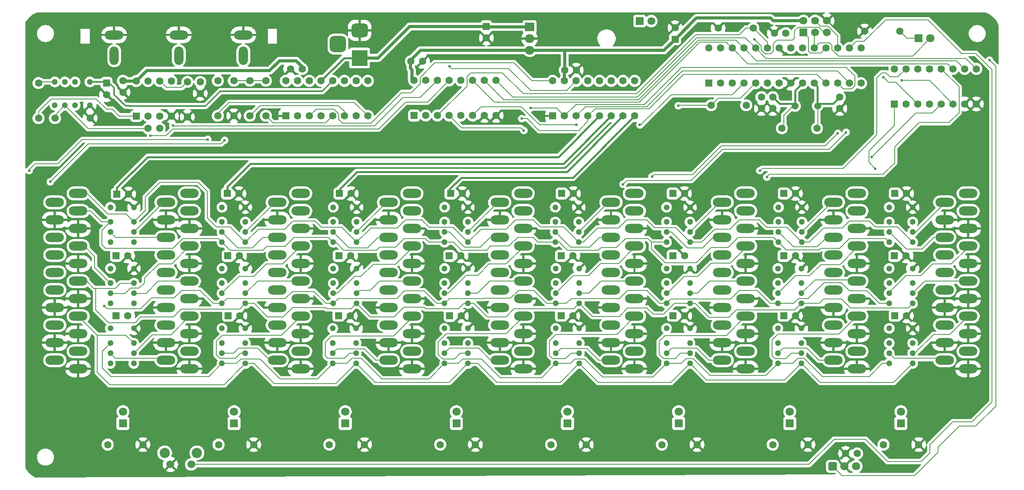
<source format=gbr>
%TF.GenerationSoftware,KiCad,Pcbnew,9.0.6*%
%TF.CreationDate,2025-10-31T15:30:12+00:00*%
%TF.ProjectId,SCART_Invader,53434152-545f-4496-9e76-616465722e6b,rev?*%
%TF.SameCoordinates,Original*%
%TF.FileFunction,Copper,L1,Top*%
%TF.FilePolarity,Positive*%
%FSLAX46Y46*%
G04 Gerber Fmt 4.6, Leading zero omitted, Abs format (unit mm)*
G04 Created by KiCad (PCBNEW 9.0.6) date 2025-10-31 15:30:12*
%MOMM*%
%LPD*%
G01*
G04 APERTURE LIST*
G04 Aperture macros list*
%AMRoundRect*
0 Rectangle with rounded corners*
0 $1 Rounding radius*
0 $2 $3 $4 $5 $6 $7 $8 $9 X,Y pos of 4 corners*
0 Add a 4 corners polygon primitive as box body*
4,1,4,$2,$3,$4,$5,$6,$7,$8,$9,$2,$3,0*
0 Add four circle primitives for the rounded corners*
1,1,$1+$1,$2,$3*
1,1,$1+$1,$4,$5*
1,1,$1+$1,$6,$7*
1,1,$1+$1,$8,$9*
0 Add four rect primitives between the rounded corners*
20,1,$1+$1,$2,$3,$4,$5,0*
20,1,$1+$1,$4,$5,$6,$7,0*
20,1,$1+$1,$6,$7,$8,$9,0*
20,1,$1+$1,$8,$9,$2,$3,0*%
G04 Aperture macros list end*
%TA.AperFunction,ComponentPad*%
%ADD10C,1.300000*%
%TD*%
%TA.AperFunction,ComponentPad*%
%ADD11RoundRect,0.250000X-0.550000X-0.550000X0.550000X-0.550000X0.550000X0.550000X-0.550000X0.550000X0*%
%TD*%
%TA.AperFunction,ComponentPad*%
%ADD12C,1.600000*%
%TD*%
%TA.AperFunction,ComponentPad*%
%ADD13R,1.800000X1.800000*%
%TD*%
%TA.AperFunction,ComponentPad*%
%ADD14C,1.800000*%
%TD*%
%TA.AperFunction,ComponentPad*%
%ADD15O,4.000000X2.000000*%
%TD*%
%TA.AperFunction,ComponentPad*%
%ADD16RoundRect,0.250000X0.550000X-0.550000X0.550000X0.550000X-0.550000X0.550000X-0.550000X-0.550000X0*%
%TD*%
%TA.AperFunction,ComponentPad*%
%ADD17R,3.500000X3.500000*%
%TD*%
%TA.AperFunction,ComponentPad*%
%ADD18RoundRect,0.750000X-1.000000X0.750000X-1.000000X-0.750000X1.000000X-0.750000X1.000000X0.750000X0*%
%TD*%
%TA.AperFunction,ComponentPad*%
%ADD19RoundRect,0.875000X-0.875000X0.875000X-0.875000X-0.875000X0.875000X-0.875000X0.875000X0.875000X0*%
%TD*%
%TA.AperFunction,ComponentPad*%
%ADD20RoundRect,0.250000X-0.550000X0.550000X-0.550000X-0.550000X0.550000X-0.550000X0.550000X0.550000X0*%
%TD*%
%TA.AperFunction,ComponentPad*%
%ADD21R,1.700000X1.700000*%
%TD*%
%TA.AperFunction,ComponentPad*%
%ADD22C,1.700000*%
%TD*%
%TA.AperFunction,ComponentPad*%
%ADD23RoundRect,0.250200X-0.649800X-0.649800X0.649800X-0.649800X0.649800X0.649800X-0.649800X0.649800X0*%
%TD*%
%TA.AperFunction,ComponentPad*%
%ADD24O,2.000000X4.000000*%
%TD*%
%TA.AperFunction,ComponentPad*%
%ADD25C,2.200000*%
%TD*%
%TA.AperFunction,ComponentPad*%
%ADD26C,1.500000*%
%TD*%
%TA.AperFunction,ComponentPad*%
%ADD27R,2.000000X1.905000*%
%TD*%
%TA.AperFunction,ComponentPad*%
%ADD28O,2.000000X1.905000*%
%TD*%
%TA.AperFunction,ViaPad*%
%ADD29C,0.600000*%
%TD*%
%TA.AperFunction,Conductor*%
%ADD30C,0.700000*%
%TD*%
%TA.AperFunction,Conductor*%
%ADD31C,0.200000*%
%TD*%
%TA.AperFunction,Conductor*%
%ADD32C,0.400000*%
%TD*%
%TA.AperFunction,Conductor*%
%ADD33C,0.300000*%
%TD*%
G04 APERTURE END LIST*
D10*
%TO.P,K11,1*%
%TO.N,/MUX_RL_4*%
X126629000Y-100467227D03*
%TO.P,K11,2*%
%TO.N,unconnected-(K11-Pad2)*%
X126629000Y-103667227D03*
%TO.P,K11,3*%
%TO.N,/BLUE_4*%
X126629000Y-105867227D03*
%TO.P,K11,4*%
%TO.N,/Blue_OUT*%
X126629000Y-108067227D03*
%TO.P,K11,5*%
%TO.N,/Green_OUT*%
X131709000Y-108067227D03*
%TO.P,K11,6*%
%TO.N,/GREEN_4*%
X131709000Y-105867227D03*
%TO.P,K11,7*%
%TO.N,unconnected-(K11-Pad7)*%
X131709000Y-103667227D03*
%TO.P,K11,8*%
%TO.N,GND*%
X131709000Y-100467227D03*
%TD*%
%TO.P,K22,1*%
%TO.N,/MUX_RL_7*%
X198882000Y-100467227D03*
%TO.P,K22,2*%
%TO.N,unconnected-(K22-Pad2)*%
X198882000Y-103667227D03*
%TO.P,K22,3*%
%TO.N,/BLUE_7*%
X198882000Y-105867227D03*
%TO.P,K22,4*%
%TO.N,/Blue_OUT*%
X198882000Y-108067227D03*
%TO.P,K22,5*%
%TO.N,/Green_OUT*%
X203962000Y-108067227D03*
%TO.P,K22,6*%
%TO.N,/GREEN_7*%
X203962000Y-105867227D03*
%TO.P,K22,7*%
%TO.N,unconnected-(K22-Pad7)*%
X203962000Y-103667227D03*
%TO.P,K22,8*%
%TO.N,GND*%
X203962000Y-100467227D03*
%TD*%
D11*
%TO.P,D30,1,K*%
%TO.N,/MUX_RL_3*%
X103710000Y-97750000D03*
D12*
%TO.P,D30,2,A*%
%TO.N,GND*%
X106250000Y-97750000D03*
%TD*%
%TO.P,C7,1*%
%TO.N,GND*%
X197764400Y-65748051D03*
%TO.P,C7,2*%
%TO.N,/X1*%
X197764400Y-63248051D03*
%TD*%
D13*
%TO.P,D8,1,K*%
%TO.N,Net-(D8-K)*%
X177364571Y-134112000D03*
D14*
%TO.P,D8,2,A*%
%TO.N,/MUX_RL_6*%
X177364571Y-131572000D03*
%TD*%
D15*
%TO.P,J5,1,P1*%
%TO.N,unconnected-(J5-P1-Pad1)*%
X71311426Y-84186134D03*
%TO.P,J5,2,P2*%
%TO.N,/RIGHT_1*%
X66231426Y-86101134D03*
%TO.P,J5,3,P3*%
%TO.N,unconnected-(J5-P3-Pad3)*%
X71311426Y-87996134D03*
%TO.P,J5,4,P4*%
%TO.N,GND*%
X66231426Y-89911134D03*
%TO.P,J5,5,P5*%
X71311426Y-91806134D03*
%TO.P,J5,6,P6*%
%TO.N,/LEFT_1*%
X66231426Y-93721134D03*
%TO.P,J5,7,P7*%
%TO.N,/BLUE_1*%
X71311426Y-95616134D03*
%TO.P,J5,8,P8*%
%TO.N,unconnected-(J5-P8-Pad8)*%
X66231426Y-97531134D03*
%TO.P,J5,9,P9*%
%TO.N,GND*%
X71311426Y-99426134D03*
%TO.P,J5,10,P10*%
%TO.N,unconnected-(J5-P10-Pad10)*%
X66231426Y-101341134D03*
%TO.P,J5,11,P11*%
%TO.N,/GREEN_1*%
X71311426Y-103236134D03*
%TO.P,J5,12,P12*%
%TO.N,unconnected-(J5-P12-Pad12)*%
X66231426Y-105151134D03*
%TO.P,J5,13,P13*%
%TO.N,GND*%
X71311426Y-107046134D03*
%TO.P,J5,14,P14*%
X66231426Y-108961134D03*
%TO.P,J5,15,P15*%
%TO.N,/RED_1*%
X71311426Y-110856134D03*
%TO.P,J5,16,P16*%
%TO.N,unconnected-(J5-P16-Pad16)*%
X66231426Y-112771134D03*
%TO.P,J5,17,P17*%
%TO.N,GND*%
X71311426Y-114666134D03*
%TO.P,J5,18,P18*%
X66231426Y-116581134D03*
%TO.P,J5,19,P19*%
%TO.N,unconnected-(J5-P19-Pad19)*%
X71311426Y-118476134D03*
%TO.P,J5,20,P20*%
%TO.N,/COMP_1*%
X66231426Y-120391134D03*
%TO.P,J5,21,P21*%
%TO.N,GND*%
X71311426Y-122286134D03*
%TD*%
D16*
%TO.P,C10,1*%
%TO.N,+5V*%
X176594887Y-50684313D03*
D12*
%TO.P,C10,2*%
%TO.N,GND*%
X176594887Y-48184313D03*
%TD*%
D16*
%TO.P,U8,1,CSYNC*%
%TO.N,Net-(U8-CSYNC)*%
X59792000Y-67370000D03*
D12*
%TO.P,U8,2,VIDEO*%
%TO.N,Net-(U8-VIDEO)*%
X62332000Y-67370000D03*
%TO.P,U8,3,FRAME*%
%TO.N,unconnected-(U8-FRAME-Pad3)*%
X64872000Y-67370000D03*
%TO.P,U8,4,GND*%
%TO.N,GND*%
X67412000Y-67370000D03*
%TO.P,U8,5,BURST*%
%TO.N,unconnected-(U8-BURST-Pad5)*%
X67412000Y-59750000D03*
%TO.P,U8,6,INT*%
%TO.N,Net-(U8-INT)*%
X64872000Y-59750000D03*
%TO.P,U8,7,O/E*%
%TO.N,unconnected-(U8-O{slash}E-Pad7)*%
X62332000Y-59750000D03*
%TO.P,U8,8,VCC*%
%TO.N,+5V*%
X59792000Y-59750000D03*
%TD*%
%TO.P,C6,1*%
%TO.N,GND*%
X212305458Y-65748051D03*
%TO.P,C6,2*%
%TO.N,/X2*%
X212305458Y-63248051D03*
%TD*%
D15*
%TO.P,J12,1,P1*%
%TO.N,unconnected-(J12-P1-Pad1)*%
X240130426Y-84186134D03*
%TO.P,J12,2,P2*%
%TO.N,/RIGHT_8*%
X235050426Y-86101134D03*
%TO.P,J12,3,P3*%
%TO.N,unconnected-(J12-P3-Pad3)*%
X240130426Y-87996134D03*
%TO.P,J12,4,P4*%
%TO.N,GND*%
X235050426Y-89911134D03*
%TO.P,J12,5,P5*%
X240130426Y-91806134D03*
%TO.P,J12,6,P6*%
%TO.N,/LEFT_8*%
X235050426Y-93721134D03*
%TO.P,J12,7,P7*%
%TO.N,/BLUE_8*%
X240130426Y-95616134D03*
%TO.P,J12,8,P8*%
%TO.N,unconnected-(J12-P8-Pad8)*%
X235050426Y-97531134D03*
%TO.P,J12,9,P9*%
%TO.N,GND*%
X240130426Y-99426134D03*
%TO.P,J12,10,P10*%
%TO.N,unconnected-(J12-P10-Pad10)*%
X235050426Y-101341134D03*
%TO.P,J12,11,P11*%
%TO.N,/GREEN_8*%
X240130426Y-103236134D03*
%TO.P,J12,12,P12*%
%TO.N,unconnected-(J12-P12-Pad12)*%
X235050426Y-105151134D03*
%TO.P,J12,13,P13*%
%TO.N,GND*%
X240130426Y-107046134D03*
%TO.P,J12,14,P14*%
X235050426Y-108961134D03*
%TO.P,J12,15,P15*%
%TO.N,/RED_8*%
X240130426Y-110856134D03*
%TO.P,J12,16,P16*%
%TO.N,unconnected-(J12-P16-Pad16)*%
X235050426Y-112771134D03*
%TO.P,J12,17,P17*%
%TO.N,GND*%
X240130426Y-114666134D03*
%TO.P,J12,18,P18*%
X235050426Y-116581134D03*
%TO.P,J12,19,P19*%
%TO.N,unconnected-(J12-P19-Pad19)*%
X240130426Y-118476134D03*
%TO.P,J12,20,P20*%
%TO.N,/COMP_8*%
X235050426Y-120391134D03*
%TO.P,J12,21,P21*%
%TO.N,GND*%
X240130426Y-122286134D03*
%TD*%
D10*
%TO.P,K2,1*%
%TO.N,/MUX_RL_1*%
X54213600Y-100467227D03*
%TO.P,K2,2*%
%TO.N,/Blue_OUT*%
X54213600Y-103667227D03*
%TO.P,K2,3*%
%TO.N,/BLUE_1*%
X54213600Y-105867227D03*
%TO.P,K2,4*%
%TO.N,unconnected-(K2-Pad4)*%
X54213600Y-108067227D03*
%TO.P,K2,5*%
%TO.N,unconnected-(K2-Pad5)*%
X59293600Y-108067227D03*
%TO.P,K2,6*%
%TO.N,/GREEN_1*%
X59293600Y-105867227D03*
%TO.P,K2,7*%
%TO.N,/Green_OUT*%
X59293600Y-103667227D03*
%TO.P,K2,8*%
%TO.N,GND*%
X59293600Y-100467227D03*
%TD*%
D11*
%TO.P,D15,1,K*%
%TO.N,/MUX_RL_3*%
X103833333Y-84201000D03*
D12*
%TO.P,D15,2,A*%
%TO.N,GND*%
X106373333Y-84201000D03*
%TD*%
%TO.P,C13,1*%
%TO.N,Net-(U8-INT)*%
X73660000Y-59964000D03*
%TO.P,C13,2*%
%TO.N,GND*%
X73660000Y-62464000D03*
%TD*%
D17*
%TO.P,J2,1*%
%TO.N,+12V*%
X108204000Y-54750000D03*
D18*
%TO.P,J2,2*%
%TO.N,GND*%
X108204000Y-48750000D03*
D19*
%TO.P,J2,3*%
%TO.N,N/C*%
X103504000Y-51750000D03*
%TD*%
D12*
%TO.P,R13,1*%
%TO.N,Net-(D5-K)*%
X101650800Y-138734800D03*
%TO.P,R13,2*%
%TO.N,GND*%
X109270800Y-138734800D03*
%TD*%
D16*
%TO.P,U5,1,~{RESET}/PC6*%
%TO.N,/~{RESET}*%
X183878384Y-60232836D03*
D12*
%TO.P,U5,2,PD0*%
%TO.N,/D0*%
X186418384Y-60232836D03*
%TO.P,U5,3,PD1*%
%TO.N,/D1*%
X188958384Y-60232836D03*
%TO.P,U5,4,PD2*%
%TO.N,/D2*%
X191498384Y-60232836D03*
%TO.P,U5,5,PD3*%
%TO.N,/D3*%
X194038384Y-60232836D03*
%TO.P,U5,6,PD4*%
%TO.N,/D4*%
X196578384Y-60232836D03*
%TO.P,U5,7,VCC*%
%TO.N,+5V*%
X199118384Y-60232836D03*
%TO.P,U5,8,GND*%
%TO.N,GND*%
X201658384Y-60232836D03*
%TO.P,U5,9,XTAL1/PB6*%
%TO.N,/X1*%
X204198384Y-60232836D03*
%TO.P,U5,10,XTAL2/PB7*%
%TO.N,/X2*%
X206738384Y-60232836D03*
%TO.P,U5,11,PD5*%
%TO.N,/D5*%
X209278384Y-60232836D03*
%TO.P,U5,12,PD6*%
%TO.N,/D6*%
X211818384Y-60232836D03*
%TO.P,U5,13,PD7*%
%TO.N,/D7*%
X214358384Y-60232836D03*
%TO.P,U5,14,PB0*%
%TO.N,/D8*%
X216898384Y-60232836D03*
%TO.P,U5,15,PB1*%
%TO.N,/ARGB_~{OE}*%
X216898384Y-52612836D03*
%TO.P,U5,16,PB2*%
%TO.N,/D10*%
X214358384Y-52612836D03*
%TO.P,U5,17,PB3*%
%TO.N,/D11*%
X211818384Y-52612836D03*
%TO.P,U5,18,PB4*%
%TO.N,/D12*%
X209278384Y-52612836D03*
%TO.P,U5,19,PB5*%
%TO.N,/D13*%
X206738384Y-52612836D03*
%TO.P,U5,20,AVCC*%
%TO.N,+5V*%
X204198384Y-52612836D03*
%TO.P,U5,21,AREF*%
%TO.N,Net-(U5-AREF)*%
X201658384Y-52612836D03*
%TO.P,U5,22,GND*%
%TO.N,GND*%
X199118384Y-52612836D03*
%TO.P,U5,23,PC0*%
%TO.N,/A0*%
X196578384Y-52612836D03*
%TO.P,U5,24,PC1*%
%TO.N,/A1*%
X194038384Y-52612836D03*
%TO.P,U5,25,PC2*%
%TO.N,/A2*%
X191498384Y-52612836D03*
%TO.P,U5,26,PC3*%
%TO.N,/A3*%
X188958384Y-52612836D03*
%TO.P,U5,27,PC4*%
%TO.N,/A4*%
X186418384Y-52612836D03*
%TO.P,U5,28,PC5*%
%TO.N,/A5*%
X183878384Y-52612836D03*
%TD*%
D15*
%TO.P,J11,1,P1*%
%TO.N,unconnected-(J11-P1-Pad1)*%
X216013426Y-84186134D03*
%TO.P,J11,2,P2*%
%TO.N,/RIGHT_7*%
X210933426Y-86101134D03*
%TO.P,J11,3,P3*%
%TO.N,unconnected-(J11-P3-Pad3)*%
X216013426Y-87996134D03*
%TO.P,J11,4,P4*%
%TO.N,GND*%
X210933426Y-89911134D03*
%TO.P,J11,5,P5*%
X216013426Y-91806134D03*
%TO.P,J11,6,P6*%
%TO.N,/LEFT_7*%
X210933426Y-93721134D03*
%TO.P,J11,7,P7*%
%TO.N,/BLUE_7*%
X216013426Y-95616134D03*
%TO.P,J11,8,P8*%
%TO.N,unconnected-(J11-P8-Pad8)*%
X210933426Y-97531134D03*
%TO.P,J11,9,P9*%
%TO.N,GND*%
X216013426Y-99426134D03*
%TO.P,J11,10,P10*%
%TO.N,unconnected-(J11-P10-Pad10)*%
X210933426Y-101341134D03*
%TO.P,J11,11,P11*%
%TO.N,/GREEN_7*%
X216013426Y-103236134D03*
%TO.P,J11,12,P12*%
%TO.N,unconnected-(J11-P12-Pad12)*%
X210933426Y-105151134D03*
%TO.P,J11,13,P13*%
%TO.N,GND*%
X216013426Y-107046134D03*
%TO.P,J11,14,P14*%
X210933426Y-108961134D03*
%TO.P,J11,15,P15*%
%TO.N,/RED_7*%
X216013426Y-110856134D03*
%TO.P,J11,16,P16*%
%TO.N,unconnected-(J11-P16-Pad16)*%
X210933426Y-112771134D03*
%TO.P,J11,17,P17*%
%TO.N,GND*%
X216013426Y-114666134D03*
%TO.P,J11,18,P18*%
X210933426Y-116581134D03*
%TO.P,J11,19,P19*%
%TO.N,unconnected-(J11-P19-Pad19)*%
X216013426Y-118476134D03*
%TO.P,J11,20,P20*%
%TO.N,/COMP_7*%
X210933426Y-120391134D03*
%TO.P,J11,21,P21*%
%TO.N,GND*%
X216013426Y-122286134D03*
%TD*%
D12*
%TO.P,R14,1*%
%TO.N,Net-(D6-K)*%
X125679200Y-138734800D03*
%TO.P,R14,2*%
%TO.N,GND*%
X133299200Y-138734800D03*
%TD*%
D11*
%TO.P,D33,1,K*%
%TO.N,/MUX_RL_1*%
X55385686Y-97750000D03*
D12*
%TO.P,D33,2,A*%
%TO.N,GND*%
X57925686Y-97750000D03*
%TD*%
D13*
%TO.P,D7,1,K*%
%TO.N,Net-(D7-K)*%
X153270857Y-134112000D03*
D14*
%TO.P,D7,2,A*%
%TO.N,/MUX_RL_5*%
X153270857Y-131572000D03*
%TD*%
D13*
%TO.P,D3,1,K*%
%TO.N,Net-(D3-K)*%
X80989714Y-134112000D03*
D14*
%TO.P,D3,2,A*%
%TO.N,/MUX_RL_2*%
X80989714Y-131572000D03*
%TD*%
D10*
%TO.P,K23,1*%
%TO.N,/MUX_RL_7*%
X199019000Y-87172800D03*
%TO.P,K23,2*%
%TO.N,unconnected-(K23-Pad2)*%
X199019000Y-90372800D03*
%TO.P,K23,3*%
%TO.N,/LEFT_7*%
X199019000Y-92572800D03*
%TO.P,K23,4*%
%TO.N,/Audio_L_OUT*%
X199019000Y-94772800D03*
%TO.P,K23,5*%
%TO.N,/Audio_R_OUT*%
X204099000Y-94772800D03*
%TO.P,K23,6*%
%TO.N,/RIGHT_7*%
X204099000Y-92572800D03*
%TO.P,K23,7*%
%TO.N,unconnected-(K23-Pad7)*%
X204099000Y-90372800D03*
%TO.P,K23,8*%
%TO.N,GND*%
X204099000Y-87172800D03*
%TD*%
D12*
%TO.P,R8,1*%
%TO.N,/X1*%
X199745600Y-70002400D03*
%TO.P,R8,2*%
%TO.N,/X2*%
X207365600Y-70002400D03*
%TD*%
D20*
%TO.P,D19,1,K*%
%TO.N,/RL_CSYNC*%
X53340000Y-60198000D03*
D12*
%TO.P,D19,2,A*%
%TO.N,GND*%
X53340000Y-62738000D03*
%TD*%
D20*
%TO.P,C9,1*%
%TO.N,+12V*%
X135686800Y-47904400D03*
D12*
%TO.P,C9,2*%
%TO.N,GND*%
X135686800Y-50404400D03*
%TD*%
D11*
%TO.P,D17,1,K*%
%TO.N,/MUX_RL_7*%
X200166667Y-84201000D03*
D12*
%TO.P,D17,2,A*%
%TO.N,GND*%
X202706667Y-84201000D03*
%TD*%
D21*
%TO.P,J1,1,Pin_1*%
%TO.N,/D12*%
X204418384Y-49232836D03*
D22*
%TO.P,J1,2,Pin_2*%
%TO.N,+5V*%
X204418384Y-46692836D03*
%TO.P,J1,3,Pin_3*%
%TO.N,/D13*%
X206958384Y-49232836D03*
%TO.P,J1,4,Pin_4*%
%TO.N,/D11*%
X206958384Y-46692836D03*
%TO.P,J1,5,Pin_5*%
%TO.N,/~{RESET}*%
X209498384Y-49232836D03*
%TO.P,J1,6,Pin_6*%
%TO.N,GND*%
X209498384Y-46692836D03*
%TD*%
D13*
%TO.P,D10,1,K*%
%TO.N,Net-(D10-K)*%
X225552000Y-134112000D03*
D14*
%TO.P,D10,2,A*%
%TO.N,/MUX_RL_8*%
X225552000Y-131572000D03*
%TD*%
D13*
%TO.P,D2,1,K*%
%TO.N,Net-(D2-K)*%
X56896000Y-134112000D03*
D14*
%TO.P,D2,2,A*%
%TO.N,/MUX_RL_1*%
X56896000Y-131572000D03*
%TD*%
D12*
%TO.P,C4,1*%
%TO.N,Net-(U5-AREF)*%
X200609200Y-49377600D03*
%TO.P,C4,2*%
%TO.N,GND*%
X198109200Y-49377600D03*
%TD*%
%TO.P,R10,1*%
%TO.N,Net-(D2-K)*%
X53594000Y-138734800D03*
%TO.P,R10,2*%
%TO.N,GND*%
X61214000Y-138734800D03*
%TD*%
D11*
%TO.P,D1,1,K*%
%TO.N,/MUX_RL_8*%
X224135686Y-97750000D03*
D12*
%TO.P,D1,2,A*%
%TO.N,GND*%
X226675686Y-97750000D03*
%TD*%
D10*
%TO.P,K8,1*%
%TO.N,/MUX_RL_3*%
X102489000Y-100467227D03*
%TO.P,K8,2*%
%TO.N,unconnected-(K8-Pad2)*%
X102489000Y-103667227D03*
%TO.P,K8,3*%
%TO.N,/BLUE_3*%
X102489000Y-105867227D03*
%TO.P,K8,4*%
%TO.N,/Blue_OUT*%
X102489000Y-108067227D03*
%TO.P,K8,5*%
%TO.N,/Green_OUT*%
X107569000Y-108067227D03*
%TO.P,K8,6*%
%TO.N,/GREEN_3*%
X107569000Y-105867227D03*
%TO.P,K8,7*%
%TO.N,unconnected-(K8-Pad7)*%
X107569000Y-103667227D03*
%TO.P,K8,8*%
%TO.N,GND*%
X107569000Y-100467227D03*
%TD*%
D11*
%TO.P,D20,1,K*%
%TO.N,/MUX_RL_8*%
X224210000Y-110750000D03*
D12*
%TO.P,D20,2,A*%
%TO.N,GND*%
X226750000Y-110750000D03*
%TD*%
%TO.P,R21,1*%
%TO.N,Net-(U8-INT)*%
X70866000Y-59944000D03*
%TO.P,R21,2*%
%TO.N,GND*%
X70866000Y-67564000D03*
%TD*%
D16*
%TO.P,U4,1,GND*%
%TO.N,GND*%
X150072615Y-67354090D03*
D12*
%TO.P,U4,2,CLOCK*%
%TO.N,/D6*%
X152612615Y-67354090D03*
%TO.P,U4,3,SER_IN*%
%TO.N,/D7*%
X155152615Y-67354090D03*
%TO.P,U4,4,STROBE*%
%TO.N,/D5*%
X157692615Y-67354090D03*
%TO.P,U4,5,OUT1*%
%TO.N,/MUX_RL_1*%
X160232615Y-67354090D03*
%TO.P,U4,6,OUT2*%
%TO.N,/MUX_RL_2*%
X162772615Y-67354090D03*
%TO.P,U4,7,OUT3*%
%TO.N,/MUX_RL_3*%
X165312615Y-67354090D03*
%TO.P,U4,8,OUT4*%
%TO.N,/MUX_RL_4*%
X167852615Y-67354090D03*
%TO.P,U4,9,OUT5*%
%TO.N,/MUX_RL_8*%
X167852615Y-59734090D03*
%TO.P,U4,10,OUT6*%
%TO.N,/MUX_RL_7*%
X165312615Y-59734090D03*
%TO.P,U4,11,OUT7*%
%TO.N,/MUX_RL_6*%
X162772615Y-59734090D03*
%TO.P,U4,12,OUT8*%
%TO.N,/MUX_RL_5*%
X160232615Y-59734090D03*
%TO.P,U4,13,V_{BB}*%
%TO.N,+12V*%
X157692615Y-59734090D03*
%TO.P,U4,14,~{OE}*%
%TO.N,/D3*%
X155152615Y-59734090D03*
%TO.P,U4,15,V_{DD}*%
%TO.N,+5V*%
X152612615Y-59734090D03*
%TO.P,U4,16,SER_OUT*%
%TO.N,/DATA_2*%
X150072615Y-59734090D03*
%TD*%
D10*
%TO.P,K15,1*%
%TO.N,/MUX_RL_5*%
X150759000Y-100467227D03*
%TO.P,K15,2*%
%TO.N,unconnected-(K15-Pad2)*%
X150759000Y-103667227D03*
%TO.P,K15,3*%
%TO.N,/BLUE_5*%
X150759000Y-105867227D03*
%TO.P,K15,4*%
%TO.N,/Blue_OUT*%
X150759000Y-108067227D03*
%TO.P,K15,5*%
%TO.N,/Green_OUT*%
X155839000Y-108067227D03*
%TO.P,K15,6*%
%TO.N,/GREEN_5*%
X155839000Y-105867227D03*
%TO.P,K15,7*%
%TO.N,unconnected-(K15-Pad7)*%
X155839000Y-103667227D03*
%TO.P,K15,8*%
%TO.N,GND*%
X155839000Y-100467227D03*
%TD*%
D23*
%TO.P,U6,1,OUT*%
%TO.N,/D8*%
X210743800Y-143459200D03*
D14*
%TO.P,U6,2,GND*%
%TO.N,GND*%
X213283800Y-143459200D03*
%TO.P,U6,3,Vs*%
%TO.N,+5V*%
X215823800Y-143459200D03*
%TD*%
D10*
%TO.P,K13,1*%
%TO.N,/RL_CSYNC*%
X49724000Y-59954000D03*
%TO.P,K13,2*%
%TO.N,/Comp_SELECTED*%
X46524000Y-59954000D03*
%TO.P,K13,3*%
%TO.N,/Comp_OUT*%
X44324000Y-59954000D03*
%TO.P,K13,4*%
%TO.N,Net-(K13-Pad4)*%
X42124000Y-59954000D03*
%TO.P,K13,5*%
%TO.N,/Comp_SELECTED*%
X42124000Y-65034000D03*
%TO.P,K13,6*%
%TO.N,Net-(C12-Pad2)*%
X44324000Y-65034000D03*
%TO.P,K13,7*%
%TO.N,unconnected-(K13-Pad7)*%
X46524000Y-65034000D03*
%TO.P,K13,8*%
%TO.N,GND*%
X49724000Y-65034000D03*
%TD*%
D15*
%TO.P,J3,1,1*%
%TO.N,GND*%
X83000000Y-49750000D03*
D24*
%TO.P,J3,2,2*%
%TO.N,/Audio_R_OUT*%
X83000000Y-54250000D03*
D15*
%TO.P,J3,3,3*%
%TO.N,GND*%
X69000000Y-49750000D03*
D24*
%TO.P,J3,4,4*%
%TO.N,/Audio_L_OUT*%
X69000000Y-54250000D03*
D15*
%TO.P,J3,5,5*%
%TO.N,GND*%
X55000000Y-49750000D03*
D24*
%TO.P,J3,6,6*%
%TO.N,/Comp_SELECTED*%
X55000000Y-54250000D03*
%TD*%
D11*
%TO.P,D14,1,K*%
%TO.N,/MUX_RL_4*%
X127916667Y-84201000D03*
D12*
%TO.P,D14,2,A*%
%TO.N,GND*%
X130456667Y-84201000D03*
%TD*%
%TO.P,R1,1*%
%TO.N,/ASPECT_SWITCHING*%
X87884000Y-59690000D03*
%TO.P,R1,2*%
%TO.N,Net-(U1-OUT1)*%
X87884000Y-67310000D03*
%TD*%
D11*
%TO.P,D34,1,K*%
%TO.N,/MUX_RL_1*%
X55385686Y-110750000D03*
D12*
%TO.P,D34,2,A*%
%TO.N,GND*%
X57925686Y-110750000D03*
%TD*%
D16*
%TO.P,U2,1,X4*%
%TO.N,/COMP_3*%
X120010000Y-67250000D03*
D12*
%TO.P,U2,2,X6*%
%TO.N,/COMP_4*%
X122550000Y-67250000D03*
%TO.P,U2,3,X*%
%TO.N,/A0*%
X125090000Y-67250000D03*
%TO.P,U2,4,X7*%
%TO.N,/GREEN_4*%
X127630000Y-67250000D03*
%TO.P,U2,5,X5*%
%TO.N,/GREEN_3*%
X130170000Y-67250000D03*
%TO.P,U2,6,INH*%
%TO.N,/D2*%
X132710000Y-67250000D03*
%TO.P,U2,7,VEE*%
%TO.N,GND*%
X135250000Y-67250000D03*
%TO.P,U2,8,VSS*%
X137790000Y-67250000D03*
%TO.P,U2,9,C*%
%TO.N,/A1*%
X137790000Y-59630000D03*
%TO.P,U2,10,B*%
%TO.N,/A2*%
X135250000Y-59630000D03*
%TO.P,U2,11,A*%
%TO.N,/A3*%
X132710000Y-59630000D03*
%TO.P,U2,12,X3*%
%TO.N,/GREEN_2*%
X130170000Y-59630000D03*
%TO.P,U2,13,X0*%
%TO.N,/COMP_1*%
X127630000Y-59630000D03*
%TO.P,U2,14,X1*%
%TO.N,/GREEN_1*%
X125090000Y-59630000D03*
%TO.P,U2,15,X2*%
%TO.N,/COMP_2*%
X122550000Y-59630000D03*
%TO.P,U2,16,VDD*%
%TO.N,+5V*%
X120010000Y-59630000D03*
%TD*%
%TO.P,R3,1*%
%TO.N,/ASPECT_SWITCHING*%
X84412667Y-59690000D03*
%TO.P,R3,2*%
%TO.N,Net-(U1-OUT2)*%
X84412667Y-67310000D03*
%TD*%
%TO.P,C8,1*%
%TO.N,+5V*%
X216057800Y-140665200D03*
%TO.P,C8,2*%
%TO.N,GND*%
X213557800Y-140665200D03*
%TD*%
%TO.P,C3,1*%
%TO.N,+5V*%
X95738000Y-57150000D03*
%TO.P,C3,2*%
%TO.N,GND*%
X93238000Y-57150000D03*
%TD*%
D11*
%TO.P,D31,1,K*%
%TO.N,/MUX_RL_2*%
X79710000Y-110750000D03*
D12*
%TO.P,D31,2,A*%
%TO.N,GND*%
X82250000Y-110750000D03*
%TD*%
D15*
%TO.P,J10,1,P1*%
%TO.N,unconnected-(J10-P1-Pad1)*%
X191896426Y-84186134D03*
%TO.P,J10,2,P2*%
%TO.N,/RIGHT_6*%
X186816426Y-86101134D03*
%TO.P,J10,3,P3*%
%TO.N,unconnected-(J10-P3-Pad3)*%
X191896426Y-87996134D03*
%TO.P,J10,4,P4*%
%TO.N,GND*%
X186816426Y-89911134D03*
%TO.P,J10,5,P5*%
X191896426Y-91806134D03*
%TO.P,J10,6,P6*%
%TO.N,/LEFT_6*%
X186816426Y-93721134D03*
%TO.P,J10,7,P7*%
%TO.N,/BLUE_6*%
X191896426Y-95616134D03*
%TO.P,J10,8,P8*%
%TO.N,unconnected-(J10-P8-Pad8)*%
X186816426Y-97531134D03*
%TO.P,J10,9,P9*%
%TO.N,GND*%
X191896426Y-99426134D03*
%TO.P,J10,10,P10*%
%TO.N,unconnected-(J10-P10-Pad10)*%
X186816426Y-101341134D03*
%TO.P,J10,11,P11*%
%TO.N,/GREEN_6*%
X191896426Y-103236134D03*
%TO.P,J10,12,P12*%
%TO.N,unconnected-(J10-P12-Pad12)*%
X186816426Y-105151134D03*
%TO.P,J10,13,P13*%
%TO.N,GND*%
X191896426Y-107046134D03*
%TO.P,J10,14,P14*%
X186816426Y-108961134D03*
%TO.P,J10,15,P15*%
%TO.N,/RED_6*%
X191896426Y-110856134D03*
%TO.P,J10,16,P16*%
%TO.N,unconnected-(J10-P16-Pad16)*%
X186816426Y-112771134D03*
%TO.P,J10,17,P17*%
%TO.N,GND*%
X191896426Y-114666134D03*
%TO.P,J10,18,P18*%
X186816426Y-116581134D03*
%TO.P,J10,19,P19*%
%TO.N,unconnected-(J10-P19-Pad19)*%
X191896426Y-118476134D03*
%TO.P,J10,20,P20*%
%TO.N,/COMP_6*%
X186816426Y-120391134D03*
%TO.P,J10,21,P21*%
%TO.N,GND*%
X191896426Y-122286134D03*
%TD*%
D10*
%TO.P,K16,1*%
%TO.N,/MUX_RL_5*%
X150632000Y-87172800D03*
%TO.P,K16,2*%
%TO.N,unconnected-(K16-Pad2)*%
X150632000Y-90372800D03*
%TO.P,K16,3*%
%TO.N,/LEFT_5*%
X150632000Y-92572800D03*
%TO.P,K16,4*%
%TO.N,/Audio_L_OUT*%
X150632000Y-94772800D03*
%TO.P,K16,5*%
%TO.N,/Audio_R_OUT*%
X155712000Y-94772800D03*
%TO.P,K16,6*%
%TO.N,/RIGHT_5*%
X155712000Y-92572800D03*
%TO.P,K16,7*%
%TO.N,unconnected-(K16-Pad7)*%
X155712000Y-90372800D03*
%TO.P,K16,8*%
%TO.N,GND*%
X155712000Y-87172800D03*
%TD*%
D12*
%TO.P,R17,1*%
%TO.N,Net-(D9-K)*%
X197764400Y-138734800D03*
%TO.P,R17,2*%
%TO.N,GND*%
X205384400Y-138734800D03*
%TD*%
D10*
%TO.P,K18,1*%
%TO.N,/MUX_RL_6*%
X174752000Y-100467227D03*
%TO.P,K18,2*%
%TO.N,unconnected-(K18-Pad2)*%
X174752000Y-103667227D03*
%TO.P,K18,3*%
%TO.N,/BLUE_6*%
X174752000Y-105867227D03*
%TO.P,K18,4*%
%TO.N,/Blue_OUT*%
X174752000Y-108067227D03*
%TO.P,K18,5*%
%TO.N,/Green_OUT*%
X179832000Y-108067227D03*
%TO.P,K18,6*%
%TO.N,/GREEN_6*%
X179832000Y-105867227D03*
%TO.P,K18,7*%
%TO.N,unconnected-(K18-Pad7)*%
X179832000Y-103667227D03*
%TO.P,K18,8*%
%TO.N,GND*%
X179832000Y-100467227D03*
%TD*%
%TO.P,K5,1*%
%TO.N,/MUX_RL_2*%
X78369000Y-100467227D03*
%TO.P,K5,2*%
%TO.N,unconnected-(K5-Pad2)*%
X78369000Y-103667227D03*
%TO.P,K5,3*%
%TO.N,/BLUE_2*%
X78369000Y-105867227D03*
%TO.P,K5,4*%
%TO.N,/Blue_OUT*%
X78369000Y-108067227D03*
%TO.P,K5,5*%
%TO.N,/Green_OUT*%
X83449000Y-108067227D03*
%TO.P,K5,6*%
%TO.N,/GREEN_2*%
X83449000Y-105867227D03*
%TO.P,K5,7*%
%TO.N,unconnected-(K5-Pad7)*%
X83449000Y-103667227D03*
%TO.P,K5,8*%
%TO.N,GND*%
X83449000Y-100467227D03*
%TD*%
D12*
%TO.P,C1,1*%
%TO.N,+5V*%
X195305458Y-63248051D03*
%TO.P,C1,2*%
%TO.N,GND*%
X195305458Y-65748051D03*
%TD*%
D15*
%TO.P,J8,1,P1*%
%TO.N,unconnected-(J8-P1-Pad1)*%
X143662426Y-84186134D03*
%TO.P,J8,2,P2*%
%TO.N,/RIGHT_4*%
X138582426Y-86101134D03*
%TO.P,J8,3,P3*%
%TO.N,unconnected-(J8-P3-Pad3)*%
X143662426Y-87996134D03*
%TO.P,J8,4,P4*%
%TO.N,GND*%
X138582426Y-89911134D03*
%TO.P,J8,5,P5*%
X143662426Y-91806134D03*
%TO.P,J8,6,P6*%
%TO.N,/LEFT_4*%
X138582426Y-93721134D03*
%TO.P,J8,7,P7*%
%TO.N,/BLUE_4*%
X143662426Y-95616134D03*
%TO.P,J8,8,P8*%
%TO.N,unconnected-(J8-P8-Pad8)*%
X138582426Y-97531134D03*
%TO.P,J8,9,P9*%
%TO.N,GND*%
X143662426Y-99426134D03*
%TO.P,J8,10,P10*%
%TO.N,unconnected-(J8-P10-Pad10)*%
X138582426Y-101341134D03*
%TO.P,J8,11,P11*%
%TO.N,/GREEN_4*%
X143662426Y-103236134D03*
%TO.P,J8,12,P12*%
%TO.N,unconnected-(J8-P12-Pad12)*%
X138582426Y-105151134D03*
%TO.P,J8,13,P13*%
%TO.N,GND*%
X143662426Y-107046134D03*
%TO.P,J8,14,P14*%
X138582426Y-108961134D03*
%TO.P,J8,15,P15*%
%TO.N,/RED_4*%
X143662426Y-110856134D03*
%TO.P,J8,16,P16*%
%TO.N,unconnected-(J8-P16-Pad16)*%
X138582426Y-112771134D03*
%TO.P,J8,17,P17*%
%TO.N,GND*%
X143662426Y-114666134D03*
%TO.P,J8,18,P18*%
X138582426Y-116581134D03*
%TO.P,J8,19,P19*%
%TO.N,unconnected-(J8-P19-Pad19)*%
X143662426Y-118476134D03*
%TO.P,J8,20,P20*%
%TO.N,/COMP_4*%
X138582426Y-120391134D03*
%TO.P,J8,21,P21*%
%TO.N,GND*%
X143662426Y-122286134D03*
%TD*%
D12*
%TO.P,R4,1*%
%TO.N,/RGB_SWITCHING*%
X77470000Y-59690000D03*
%TO.P,R4,2*%
%TO.N,Net-(U1-OUT4)*%
X77470000Y-67310000D03*
%TD*%
D13*
%TO.P,D9,1,K*%
%TO.N,Net-(D9-K)*%
X201458286Y-134112000D03*
D14*
%TO.P,D9,2,A*%
%TO.N,/MUX_RL_7*%
X201458286Y-131572000D03*
%TD*%
D10*
%TO.P,K20,1*%
%TO.N,/MUX_RL_7*%
X198882000Y-113500000D03*
%TO.P,K20,2*%
%TO.N,unconnected-(K20-Pad2)*%
X198882000Y-116700000D03*
%TO.P,K20,3*%
%TO.N,/COMP_7*%
X198882000Y-118900000D03*
%TO.P,K20,4*%
%TO.N,/Comp_SELECTED*%
X198882000Y-121100000D03*
%TO.P,K20,5*%
%TO.N,/Red_OUT*%
X203962000Y-121100000D03*
%TO.P,K20,6*%
%TO.N,/RED_7*%
X203962000Y-118900000D03*
%TO.P,K20,7*%
%TO.N,unconnected-(K20-Pad7)*%
X203962000Y-116700000D03*
%TO.P,K20,8*%
%TO.N,GND*%
X203962000Y-113500000D03*
%TD*%
D13*
%TO.P,D5,1,K*%
%TO.N,Net-(D5-K)*%
X105083429Y-134112000D03*
D14*
%TO.P,D5,2,A*%
%TO.N,/MUX_RL_3*%
X105083429Y-131572000D03*
%TD*%
D12*
%TO.P,R7,1*%
%TO.N,/A0*%
X193548000Y-48260000D03*
%TO.P,R7,2*%
%TO.N,GND*%
X185928000Y-48260000D03*
%TD*%
D10*
%TO.P,K4,1*%
%TO.N,/MUX_RL_2*%
X78359000Y-113500000D03*
%TO.P,K4,2*%
%TO.N,unconnected-(K4-Pad2)*%
X78359000Y-116700000D03*
%TO.P,K4,3*%
%TO.N,/COMP_2*%
X78359000Y-118900000D03*
%TO.P,K4,4*%
%TO.N,/Comp_SELECTED*%
X78359000Y-121100000D03*
%TO.P,K4,5*%
%TO.N,/Red_OUT*%
X83439000Y-121100000D03*
%TO.P,K4,6*%
%TO.N,/RED_2*%
X83439000Y-118900000D03*
%TO.P,K4,7*%
%TO.N,unconnected-(K4-Pad7)*%
X83439000Y-116700000D03*
%TO.P,K4,8*%
%TO.N,GND*%
X83439000Y-113500000D03*
%TD*%
D12*
%TO.P,R15,1*%
%TO.N,Net-(D7-K)*%
X149707600Y-138734800D03*
%TO.P,R15,2*%
%TO.N,GND*%
X157327600Y-138734800D03*
%TD*%
D16*
%TO.P,U1,1,GND*%
%TO.N,GND*%
X92202000Y-67354090D03*
D12*
%TO.P,U1,2,CLOCK*%
%TO.N,/D6*%
X94742000Y-67354090D03*
%TO.P,U1,3,SER_IN*%
%TO.N,/DATA_2*%
X97282000Y-67354090D03*
%TO.P,U1,4,STROBE*%
%TO.N,/D5*%
X99822000Y-67354090D03*
%TO.P,U1,5,OUT1*%
%TO.N,Net-(U1-OUT1)*%
X102362000Y-67354090D03*
%TO.P,U1,6,OUT2*%
%TO.N,Net-(U1-OUT2)*%
X104902000Y-67354090D03*
%TO.P,U1,7,OUT3*%
%TO.N,unconnected-(U1-OUT3-Pad7)*%
X107442000Y-67354090D03*
%TO.P,U1,8,OUT4*%
%TO.N,Net-(U1-OUT4)*%
X109982000Y-67354090D03*
%TO.P,U1,9,OUT5*%
%TO.N,unconnected-(U1-OUT5-Pad9)*%
X109982000Y-59734090D03*
%TO.P,U1,10,OUT6*%
%TO.N,unconnected-(U1-OUT6-Pad10)*%
X107442000Y-59734090D03*
%TO.P,U1,11,OUT7*%
%TO.N,unconnected-(U1-OUT7-Pad11)*%
X104902000Y-59734090D03*
%TO.P,U1,12,OUT8*%
%TO.N,/RL_CSYNC*%
X102362000Y-59734090D03*
%TO.P,U1,13,V_{BB}*%
%TO.N,+12V*%
X99822000Y-59734090D03*
%TO.P,U1,14,~{OE}*%
%TO.N,/D3*%
X97282000Y-59734090D03*
%TO.P,U1,15,V_{DD}*%
%TO.N,+5V*%
X94742000Y-59734090D03*
%TO.P,U1,16,SER_OUT*%
%TO.N,unconnected-(U1-SER_OUT-Pad16)*%
X92202000Y-59734090D03*
%TD*%
D15*
%TO.P,J4,1,P1*%
%TO.N,/Audio_R_OUT*%
X47194426Y-84186134D03*
%TO.P,J4,2,P2*%
%TO.N,unconnected-(J4-P2-Pad2)*%
X42114426Y-86101134D03*
%TO.P,J4,3,P3*%
%TO.N,/Audio_L_OUT*%
X47194426Y-87996134D03*
%TO.P,J4,4,P4*%
%TO.N,GND*%
X42114426Y-89911134D03*
%TO.P,J4,5,P5*%
X47194426Y-91806134D03*
%TO.P,J4,6,P6*%
%TO.N,unconnected-(J4-P6-Pad6)*%
X42114426Y-93721134D03*
%TO.P,J4,7,P7*%
%TO.N,/Blue_OUT*%
X47194426Y-95616134D03*
%TO.P,J4,8,P8*%
%TO.N,/ASPECT_SWITCHING*%
X42114426Y-97531134D03*
%TO.P,J4,9,P9*%
%TO.N,GND*%
X47194426Y-99426134D03*
%TO.P,J4,10,P10*%
%TO.N,unconnected-(J4-P10-Pad10)*%
X42114426Y-101341134D03*
%TO.P,J4,11,P11*%
%TO.N,/Green_OUT*%
X47194426Y-103236134D03*
%TO.P,J4,12,P12*%
%TO.N,unconnected-(J4-P12-Pad12)*%
X42114426Y-105151134D03*
%TO.P,J4,13,P13*%
%TO.N,GND*%
X47194426Y-107046134D03*
%TO.P,J4,14,P14*%
X42114426Y-108961134D03*
%TO.P,J4,15,P15*%
%TO.N,/Red_OUT*%
X47194426Y-110856134D03*
%TO.P,J4,16,P16*%
%TO.N,/RGB_SWITCHING*%
X42114426Y-112771134D03*
%TO.P,J4,17,P17*%
%TO.N,GND*%
X47194426Y-114666134D03*
%TO.P,J4,18,P18*%
X42114426Y-116581134D03*
%TO.P,J4,19,P19*%
%TO.N,/Comp_OUT*%
X47194426Y-118476134D03*
%TO.P,J4,20,P20*%
%TO.N,unconnected-(J4-P20-Pad20)*%
X42114426Y-120391134D03*
%TO.P,J4,21,P21*%
%TO.N,GND*%
X47194426Y-122286134D03*
%TD*%
D10*
%TO.P,K14,1*%
%TO.N,/MUX_RL_5*%
X150749000Y-113500000D03*
%TO.P,K14,2*%
%TO.N,unconnected-(K14-Pad2)*%
X150749000Y-116700000D03*
%TO.P,K14,3*%
%TO.N,/COMP_5*%
X150749000Y-118900000D03*
%TO.P,K14,4*%
%TO.N,/Comp_SELECTED*%
X150749000Y-121100000D03*
%TO.P,K14,5*%
%TO.N,/Red_OUT*%
X155829000Y-121100000D03*
%TO.P,K14,6*%
%TO.N,/RED_5*%
X155829000Y-118900000D03*
%TO.P,K14,7*%
%TO.N,unconnected-(K14-Pad7)*%
X155829000Y-116700000D03*
%TO.P,K14,8*%
%TO.N,GND*%
X155829000Y-113500000D03*
%TD*%
D11*
%TO.P,D12,1,K*%
%TO.N,/MUX_RL_6*%
X176083333Y-84201000D03*
D12*
%TO.P,D12,2,A*%
%TO.N,GND*%
X178623333Y-84201000D03*
%TD*%
%TO.P,R6,1*%
%TO.N,+5V*%
X192024000Y-65024000D03*
%TO.P,R6,2*%
%TO.N,/D3*%
X184404000Y-65024000D03*
%TD*%
D13*
%TO.P,D6,1,K*%
%TO.N,Net-(D6-K)*%
X129177143Y-134112000D03*
D14*
%TO.P,D6,2,A*%
%TO.N,/MUX_RL_4*%
X129177143Y-131572000D03*
%TD*%
D11*
%TO.P,D25,1,K*%
%TO.N,/MUX_RL_5*%
X151885686Y-97750000D03*
D12*
%TO.P,D25,2,A*%
%TO.N,GND*%
X154425686Y-97750000D03*
%TD*%
D21*
%TO.P,J13,1,Pin_1*%
%TO.N,/D0*%
X168905000Y-46736000D03*
D22*
%TO.P,J13,2,Pin_2*%
%TO.N,/D1*%
X171445000Y-46736000D03*
%TD*%
D12*
%TO.P,C11,1*%
%TO.N,+5V*%
X56896000Y-59710000D03*
%TO.P,C11,2*%
%TO.N,GND*%
X56896000Y-62210000D03*
%TD*%
%TO.P,R16,1*%
%TO.N,Net-(D8-K)*%
X173736000Y-138734800D03*
%TO.P,R16,2*%
%TO.N,GND*%
X181356000Y-138734800D03*
%TD*%
%TO.P,C2,1*%
%TO.N,+5V*%
X119329200Y-55499000D03*
%TO.P,C2,2*%
%TO.N,GND*%
X121829200Y-55499000D03*
%TD*%
D15*
%TO.P,J6,1,P1*%
%TO.N,unconnected-(J6-P1-Pad1)*%
X95428426Y-84186134D03*
%TO.P,J6,2,P2*%
%TO.N,/RIGHT_2*%
X90348426Y-86101134D03*
%TO.P,J6,3,P3*%
%TO.N,unconnected-(J6-P3-Pad3)*%
X95428426Y-87996134D03*
%TO.P,J6,4,P4*%
%TO.N,GND*%
X90348426Y-89911134D03*
%TO.P,J6,5,P5*%
X95428426Y-91806134D03*
%TO.P,J6,6,P6*%
%TO.N,/LEFT_2*%
X90348426Y-93721134D03*
%TO.P,J6,7,P7*%
%TO.N,/BLUE_2*%
X95428426Y-95616134D03*
%TO.P,J6,8,P8*%
%TO.N,unconnected-(J6-P8-Pad8)*%
X90348426Y-97531134D03*
%TO.P,J6,9,P9*%
%TO.N,GND*%
X95428426Y-99426134D03*
%TO.P,J6,10,P10*%
%TO.N,unconnected-(J6-P10-Pad10)*%
X90348426Y-101341134D03*
%TO.P,J6,11,P11*%
%TO.N,/GREEN_2*%
X95428426Y-103236134D03*
%TO.P,J6,12,P12*%
%TO.N,unconnected-(J6-P12-Pad12)*%
X90348426Y-105151134D03*
%TO.P,J6,13,P13*%
%TO.N,GND*%
X95428426Y-107046134D03*
%TO.P,J6,14,P14*%
X90348426Y-108961134D03*
%TO.P,J6,15,P15*%
%TO.N,/RED_2*%
X95428426Y-110856134D03*
%TO.P,J6,16,P16*%
%TO.N,unconnected-(J6-P16-Pad16)*%
X90348426Y-112771134D03*
%TO.P,J6,17,P17*%
%TO.N,GND*%
X95428426Y-114666134D03*
%TO.P,J6,18,P18*%
X90348426Y-116581134D03*
%TO.P,J6,19,P19*%
%TO.N,unconnected-(J6-P19-Pad19)*%
X95428426Y-118476134D03*
%TO.P,J6,20,P20*%
%TO.N,/COMP_2*%
X90348426Y-120391134D03*
%TO.P,J6,21,P21*%
%TO.N,GND*%
X95428426Y-122286134D03*
%TD*%
D25*
%TO.P,SW1,*%
%TO.N,*%
X72943600Y-140542200D03*
X65943600Y-140542200D03*
D22*
%TO.P,SW1,1,1*%
%TO.N,/D10*%
X71693600Y-143042200D03*
%TO.P,SW1,2,2*%
%TO.N,GND*%
X67193600Y-143042200D03*
%TD*%
D11*
%TO.P,D16,1,K*%
%TO.N,/MUX_RL_2*%
X79500000Y-84201000D03*
D12*
%TO.P,D16,2,A*%
%TO.N,GND*%
X82040000Y-84201000D03*
%TD*%
%TO.P,R12,1*%
%TO.N,Net-(D4-K)*%
X225298000Y-48920400D03*
%TO.P,R12,2*%
%TO.N,GND*%
X217678000Y-48920400D03*
%TD*%
D11*
%TO.P,D22,1,K*%
%TO.N,/MUX_RL_7*%
X200135686Y-110750000D03*
D12*
%TO.P,D22,2,A*%
%TO.N,GND*%
X202675686Y-110750000D03*
%TD*%
D10*
%TO.P,K17,1*%
%TO.N,/MUX_RL_6*%
X174752000Y-113500000D03*
%TO.P,K17,2*%
%TO.N,unconnected-(K17-Pad2)*%
X174752000Y-116700000D03*
%TO.P,K17,3*%
%TO.N,/COMP_6*%
X174752000Y-118900000D03*
%TO.P,K17,4*%
%TO.N,/Comp_SELECTED*%
X174752000Y-121100000D03*
%TO.P,K17,5*%
%TO.N,/Red_OUT*%
X179832000Y-121100000D03*
%TO.P,K17,6*%
%TO.N,/RED_6*%
X179832000Y-118900000D03*
%TO.P,K17,7*%
%TO.N,unconnected-(K17-Pad7)*%
X179832000Y-116700000D03*
%TO.P,K17,8*%
%TO.N,GND*%
X179832000Y-113500000D03*
%TD*%
D12*
%TO.P,R20,1*%
%TO.N,Net-(C12-Pad2)*%
X42164000Y-67818000D03*
%TO.P,R20,2*%
%TO.N,GND*%
X49784000Y-67818000D03*
%TD*%
%TO.P,R18,1*%
%TO.N,Net-(D10-K)*%
X221792800Y-138734800D03*
%TO.P,R18,2*%
%TO.N,GND*%
X229412800Y-138734800D03*
%TD*%
D10*
%TO.P,K25,1*%
%TO.N,/MUX_RL_8*%
X223022000Y-87172800D03*
%TO.P,K25,2*%
%TO.N,unconnected-(K25-Pad2)*%
X223022000Y-90372800D03*
%TO.P,K25,3*%
%TO.N,/LEFT_8*%
X223022000Y-92572800D03*
%TO.P,K25,4*%
%TO.N,/Audio_L_OUT*%
X223022000Y-94772800D03*
%TO.P,K25,5*%
%TO.N,/Audio_R_OUT*%
X228102000Y-94772800D03*
%TO.P,K25,6*%
%TO.N,/RIGHT_8*%
X228102000Y-92572800D03*
%TO.P,K25,7*%
%TO.N,unconnected-(K25-Pad7)*%
X228102000Y-90372800D03*
%TO.P,K25,8*%
%TO.N,GND*%
X228102000Y-87172800D03*
%TD*%
D11*
%TO.P,D29,1,K*%
%TO.N,/MUX_RL_3*%
X103635686Y-110750000D03*
D12*
%TO.P,D29,2,A*%
%TO.N,GND*%
X106175686Y-110750000D03*
%TD*%
D10*
%TO.P,K21,1*%
%TO.N,/MUX_RL_8*%
X223022000Y-113500000D03*
%TO.P,K21,2*%
%TO.N,unconnected-(K21-Pad2)*%
X223022000Y-116700000D03*
%TO.P,K21,3*%
%TO.N,/COMP_8*%
X223022000Y-118900000D03*
%TO.P,K21,4*%
%TO.N,/Comp_SELECTED*%
X223022000Y-121100000D03*
%TO.P,K21,5*%
%TO.N,/Red_OUT*%
X228102000Y-121100000D03*
%TO.P,K21,6*%
%TO.N,/RED_8*%
X228102000Y-118900000D03*
%TO.P,K21,7*%
%TO.N,unconnected-(K21-Pad7)*%
X228102000Y-116700000D03*
%TO.P,K21,8*%
%TO.N,GND*%
X228102000Y-113500000D03*
%TD*%
D12*
%TO.P,R2,1*%
%TO.N,/ASPECT_SWITCHING*%
X80941333Y-59690000D03*
%TO.P,R2,2*%
%TO.N,GND*%
X80941333Y-67310000D03*
%TD*%
D15*
%TO.P,J9,1,P1*%
%TO.N,unconnected-(J9-P1-Pad1)*%
X167779426Y-84186134D03*
%TO.P,J9,2,P2*%
%TO.N,/RIGHT_5*%
X162699426Y-86101134D03*
%TO.P,J9,3,P3*%
%TO.N,unconnected-(J9-P3-Pad3)*%
X167779426Y-87996134D03*
%TO.P,J9,4,P4*%
%TO.N,GND*%
X162699426Y-89911134D03*
%TO.P,J9,5,P5*%
X167779426Y-91806134D03*
%TO.P,J9,6,P6*%
%TO.N,/LEFT_5*%
X162699426Y-93721134D03*
%TO.P,J9,7,P7*%
%TO.N,/BLUE_5*%
X167779426Y-95616134D03*
%TO.P,J9,8,P8*%
%TO.N,unconnected-(J9-P8-Pad8)*%
X162699426Y-97531134D03*
%TO.P,J9,9,P9*%
%TO.N,GND*%
X167779426Y-99426134D03*
%TO.P,J9,10,P10*%
%TO.N,unconnected-(J9-P10-Pad10)*%
X162699426Y-101341134D03*
%TO.P,J9,11,P11*%
%TO.N,/GREEN_5*%
X167779426Y-103236134D03*
%TO.P,J9,12,P12*%
%TO.N,unconnected-(J9-P12-Pad12)*%
X162699426Y-105151134D03*
%TO.P,J9,13,P13*%
%TO.N,GND*%
X167779426Y-107046134D03*
%TO.P,J9,14,P14*%
X162699426Y-108961134D03*
%TO.P,J9,15,P15*%
%TO.N,/RED_5*%
X167779426Y-110856134D03*
%TO.P,J9,16,P16*%
%TO.N,unconnected-(J9-P16-Pad16)*%
X162699426Y-112771134D03*
%TO.P,J9,17,P17*%
%TO.N,GND*%
X167779426Y-114666134D03*
%TO.P,J9,18,P18*%
X162699426Y-116581134D03*
%TO.P,J9,19,P19*%
%TO.N,unconnected-(J9-P19-Pad19)*%
X167779426Y-118476134D03*
%TO.P,J9,20,P20*%
%TO.N,/COMP_5*%
X162699426Y-120391134D03*
%TO.P,J9,21,P21*%
%TO.N,GND*%
X167779426Y-122286134D03*
%TD*%
D12*
%TO.P,C5,1*%
%TO.N,+5V*%
X152674000Y-57404000D03*
%TO.P,C5,2*%
%TO.N,GND*%
X155174000Y-57404000D03*
%TD*%
D15*
%TO.P,J7,1,P1*%
%TO.N,unconnected-(J7-P1-Pad1)*%
X119545426Y-84186134D03*
%TO.P,J7,2,P2*%
%TO.N,/RIGHT_3*%
X114465426Y-86101134D03*
%TO.P,J7,3,P3*%
%TO.N,unconnected-(J7-P3-Pad3)*%
X119545426Y-87996134D03*
%TO.P,J7,4,P4*%
%TO.N,GND*%
X114465426Y-89911134D03*
%TO.P,J7,5,P5*%
X119545426Y-91806134D03*
%TO.P,J7,6,P6*%
%TO.N,/LEFT_3*%
X114465426Y-93721134D03*
%TO.P,J7,7,P7*%
%TO.N,/BLUE_3*%
X119545426Y-95616134D03*
%TO.P,J7,8,P8*%
%TO.N,unconnected-(J7-P8-Pad8)*%
X114465426Y-97531134D03*
%TO.P,J7,9,P9*%
%TO.N,GND*%
X119545426Y-99426134D03*
%TO.P,J7,10,P10*%
%TO.N,unconnected-(J7-P10-Pad10)*%
X114465426Y-101341134D03*
%TO.P,J7,11,P11*%
%TO.N,/GREEN_3*%
X119545426Y-103236134D03*
%TO.P,J7,12,P12*%
%TO.N,unconnected-(J7-P12-Pad12)*%
X114465426Y-105151134D03*
%TO.P,J7,13,P13*%
%TO.N,GND*%
X119545426Y-107046134D03*
%TO.P,J7,14,P14*%
X114465426Y-108961134D03*
%TO.P,J7,15,P15*%
%TO.N,/RED_3*%
X119545426Y-110856134D03*
%TO.P,J7,16,P16*%
%TO.N,unconnected-(J7-P16-Pad16)*%
X114465426Y-112771134D03*
%TO.P,J7,17,P17*%
%TO.N,GND*%
X119545426Y-114666134D03*
%TO.P,J7,18,P18*%
X114465426Y-116581134D03*
%TO.P,J7,19,P19*%
%TO.N,unconnected-(J7-P19-Pad19)*%
X119545426Y-118476134D03*
%TO.P,J7,20,P20*%
%TO.N,/COMP_3*%
X114465426Y-120391134D03*
%TO.P,J7,21,P21*%
%TO.N,GND*%
X119545426Y-122286134D03*
%TD*%
D11*
%TO.P,D26,1,K*%
%TO.N,/MUX_RL_5*%
X151885686Y-110750000D03*
D12*
%TO.P,D26,2,A*%
%TO.N,GND*%
X154425686Y-110750000D03*
%TD*%
%TO.P,R19,1*%
%TO.N,Net-(K13-Pad4)*%
X38608000Y-60198000D03*
%TO.P,R19,2*%
%TO.N,Net-(U8-CSYNC)*%
X38608000Y-67818000D03*
%TD*%
D10*
%TO.P,K1,1*%
%TO.N,/MUX_RL_1*%
X54162800Y-113500000D03*
%TO.P,K1,2*%
%TO.N,/Comp_SELECTED*%
X54162800Y-116700000D03*
%TO.P,K1,3*%
%TO.N,/COMP_1*%
X54162800Y-118900000D03*
%TO.P,K1,4*%
%TO.N,unconnected-(K1-Pad4)*%
X54162800Y-121100000D03*
%TO.P,K1,5*%
%TO.N,unconnected-(K1-Pad5)*%
X59242800Y-121100000D03*
%TO.P,K1,6*%
%TO.N,/RED_1*%
X59242800Y-118900000D03*
%TO.P,K1,7*%
%TO.N,/Red_OUT*%
X59242800Y-116700000D03*
%TO.P,K1,8*%
%TO.N,GND*%
X59242800Y-113500000D03*
%TD*%
%TO.P,K12,1*%
%TO.N,/MUX_RL_4*%
X126619000Y-87172800D03*
%TO.P,K12,2*%
%TO.N,unconnected-(K12-Pad2)*%
X126619000Y-90372800D03*
%TO.P,K12,3*%
%TO.N,/LEFT_4*%
X126619000Y-92572800D03*
%TO.P,K12,4*%
%TO.N,/Audio_L_OUT*%
X126619000Y-94772800D03*
%TO.P,K12,5*%
%TO.N,/Audio_R_OUT*%
X131699000Y-94772800D03*
%TO.P,K12,6*%
%TO.N,/RIGHT_4*%
X131699000Y-92572800D03*
%TO.P,K12,7*%
%TO.N,unconnected-(K12-Pad7)*%
X131699000Y-90372800D03*
%TO.P,K12,8*%
%TO.N,GND*%
X131699000Y-87172800D03*
%TD*%
D11*
%TO.P,D32,1,K*%
%TO.N,/MUX_RL_2*%
X79635686Y-97750000D03*
D12*
%TO.P,D32,2,A*%
%TO.N,GND*%
X82175686Y-97750000D03*
%TD*%
D10*
%TO.P,K6,1*%
%TO.N,/MUX_RL_2*%
X78369000Y-87172800D03*
%TO.P,K6,2*%
%TO.N,unconnected-(K6-Pad2)*%
X78369000Y-90372800D03*
%TO.P,K6,3*%
%TO.N,/LEFT_2*%
X78369000Y-92572800D03*
%TO.P,K6,4*%
%TO.N,/Audio_L_OUT*%
X78369000Y-94772800D03*
%TO.P,K6,5*%
%TO.N,/Audio_R_OUT*%
X83449000Y-94772800D03*
%TO.P,K6,6*%
%TO.N,/RIGHT_2*%
X83449000Y-92572800D03*
%TO.P,K6,7*%
%TO.N,unconnected-(K6-Pad7)*%
X83449000Y-90372800D03*
%TO.P,K6,8*%
%TO.N,GND*%
X83449000Y-87172800D03*
%TD*%
D11*
%TO.P,D13,1,K*%
%TO.N,/MUX_RL_5*%
X152000000Y-84201000D03*
D12*
%TO.P,D13,2,A*%
%TO.N,GND*%
X154540000Y-84201000D03*
%TD*%
D26*
%TO.P,Y1,1,1*%
%TO.N,/X2*%
X207493842Y-65176400D03*
%TO.P,Y1,2,2*%
%TO.N,/X1*%
X202613842Y-65176400D03*
%TD*%
D12*
%TO.P,R11,1*%
%TO.N,Net-(D3-K)*%
X77622400Y-138734800D03*
%TO.P,R11,2*%
%TO.N,GND*%
X85242400Y-138734800D03*
%TD*%
D27*
%TO.P,U7,1,VI*%
%TO.N,+12V*%
X145075000Y-48006000D03*
D28*
%TO.P,U7,2,GND*%
%TO.N,GND*%
X145075000Y-50546000D03*
%TO.P,U7,3,VO*%
%TO.N,+5V*%
X145075000Y-53086000D03*
%TD*%
D11*
%TO.P,D11,1,K*%
%TO.N,/MUX_RL_8*%
X224250000Y-84201000D03*
D12*
%TO.P,D11,2,A*%
%TO.N,GND*%
X226790000Y-84201000D03*
%TD*%
D10*
%TO.P,K24,1*%
%TO.N,/MUX_RL_8*%
X223012000Y-100467227D03*
%TO.P,K24,2*%
%TO.N,unconnected-(K24-Pad2)*%
X223012000Y-103667227D03*
%TO.P,K24,3*%
%TO.N,/BLUE_8*%
X223012000Y-105867227D03*
%TO.P,K24,4*%
%TO.N,/Blue_OUT*%
X223012000Y-108067227D03*
%TO.P,K24,5*%
%TO.N,/Green_OUT*%
X228092000Y-108067227D03*
%TO.P,K24,6*%
%TO.N,/GREEN_8*%
X228092000Y-105867227D03*
%TO.P,K24,7*%
%TO.N,unconnected-(K24-Pad7)*%
X228092000Y-103667227D03*
%TO.P,K24,8*%
%TO.N,GND*%
X228092000Y-100467227D03*
%TD*%
D11*
%TO.P,D27,1,K*%
%TO.N,/MUX_RL_4*%
X127635686Y-97750000D03*
D12*
%TO.P,D27,2,A*%
%TO.N,GND*%
X130175686Y-97750000D03*
%TD*%
D10*
%TO.P,K3,1*%
%TO.N,/MUX_RL_1*%
X54203600Y-87172800D03*
%TO.P,K3,2*%
%TO.N,/Audio_L_OUT*%
X54203600Y-90372800D03*
%TO.P,K3,3*%
%TO.N,/LEFT_1*%
X54203600Y-92572800D03*
%TO.P,K3,4*%
%TO.N,unconnected-(K3-Pad4)*%
X54203600Y-94772800D03*
%TO.P,K3,5*%
%TO.N,unconnected-(K3-Pad5)*%
X59283600Y-94772800D03*
%TO.P,K3,6*%
%TO.N,/RIGHT_1*%
X59283600Y-92572800D03*
%TO.P,K3,7*%
%TO.N,/Audio_R_OUT*%
X59283600Y-90372800D03*
%TO.P,K3,8*%
%TO.N,GND*%
X59283600Y-87172800D03*
%TD*%
D16*
%TO.P,U3,1,X4*%
%TO.N,/COMP_7*%
X224130314Y-64742001D03*
D12*
%TO.P,U3,2,X6*%
%TO.N,/COMP_8*%
X226670314Y-64742001D03*
%TO.P,U3,3,X*%
%TO.N,/A0*%
X229210314Y-64742001D03*
%TO.P,U3,4,X7*%
%TO.N,/GREEN_8*%
X231750314Y-64742001D03*
%TO.P,U3,5,X5*%
%TO.N,/GREEN_7*%
X234290314Y-64742001D03*
%TO.P,U3,6,INH*%
%TO.N,/D4*%
X236830314Y-64742001D03*
%TO.P,U3,7,VEE*%
%TO.N,GND*%
X239370314Y-64742001D03*
%TO.P,U3,8,VSS*%
X241910314Y-64742001D03*
%TO.P,U3,9,C*%
%TO.N,/A1*%
X241910314Y-57122001D03*
%TO.P,U3,10,B*%
%TO.N,/A2*%
X239370314Y-57122001D03*
%TO.P,U3,11,A*%
%TO.N,/A3*%
X236830314Y-57122001D03*
%TO.P,U3,12,X3*%
%TO.N,/GREEN_6*%
X234290314Y-57122001D03*
%TO.P,U3,13,X0*%
%TO.N,/COMP_5*%
X231750314Y-57122001D03*
%TO.P,U3,14,X1*%
%TO.N,/GREEN_5*%
X229210314Y-57122001D03*
%TO.P,U3,15,X2*%
%TO.N,/COMP_6*%
X226670314Y-57122001D03*
%TO.P,U3,16,VDD*%
%TO.N,+5V*%
X224130314Y-57122001D03*
%TD*%
D10*
%TO.P,K9,1*%
%TO.N,/MUX_RL_3*%
X102489000Y-87172800D03*
%TO.P,K9,2*%
%TO.N,unconnected-(K9-Pad2)*%
X102489000Y-90372800D03*
%TO.P,K9,3*%
%TO.N,/LEFT_3*%
X102489000Y-92572800D03*
%TO.P,K9,4*%
%TO.N,/Audio_L_OUT*%
X102489000Y-94772800D03*
%TO.P,K9,5*%
%TO.N,/Audio_R_OUT*%
X107569000Y-94772800D03*
%TO.P,K9,6*%
%TO.N,/RIGHT_3*%
X107569000Y-92572800D03*
%TO.P,K9,7*%
%TO.N,unconnected-(K9-Pad7)*%
X107569000Y-90372800D03*
%TO.P,K9,8*%
%TO.N,GND*%
X107569000Y-87172800D03*
%TD*%
D12*
%TO.P,C12,1*%
%TO.N,Net-(U8-VIDEO)*%
X64871600Y-70053200D03*
%TO.P,C12,2*%
%TO.N,Net-(C12-Pad2)*%
X62371600Y-70053200D03*
%TD*%
D11*
%TO.P,D23,1,K*%
%TO.N,/MUX_RL_6*%
X176135686Y-110750000D03*
D12*
%TO.P,D23,2,A*%
%TO.N,GND*%
X178675686Y-110750000D03*
%TD*%
D11*
%TO.P,D28,1,K*%
%TO.N,/MUX_RL_4*%
X127710000Y-110772742D03*
D12*
%TO.P,D28,2,A*%
%TO.N,GND*%
X130250000Y-110772742D03*
%TD*%
D11*
%TO.P,D18,1,K*%
%TO.N,/MUX_RL_1*%
X55565191Y-84305258D03*
D12*
%TO.P,D18,2,A*%
%TO.N,GND*%
X58105191Y-84305258D03*
%TD*%
D10*
%TO.P,K10,1*%
%TO.N,/MUX_RL_4*%
X126619000Y-113500000D03*
%TO.P,K10,2*%
%TO.N,unconnected-(K10-Pad2)*%
X126619000Y-116700000D03*
%TO.P,K10,3*%
%TO.N,/COMP_4*%
X126619000Y-118900000D03*
%TO.P,K10,4*%
%TO.N,/Comp_SELECTED*%
X126619000Y-121100000D03*
%TO.P,K10,5*%
%TO.N,/Red_OUT*%
X131699000Y-121100000D03*
%TO.P,K10,6*%
%TO.N,/RED_4*%
X131699000Y-118900000D03*
%TO.P,K10,7*%
%TO.N,unconnected-(K10-Pad7)*%
X131699000Y-116700000D03*
%TO.P,K10,8*%
%TO.N,GND*%
X131699000Y-113500000D03*
%TD*%
D11*
%TO.P,D21,1,K*%
%TO.N,/MUX_RL_7*%
X200135686Y-97750000D03*
D12*
%TO.P,D21,2,A*%
%TO.N,GND*%
X202675686Y-97750000D03*
%TD*%
D10*
%TO.P,K19,1*%
%TO.N,/MUX_RL_6*%
X174752000Y-87172800D03*
%TO.P,K19,2*%
%TO.N,unconnected-(K19-Pad2)*%
X174752000Y-90372800D03*
%TO.P,K19,3*%
%TO.N,/LEFT_6*%
X174752000Y-92572800D03*
%TO.P,K19,4*%
%TO.N,/Audio_L_OUT*%
X174752000Y-94772800D03*
%TO.P,K19,5*%
%TO.N,/Audio_R_OUT*%
X179832000Y-94772800D03*
%TO.P,K19,6*%
%TO.N,/RIGHT_6*%
X179832000Y-92572800D03*
%TO.P,K19,7*%
%TO.N,unconnected-(K19-Pad7)*%
X179832000Y-90372800D03*
%TO.P,K19,8*%
%TO.N,GND*%
X179832000Y-87172800D03*
%TD*%
D13*
%TO.P,D4,1,K*%
%TO.N,Net-(D4-K)*%
X229412800Y-50495200D03*
D14*
%TO.P,D4,2,A*%
%TO.N,/D13*%
X231952800Y-50495200D03*
%TD*%
D11*
%TO.P,D24,1,K*%
%TO.N,/MUX_RL_6*%
X176100000Y-97700000D03*
D12*
%TO.P,D24,2,A*%
%TO.N,GND*%
X178640000Y-97700000D03*
%TD*%
D10*
%TO.P,K7,1*%
%TO.N,/MUX_RL_3*%
X102372000Y-113500000D03*
%TO.P,K7,2*%
%TO.N,unconnected-(K7-Pad2)*%
X102372000Y-116700000D03*
%TO.P,K7,3*%
%TO.N,/COMP_3*%
X102372000Y-118900000D03*
%TO.P,K7,4*%
%TO.N,/Comp_SELECTED*%
X102372000Y-121100000D03*
%TO.P,K7,5*%
%TO.N,/Red_OUT*%
X107452000Y-121100000D03*
%TO.P,K7,6*%
%TO.N,/RED_3*%
X107452000Y-118900000D03*
%TO.P,K7,7*%
%TO.N,unconnected-(K7-Pad7)*%
X107452000Y-116700000D03*
%TO.P,K7,8*%
%TO.N,GND*%
X107452000Y-113500000D03*
%TD*%
D29*
%TO.N,/~{RESET}*%
X193802000Y-50749200D03*
%TO.N,/COMP_1*%
X62865000Y-71628000D03*
%TO.N,/Blue_OUT*%
X52832000Y-108617640D03*
%TO.N,/GREEN_1*%
X67716400Y-69443600D03*
%TO.N,/GREEN_4*%
X143814800Y-70510400D03*
%TO.N,/COMP_5*%
X165303200Y-82194400D03*
X213664800Y-70916800D03*
%TO.N,/GREEN_5*%
X211886800Y-71120000D03*
X171602400Y-80518000D03*
%TO.N,/COMP_6*%
X194970400Y-79248000D03*
%TO.N,/GREEN_6*%
X196494400Y-80645000D03*
%TO.N,/COMP_7*%
X220014800Y-78841600D03*
%TO.N,/GREEN_7*%
X219202000Y-76250800D03*
%TO.N,/ASPECT_SWITCHING*%
X41148000Y-81661000D03*
X78943200Y-72644000D03*
%TO.N,/RGB_SWITCHING*%
X75285600Y-72440800D03*
X36576000Y-79248000D03*
%TO.N,/D3*%
X127700000Y-56600000D03*
X177292000Y-65125600D03*
%TO.N,/A0*%
X221742000Y-58928000D03*
%TO.N,/D6*%
X145338800Y-65582800D03*
%TO.N,/D5*%
X143357600Y-67919600D03*
%TO.N,/D2*%
X168960800Y-69291200D03*
X155244800Y-69291200D03*
%TO.N,/D4*%
X225704400Y-59639200D03*
%TO.N,/D8*%
X244754400Y-55219600D03*
%TD*%
D30*
%TO.N,+5V*%
X181178200Y-46101000D02*
X176594887Y-50684313D01*
X119227600Y-55981600D02*
X119329200Y-55880000D01*
X204418384Y-46692836D02*
X197873636Y-46692836D01*
X197281800Y-46101000D02*
X181178200Y-46101000D01*
X56936000Y-59750000D02*
X56896000Y-59710000D01*
X94437200Y-55372000D02*
X90830400Y-55372000D01*
X146726000Y-53086000D02*
X121412000Y-53086000D01*
X120010000Y-59630000D02*
X119532400Y-59152400D01*
X119329200Y-55168800D02*
X119329200Y-55499000D01*
X95738000Y-57150000D02*
X95738000Y-56672800D01*
X119532400Y-57282400D02*
X119227600Y-56977600D01*
X59792000Y-59750000D02*
X56936000Y-59750000D01*
X88696800Y-57505600D02*
X62036400Y-57505600D01*
X152603200Y-53086000D02*
X174193200Y-53086000D01*
X119532400Y-59152400D02*
X119532400Y-57282400D01*
X95738000Y-56672800D02*
X94437200Y-55372000D01*
X152612615Y-59734090D02*
X152612615Y-57465385D01*
X119329200Y-55880000D02*
X119329200Y-55499000D01*
X152674000Y-53156800D02*
X152603200Y-53086000D01*
X121412000Y-53086000D02*
X119329200Y-55168800D01*
X62036400Y-57505600D02*
X59792000Y-59750000D01*
X174193200Y-53086000D02*
X176594887Y-50684313D01*
X146726000Y-53086000D02*
X152603200Y-53086000D01*
X152612615Y-57465385D02*
X152674000Y-57404000D01*
X90830400Y-55372000D02*
X88696800Y-57505600D01*
X119227600Y-56977600D02*
X119227600Y-55981600D01*
X197873636Y-46692836D02*
X197281800Y-46101000D01*
X152674000Y-57404000D02*
X152674000Y-53156800D01*
D31*
%TO.N,/X2*%
X207365600Y-69192084D02*
X207365600Y-70002400D01*
D32*
X212305458Y-63248051D02*
X210822622Y-64730887D01*
D31*
X207493842Y-65176400D02*
X207493842Y-69063842D01*
D32*
X207467200Y-64704245D02*
X207493842Y-64730887D01*
X207493842Y-64730887D02*
X207493842Y-65176400D01*
D31*
X207493842Y-69063842D02*
X207365600Y-69192084D01*
D32*
X207939355Y-64730887D02*
X207493842Y-65176400D01*
X206738384Y-60232836D02*
X207467200Y-60961652D01*
X210822622Y-64730887D02*
X207939355Y-64730887D01*
X207467200Y-60961652D02*
X207467200Y-64704245D01*
D31*
%TO.N,/X1*%
X202168329Y-65176400D02*
X200152000Y-67192729D01*
D32*
X202168329Y-64730887D02*
X199247236Y-64730887D01*
X199247236Y-64730887D02*
X197764400Y-63248051D01*
X202613842Y-65176400D02*
X202168329Y-64730887D01*
D31*
X200152000Y-69596000D02*
X199745600Y-70002400D01*
X200152000Y-67192729D02*
X200152000Y-69596000D01*
D32*
X204198384Y-60232836D02*
X202613842Y-61817378D01*
X202613842Y-61817378D02*
X202613842Y-65176400D01*
D31*
X202613842Y-65176400D02*
X202168329Y-65176400D01*
D30*
%TO.N,+12V*%
X135686800Y-47904400D02*
X135788400Y-48006000D01*
D32*
X104806090Y-54750000D02*
X108204000Y-54750000D01*
D30*
X135636000Y-47955200D02*
X135686800Y-47904400D01*
D32*
X99822000Y-59734090D02*
X104806090Y-54750000D01*
D30*
X135788400Y-48006000D02*
X145075000Y-48006000D01*
X119024400Y-47955200D02*
X135636000Y-47955200D01*
X112229600Y-54750000D02*
X119024400Y-47955200D01*
X108204000Y-54750000D02*
X112229600Y-54750000D01*
D31*
%TO.N,Net-(C12-Pad2)*%
X42164000Y-67194000D02*
X42164000Y-67818000D01*
X44324000Y-65034000D02*
X49394000Y-70104000D01*
X62320800Y-70104000D02*
X62371600Y-70053200D01*
X49394000Y-70104000D02*
X62320800Y-70104000D01*
X44324000Y-65034000D02*
X42164000Y-67194000D01*
%TO.N,Net-(U8-INT)*%
X69646800Y-61163200D02*
X70866000Y-59944000D01*
X66285200Y-61163200D02*
X69646800Y-61163200D01*
X64872000Y-59750000D02*
X66285200Y-61163200D01*
%TO.N,Net-(D4-K)*%
X226872800Y-50495200D02*
X225298000Y-48920400D01*
X229412800Y-50495200D02*
X226872800Y-50495200D01*
%TO.N,/D13*%
X207839384Y-51511836D02*
X210109436Y-51511836D01*
X210109436Y-51511836D02*
X210566000Y-51968400D01*
X210566000Y-52917502D02*
X212004498Y-54356000D01*
X206738384Y-49452836D02*
X206958384Y-49232836D01*
X206738384Y-52612836D02*
X206738384Y-49452836D01*
X206738384Y-52612836D02*
X207839384Y-51511836D01*
X212004498Y-54356000D02*
X228092000Y-54356000D01*
X210566000Y-51968400D02*
X210566000Y-52917502D01*
X228092000Y-54356000D02*
X231952800Y-50495200D01*
D33*
%TO.N,/RL_CSYNC*%
X74777600Y-65176400D02*
X58236210Y-65176400D01*
X55000000Y-61250000D02*
X53948000Y-60198000D01*
X77978000Y-61976000D02*
X74777600Y-65176400D01*
X58236210Y-65176400D02*
X58191610Y-65131800D01*
X49724000Y-59954000D02*
X53096000Y-59954000D01*
X53096000Y-59954000D02*
X53340000Y-60198000D01*
X102362000Y-59734090D02*
X100120090Y-61976000D01*
X55000000Y-62750000D02*
X55000000Y-61250000D01*
X100120090Y-61976000D02*
X77978000Y-61976000D01*
X58191610Y-65131800D02*
X57381800Y-65131800D01*
X53948000Y-60198000D02*
X53340000Y-60198000D01*
X57381800Y-65131800D02*
X55000000Y-62750000D01*
D31*
%TO.N,/D11*%
X209737144Y-47843836D02*
X211818384Y-49925076D01*
X208109384Y-47843836D02*
X209737144Y-47843836D01*
X206958384Y-46692836D02*
X208109384Y-47843836D01*
X211818384Y-49925076D02*
X211818384Y-52612836D01*
%TO.N,/D12*%
X208177384Y-53713836D02*
X205944085Y-53713836D01*
X205944085Y-53713836D02*
X205486000Y-53255751D01*
X205486000Y-50300452D02*
X204418384Y-49232836D01*
X205486000Y-53255751D02*
X205486000Y-50300452D01*
X209278384Y-52612836D02*
X208177384Y-53713836D01*
%TO.N,/~{RESET}*%
X196088000Y-53848000D02*
X197307200Y-53848000D01*
X195224400Y-52984400D02*
X196088000Y-53848000D01*
X197307200Y-53848000D02*
X197916800Y-53238400D01*
X195224400Y-52171600D02*
X195224400Y-52984400D01*
X202488800Y-48860420D02*
X203267384Y-48081836D01*
X203267384Y-48081836D02*
X207780284Y-48081836D01*
X208931284Y-49232836D02*
X209498384Y-49232836D01*
X202031600Y-50901600D02*
X202488800Y-50444400D01*
X197916800Y-51663600D02*
X198678800Y-50901600D01*
X202488800Y-50444400D02*
X202488800Y-48860420D01*
X198678800Y-50901600D02*
X202031600Y-50901600D01*
X197916800Y-53238400D02*
X197916800Y-51663600D01*
X207780284Y-48081836D02*
X208931284Y-49232836D01*
X193802000Y-50749200D02*
X195224400Y-52171600D01*
%TO.N,/Comp_SELECTED*%
X99060000Y-124460000D02*
X90932000Y-124460000D01*
X223022000Y-121100000D02*
X221546000Y-121100000D01*
X103690000Y-121100000D02*
X102372000Y-121100000D01*
X138684000Y-124206000D02*
X134620000Y-120142000D01*
X150749000Y-121100000D02*
X147643000Y-124206000D01*
X154889200Y-120142000D02*
X153931200Y-121100000D01*
X52425600Y-118444400D02*
X54170000Y-116700000D01*
X90932000Y-124460000D02*
X86614000Y-120142000D01*
X147643000Y-124206000D02*
X138684000Y-124206000D01*
X160889000Y-124059000D02*
X156972000Y-120142000D01*
X126619000Y-121100000D02*
X123259000Y-124460000D01*
X54313500Y-123952000D02*
X52425600Y-122064100D01*
X86614000Y-120142000D02*
X82448400Y-120142000D01*
X52425600Y-122064100D02*
X52425600Y-118444400D01*
X202089600Y-121100000D02*
X198882000Y-121100000D01*
X178968400Y-120040400D02*
X177908800Y-121100000D01*
X75507000Y-123952000D02*
X54313500Y-123952000D01*
X105460800Y-121107200D02*
X103697200Y-121107200D01*
X221546000Y-121100000D02*
X218694000Y-123952000D01*
X177908800Y-121100000D02*
X174752000Y-121100000D01*
X108570000Y-120000000D02*
X106568000Y-120000000D01*
X153931200Y-121100000D02*
X150749000Y-121100000D01*
X113030000Y-124460000D02*
X108570000Y-120000000D01*
X171793000Y-124059000D02*
X160889000Y-124059000D01*
X78359000Y-121100000D02*
X75507000Y-123952000D01*
X106568000Y-120000000D02*
X105460800Y-121107200D01*
X134620000Y-120142000D02*
X130556000Y-120142000D01*
X218694000Y-123952000D02*
X208534000Y-123952000D01*
X184150000Y-123698000D02*
X180492400Y-120040400D01*
X81490400Y-121100000D02*
X78359000Y-121100000D01*
X208534000Y-123952000D02*
X204571600Y-119989600D01*
X103697200Y-121107200D02*
X103690000Y-121100000D01*
X174752000Y-121100000D02*
X171793000Y-124059000D01*
X102372000Y-121148000D02*
X99060000Y-124460000D01*
X123259000Y-124460000D02*
X113030000Y-124460000D01*
X180492400Y-120040400D02*
X178968400Y-120040400D01*
X204571600Y-119989600D02*
X203200000Y-119989600D01*
X82448400Y-120142000D02*
X81490400Y-121100000D01*
X102372000Y-121100000D02*
X102372000Y-121148000D01*
X130556000Y-120142000D02*
X129598000Y-121100000D01*
X196284000Y-123698000D02*
X184150000Y-123698000D01*
X129598000Y-121100000D02*
X126619000Y-121100000D01*
X156972000Y-120142000D02*
X154889200Y-120142000D01*
X203200000Y-119989600D02*
X202089600Y-121100000D01*
X198882000Y-121100000D02*
X196284000Y-123698000D01*
%TO.N,/RED_1*%
X63291200Y-114858800D02*
X59250000Y-118900000D01*
X71311426Y-110856134D02*
X67308760Y-114858800D01*
X67308760Y-114858800D02*
X63291200Y-114858800D01*
%TO.N,/Red_OUT*%
X175710000Y-125222000D02*
X159951000Y-125222000D01*
X208084000Y-125222000D02*
X203962000Y-121100000D01*
X51308000Y-122986800D02*
X51308000Y-114969708D01*
X57519708Y-114969708D02*
X51308000Y-114969708D01*
X127577000Y-125222000D02*
X111574000Y-125222000D01*
X179832000Y-121100000D02*
X175710000Y-125222000D01*
X54051200Y-125730000D02*
X51308000Y-122986800D01*
X103076000Y-125476000D02*
X89662000Y-125476000D01*
X200348000Y-124714000D02*
X183446000Y-124714000D01*
X183446000Y-124714000D02*
X179832000Y-121100000D01*
X83439000Y-121100000D02*
X78809000Y-125730000D01*
X133800000Y-121100000D02*
X131699000Y-121100000D01*
X78809000Y-125730000D02*
X54051200Y-125730000D01*
X107452000Y-121100000D02*
X103076000Y-125476000D01*
X85286000Y-121100000D02*
X83439000Y-121100000D01*
X203962000Y-121100000D02*
X200348000Y-124714000D01*
X228102000Y-121100000D02*
X223980000Y-125222000D01*
X51308000Y-114969708D02*
X47194426Y-110856134D01*
X137922000Y-125222000D02*
X133800000Y-121100000D01*
X223980000Y-125222000D02*
X208084000Y-125222000D01*
X155829000Y-121100000D02*
X151707000Y-125222000D01*
X151707000Y-125222000D02*
X137922000Y-125222000D01*
X59250000Y-116700000D02*
X57519708Y-114969708D01*
X89662000Y-125476000D02*
X85286000Y-121100000D01*
X131699000Y-121100000D02*
X127577000Y-125222000D01*
X111574000Y-125222000D02*
X107452000Y-121100000D01*
X159951000Y-125222000D02*
X155829000Y-121100000D01*
%TO.N,/COMP_1*%
X54170000Y-118900000D02*
X55208800Y-119938800D01*
X65779092Y-119938800D02*
X66231426Y-120391134D01*
X67678300Y-70205600D02*
X68580000Y-70205600D01*
X66255900Y-71628000D02*
X67678300Y-70205600D01*
X118211600Y-64312800D02*
X122947200Y-64312800D01*
X68580000Y-70205600D02*
X68630800Y-70154800D01*
X122947200Y-64312800D02*
X127630000Y-59630000D01*
X68630800Y-70154800D02*
X112369600Y-70154800D01*
X112369600Y-70154800D02*
X118211600Y-64312800D01*
X62865000Y-71628000D02*
X66255900Y-71628000D01*
X55208800Y-119938800D02*
X65779092Y-119938800D01*
%TO.N,/BLUE_1*%
X67461160Y-99466400D02*
X64668400Y-99466400D01*
X61569600Y-103597626D02*
X60417626Y-104749600D01*
X58500400Y-104749600D02*
X57358400Y-105891600D01*
X64668400Y-99466400D02*
X61569600Y-102565200D01*
X60417626Y-104749600D02*
X58500400Y-104749600D01*
X61569600Y-102565200D02*
X61569600Y-103597626D01*
X71311426Y-95616134D02*
X67461160Y-99466400D01*
X57358400Y-105891600D02*
X54213600Y-105891600D01*
%TO.N,/Blue_OUT*%
X173243627Y-108067227D02*
X170434000Y-105257600D01*
X116281200Y-106984800D02*
X103571427Y-106984800D01*
X135178800Y-106934000D02*
X135128000Y-106984800D01*
X103571427Y-106984800D02*
X102489000Y-108067227D01*
X150759000Y-108067227D02*
X148808827Y-108067227D01*
X117906800Y-105359200D02*
X116281200Y-106984800D01*
X164439600Y-107137200D02*
X164338000Y-107035600D01*
X53464360Y-109250000D02*
X60726800Y-109250000D01*
X142646400Y-105206800D02*
X140919200Y-106934000D01*
X73609200Y-105206800D02*
X76469627Y-108067227D01*
X50749200Y-97840800D02*
X48524534Y-95616134D01*
X122224800Y-105359200D02*
X117906800Y-105359200D01*
X164338000Y-107035600D02*
X154076400Y-107035600D01*
X174752000Y-108067227D02*
X173243627Y-108067227D01*
X52832000Y-108617640D02*
X53464360Y-109250000D01*
X205420000Y-107000000D02*
X203388000Y-107000000D01*
X145948400Y-105206800D02*
X142646400Y-105206800D01*
X202320773Y-108067227D02*
X198882000Y-108067227D01*
X166268400Y-105257600D02*
X164439600Y-107086400D01*
X164439600Y-107086400D02*
X164439600Y-107137200D01*
X175703000Y-107116227D02*
X174752000Y-108067227D01*
X208889600Y-103530400D02*
X205420000Y-107000000D01*
X153044773Y-108067227D02*
X150759000Y-108067227D01*
X135128000Y-106984800D02*
X127711427Y-106984800D01*
X93624400Y-105460800D02*
X92049600Y-107035600D01*
X188671200Y-107137200D02*
X188650227Y-107116227D01*
X198882000Y-108067227D02*
X197221227Y-108067227D01*
X203388000Y-107000000D02*
X202320773Y-108067227D01*
X124932827Y-108067227D02*
X122224800Y-105359200D01*
X190550800Y-105257600D02*
X188671200Y-107137200D01*
X188650227Y-107116227D02*
X175703000Y-107116227D01*
X214426800Y-105359200D02*
X212598000Y-103530400D01*
X197221227Y-108067227D02*
X194411600Y-105257600D01*
X127711427Y-106984800D02*
X126629000Y-108067227D01*
X92049600Y-107035600D02*
X79400627Y-107035600D01*
X194411600Y-105257600D02*
X190550800Y-105257600D01*
X126629000Y-108067227D02*
X124932827Y-108067227D01*
X148808827Y-108067227D02*
X145948400Y-105206800D01*
X102489000Y-108067227D02*
X100955227Y-108067227D01*
X212598000Y-103530400D02*
X208889600Y-103530400D01*
X100955227Y-108067227D02*
X98348800Y-105460800D01*
X218236800Y-105359200D02*
X214426800Y-105359200D01*
X98348800Y-105460800D02*
X93624400Y-105460800D01*
X63093600Y-106883200D02*
X68021200Y-106883200D01*
X60726800Y-109250000D02*
X63093600Y-106883200D01*
X68021200Y-106883200D02*
X69697600Y-105206800D01*
X69697600Y-105206800D02*
X73609200Y-105206800D01*
X170434000Y-105257600D02*
X166268400Y-105257600D01*
X54213600Y-103691600D02*
X50749200Y-100227200D01*
X140919200Y-106934000D02*
X135178800Y-106934000D01*
X79400627Y-107035600D02*
X78369000Y-108067227D01*
X50749200Y-100227200D02*
X50749200Y-97840800D01*
X223012000Y-108067227D02*
X220944827Y-108067227D01*
X154076400Y-107035600D02*
X153044773Y-108067227D01*
X220944827Y-108067227D02*
X218236800Y-105359200D01*
X48524534Y-95616134D02*
X47194426Y-95616134D01*
X76469627Y-108067227D02*
X78369000Y-108067227D01*
%TO.N,/GREEN_1*%
X67716400Y-69443600D02*
X67818000Y-69545200D01*
X61900800Y-105891600D02*
X59293600Y-105891600D01*
X111455200Y-69545200D02*
X117652800Y-63347600D01*
X64556266Y-103236134D02*
X61900800Y-105891600D01*
X71311426Y-103236134D02*
X64556266Y-103236134D01*
X67818000Y-69545200D02*
X111455200Y-69545200D01*
X121372400Y-63347600D02*
X125090000Y-59630000D01*
X117652800Y-63347600D02*
X121372400Y-63347600D01*
%TO.N,/Green_OUT*%
X212699600Y-107086400D02*
X208838800Y-107086400D01*
X129637000Y-109250000D02*
X122508800Y-109250000D01*
X188264800Y-111048800D02*
X183946800Y-111048800D01*
X170484800Y-109067600D02*
X166319200Y-109067600D01*
X51000000Y-104949600D02*
X50850800Y-104800400D01*
X166319200Y-109067600D02*
X164490400Y-110896400D01*
X130819773Y-108067227D02*
X129637000Y-109250000D01*
X228092000Y-108067227D02*
X227141000Y-109018227D01*
X141702000Y-109250000D02*
X139954000Y-110998000D01*
X179832000Y-108067227D02*
X176432773Y-108067227D01*
X154656227Y-109250000D02*
X141702000Y-109250000D01*
X208838800Y-107086400D02*
X207857973Y-108067227D01*
X69545200Y-109321600D02*
X67866800Y-111000000D01*
X49036134Y-103236134D02*
X47194426Y-103236134D01*
X115671600Y-110998000D02*
X110499773Y-110998000D01*
X82194627Y-109321600D02*
X69545200Y-109321600D01*
X158668173Y-110896400D02*
X155839000Y-108067227D01*
X107569000Y-108067227D02*
X106386227Y-109250000D01*
X50600400Y-104800400D02*
X49036134Y-103236134D01*
X202529227Y-109500000D02*
X189813600Y-109500000D01*
X139954000Y-110998000D02*
X135890000Y-110998000D01*
X214631427Y-109018227D02*
X212699600Y-107086400D01*
X117754400Y-108915200D02*
X115671600Y-110998000D01*
X189813600Y-109500000D02*
X188264800Y-111048800D01*
X203962000Y-108067227D02*
X202529227Y-109500000D01*
X53750000Y-112250000D02*
X51000000Y-109500000D01*
X85334227Y-108067227D02*
X83449000Y-108067227D01*
X91592400Y-110998000D02*
X88265000Y-110998000D01*
X122174000Y-108915200D02*
X117754400Y-108915200D01*
X180965227Y-108067227D02*
X179832000Y-108067227D01*
X183946800Y-111048800D02*
X180965227Y-108067227D01*
X50850800Y-104800400D02*
X50600400Y-104800400D01*
X100787200Y-108966000D02*
X93624400Y-108966000D01*
X106386227Y-109250000D02*
X101071200Y-109250000D01*
X164490400Y-110896400D02*
X158668173Y-110896400D01*
X207857973Y-108067227D02*
X203962000Y-108067227D01*
X59293600Y-103691600D02*
X56324400Y-103691600D01*
X83449000Y-108067227D02*
X82194627Y-109321600D01*
X171856400Y-110439200D02*
X170484800Y-109067600D01*
X93624400Y-108966000D02*
X91592400Y-110998000D01*
X88265000Y-110998000D02*
X85334227Y-108067227D01*
X176432773Y-108067227D02*
X174060800Y-110439200D01*
X132959227Y-108067227D02*
X131709000Y-108067227D01*
X56324400Y-103691600D02*
X55215600Y-104800400D01*
X55215600Y-104800400D02*
X50850800Y-104800400D01*
X227141000Y-109018227D02*
X214631427Y-109018227D01*
X59500000Y-112250000D02*
X53750000Y-112250000D01*
X174060800Y-110439200D02*
X171856400Y-110439200D01*
X110499773Y-110998000D02*
X107569000Y-108067227D01*
X122508800Y-109250000D02*
X122174000Y-108915200D01*
X131709000Y-108067227D02*
X130819773Y-108067227D01*
X60750000Y-111000000D02*
X59500000Y-112250000D01*
X67866800Y-111000000D02*
X60750000Y-111000000D01*
X51000000Y-109500000D02*
X51000000Y-104949600D01*
X135890000Y-110998000D02*
X132959227Y-108067227D01*
X155839000Y-108067227D02*
X154656227Y-109250000D01*
X101071200Y-109250000D02*
X100787200Y-108966000D01*
%TO.N,/Audio_R_OUT*%
X49134134Y-84186134D02*
X47194426Y-84186134D01*
X156699247Y-94760753D02*
X155712000Y-94760753D01*
X73253600Y-81788000D02*
X64871600Y-81788000D01*
X64871600Y-81788000D02*
X61772800Y-84886800D01*
X200838247Y-91500000D02*
X196402000Y-91500000D01*
X152391247Y-91440000D02*
X147320000Y-91440000D01*
X194818000Y-89916000D02*
X190500000Y-89916000D01*
X205639247Y-94760753D02*
X204099000Y-94760753D01*
X204099000Y-94760753D02*
X200838247Y-91500000D01*
X208788000Y-91694000D02*
X207010000Y-93472000D01*
X147320000Y-91440000D02*
X145796000Y-89916000D01*
X83449000Y-94760753D02*
X80128247Y-91440000D01*
X98552000Y-90170000D02*
X93726000Y-90170000D01*
X188468000Y-91948000D02*
X185166000Y-91948000D01*
X182353247Y-94760753D02*
X179832000Y-94760753D01*
X86261753Y-91948000D02*
X83449000Y-94760753D01*
X80128247Y-91440000D02*
X77114400Y-91440000D01*
X159766000Y-91694000D02*
X156699247Y-94760753D01*
X77114400Y-91440000D02*
X75184000Y-89509600D01*
X61772800Y-84886800D02*
X61772800Y-87852950D01*
X104308247Y-91500000D02*
X99882000Y-91500000D01*
X53594000Y-88646000D02*
X49134134Y-84186134D01*
X121666000Y-89916000D02*
X118110000Y-89916000D01*
X196402000Y-91500000D02*
X194818000Y-89916000D01*
X93726000Y-90170000D02*
X91948000Y-91948000D01*
X172127753Y-91609753D02*
X170434000Y-89916000D01*
X207010000Y-93472000D02*
X206928000Y-93472000D01*
X166116000Y-89916000D02*
X164338000Y-91694000D01*
X128438247Y-91500000D02*
X123250000Y-91500000D01*
X212852000Y-91694000D02*
X208788000Y-91694000D01*
X61772800Y-87852950D02*
X59264997Y-90360753D01*
X57550244Y-88646000D02*
X53594000Y-88646000D01*
X118110000Y-89916000D02*
X116332000Y-91694000D01*
X155712000Y-94760753D02*
X152391247Y-91440000D01*
X131699000Y-94760753D02*
X128438247Y-91500000D01*
X145796000Y-89916000D02*
X141986000Y-89916000D01*
X224767366Y-91426119D02*
X219950119Y-91426119D01*
X110635753Y-91694000D02*
X107569000Y-94760753D01*
X214376000Y-90170000D02*
X212852000Y-91694000D01*
X228102000Y-94760753D02*
X224767366Y-91426119D01*
X218694000Y-90170000D02*
X214376000Y-90170000D01*
X107569000Y-94760753D02*
X104308247Y-91500000D01*
X185166000Y-91948000D02*
X182353247Y-94760753D01*
X75184000Y-89509600D02*
X75184000Y-83718400D01*
X91948000Y-91948000D02*
X86261753Y-91948000D01*
X134511753Y-91948000D02*
X131699000Y-94760753D01*
X176681000Y-91609753D02*
X172127753Y-91609753D01*
X179832000Y-94760753D02*
X176681000Y-91609753D01*
X116332000Y-91694000D02*
X110635753Y-91694000D01*
X190500000Y-89916000D02*
X188468000Y-91948000D01*
X141986000Y-89916000D02*
X139954000Y-91948000D01*
X219950119Y-91426119D02*
X218694000Y-90170000D01*
X59264997Y-90360753D02*
X57550244Y-88646000D01*
X139954000Y-91948000D02*
X134511753Y-91948000D01*
X170434000Y-89916000D02*
X166116000Y-89916000D01*
X123250000Y-91500000D02*
X121666000Y-89916000D01*
X164338000Y-91694000D02*
X159766000Y-91694000D01*
X75184000Y-83718400D02*
X73253600Y-81788000D01*
X99882000Y-91500000D02*
X98552000Y-90170000D01*
X206928000Y-93472000D02*
X205639247Y-94760753D01*
%TO.N,/Audio_L_OUT*%
X146830753Y-94760753D02*
X151510753Y-94760753D01*
X171480800Y-96230800D02*
X174450000Y-99200000D01*
X184454800Y-95910400D02*
X188061600Y-95910400D01*
X77588247Y-93980000D02*
X80108247Y-96500000D01*
X130282000Y-96500000D02*
X135706800Y-96500000D01*
X214376000Y-93980000D02*
X212293200Y-96062800D01*
X116027200Y-95808800D02*
X117856000Y-93980000D01*
X52374800Y-92170950D02*
X52374800Y-95351600D01*
X188061600Y-95910400D02*
X190246000Y-93726000D01*
X208189600Y-96062800D02*
X207852400Y-96400000D01*
X190246000Y-93726000D02*
X197984247Y-93726000D01*
X165862000Y-93980000D02*
X170688000Y-93980000D01*
X207852400Y-96400000D02*
X200646200Y-96400000D01*
X102489000Y-94772800D02*
X103022800Y-94772800D01*
X171480800Y-94772800D02*
X173477200Y-94772800D01*
X181165200Y-99200000D02*
X184454800Y-95910400D01*
X67716400Y-96113600D02*
X69850000Y-93980000D01*
X80108247Y-96500000D02*
X87243600Y-96500000D01*
X52260753Y-90360753D02*
X54184997Y-90360753D01*
X69850000Y-93980000D02*
X77588247Y-93980000D01*
X122428000Y-93980000D02*
X123208753Y-94760753D01*
X111830800Y-96500000D02*
X112522000Y-95808800D01*
X128542753Y-94760753D02*
X130282000Y-96500000D01*
X54184997Y-90360753D02*
X52374800Y-92170950D01*
X88087200Y-95656400D02*
X92049600Y-95656400D01*
X53136800Y-96113600D02*
X67716400Y-96113600D01*
X153250000Y-96500000D02*
X159989200Y-96500000D01*
X174450000Y-99200000D02*
X181165200Y-99200000D01*
X160528000Y-95961200D02*
X163880800Y-95961200D01*
X103022800Y-94772800D02*
X104750000Y-96500000D01*
X170688000Y-93980000D02*
X171480800Y-94772800D01*
X197984247Y-93726000D02*
X197984247Y-93738047D01*
X87243600Y-96500000D02*
X88087200Y-95656400D01*
X112522000Y-95808800D02*
X116027200Y-95808800D01*
X222241247Y-93980000D02*
X214376000Y-93980000D01*
X117856000Y-93980000D02*
X122428000Y-93980000D01*
X197984247Y-93738047D02*
X199019000Y-94772800D01*
X101442200Y-93726000D02*
X102489000Y-94772800D01*
X136575800Y-95631000D02*
X140589000Y-95631000D01*
X200646200Y-96400000D02*
X199019000Y-94772800D01*
X151510753Y-94760753D02*
X153250000Y-96500000D01*
X145796000Y-93726000D02*
X146830753Y-94760753D01*
X173477200Y-94772800D02*
X174752000Y-94772800D01*
X171480800Y-94772800D02*
X171480800Y-96230800D01*
X142494000Y-93726000D02*
X145796000Y-93726000D01*
X52374800Y-95351600D02*
X53136800Y-96113600D01*
X123208753Y-94760753D02*
X128542753Y-94760753D01*
X92049600Y-95656400D02*
X93980000Y-93726000D01*
X93980000Y-93726000D02*
X101442200Y-93726000D01*
X135706800Y-96500000D02*
X136575800Y-95631000D01*
X159989200Y-96500000D02*
X160528000Y-95961200D01*
X212293200Y-96062800D02*
X208189600Y-96062800D01*
X104750000Y-96500000D02*
X111830800Y-96500000D01*
X223022000Y-94760753D02*
X222241247Y-93980000D01*
X49896134Y-87996134D02*
X52260753Y-90360753D01*
X47194426Y-87996134D02*
X49896134Y-87996134D01*
X163880800Y-95961200D02*
X165862000Y-93980000D01*
X140589000Y-95631000D02*
X142494000Y-93726000D01*
%TO.N,/LEFT_1*%
X54184997Y-92560753D02*
X55345378Y-93721134D01*
X55345378Y-93721134D02*
X66231426Y-93721134D01*
%TO.N,/RIGHT_1*%
X66231426Y-86101134D02*
X65724616Y-86101134D01*
X65724616Y-86101134D02*
X59264997Y-92560753D01*
%TO.N,/COMP_2*%
X78359000Y-118900000D02*
X80845600Y-118900000D01*
X80845600Y-118900000D02*
X81940400Y-117805200D01*
X86156800Y-117805200D02*
X88742734Y-120391134D01*
X88742734Y-120391134D02*
X90348426Y-120391134D01*
X81940400Y-117805200D02*
X86156800Y-117805200D01*
%TO.N,/RED_2*%
X82400000Y-118900000D02*
X83439000Y-118900000D01*
X78435200Y-114960400D02*
X77114400Y-116281200D01*
X81310400Y-119989600D02*
X82400000Y-118900000D01*
X91324160Y-114960400D02*
X78435200Y-114960400D01*
X77114400Y-116281200D02*
X77114400Y-119227600D01*
X77114400Y-119227600D02*
X77876400Y-119989600D01*
X77876400Y-119989600D02*
X81310400Y-119989600D01*
X95428426Y-110856134D02*
X91324160Y-114960400D01*
%TO.N,/GREEN_2*%
X95428426Y-103236134D02*
X86080093Y-103236134D01*
X86080093Y-103236134D02*
X83449000Y-105867227D01*
%TO.N,/BLUE_2*%
X91578160Y-99466400D02*
X95428426Y-95616134D01*
X85293200Y-102158800D02*
X87985600Y-99466400D01*
X87985600Y-99466400D02*
X91578160Y-99466400D01*
X82077427Y-102158800D02*
X85293200Y-102158800D01*
X78369000Y-105867227D02*
X82077427Y-102158800D01*
%TO.N,/RIGHT_2*%
X83449000Y-92560753D02*
X89908619Y-86101134D01*
X89908619Y-86101134D02*
X90348426Y-86101134D01*
%TO.N,/LEFT_2*%
X84949600Y-96000000D02*
X81808247Y-96000000D01*
X81808247Y-96000000D02*
X78369000Y-92560753D01*
X87228466Y-93721134D02*
X84949600Y-96000000D01*
X90348426Y-93721134D02*
X87228466Y-93721134D01*
%TO.N,/COMP_3*%
X102372000Y-118900000D02*
X103323000Y-117949000D01*
X109262200Y-117949000D02*
X111704334Y-120391134D01*
X111704334Y-120391134D02*
X114465426Y-120391134D01*
X103323000Y-117949000D02*
X109262200Y-117949000D01*
%TO.N,/RED_3*%
X119545426Y-111188174D02*
X115620800Y-115112800D01*
X101295200Y-119989600D02*
X104902000Y-119989600D01*
X104902000Y-119989600D02*
X105991600Y-118900000D01*
X119545426Y-110856134D02*
X119545426Y-111188174D01*
X115620800Y-115112800D02*
X102158800Y-115112800D01*
X102158800Y-115112800D02*
X100787200Y-116484400D01*
X100787200Y-119481600D02*
X101295200Y-119989600D01*
X100787200Y-116484400D02*
X100787200Y-119481600D01*
X105991600Y-118900000D02*
X107452000Y-118900000D01*
%TO.N,/BLUE_3*%
X107086400Y-102209600D02*
X103428773Y-105867227D01*
X111150400Y-99568000D02*
X108508800Y-102209600D01*
X119545426Y-95998974D02*
X115976400Y-99568000D01*
X115976400Y-99568000D02*
X111150400Y-99568000D01*
X103428773Y-105867227D02*
X102489000Y-105867227D01*
X119545426Y-95616134D02*
X119545426Y-95998974D01*
X108508800Y-102209600D02*
X107086400Y-102209600D01*
%TO.N,/GREEN_3*%
X110540800Y-105257600D02*
X108178627Y-105257600D01*
X119545426Y-103236134D02*
X112562266Y-103236134D01*
X108178627Y-105257600D02*
X107569000Y-105867227D01*
X112562266Y-103236134D02*
X110540800Y-105257600D01*
%TO.N,/LEFT_3*%
X114465426Y-93721134D02*
X112171266Y-93721134D01*
X112171266Y-93721134D02*
X109892400Y-96000000D01*
X105928247Y-96000000D02*
X102489000Y-92560753D01*
X109892400Y-96000000D02*
X105928247Y-96000000D01*
%TO.N,/RIGHT_3*%
X114028619Y-86101134D02*
X107569000Y-92560753D01*
X114465426Y-86101134D02*
X114028619Y-86101134D01*
%TO.N,/RED_4*%
X140004800Y-114655600D02*
X127000000Y-114655600D01*
X125272800Y-116382800D02*
X125272800Y-119176800D01*
X130020000Y-118900000D02*
X131699000Y-118900000D01*
X127000000Y-114655600D02*
X125272800Y-116382800D01*
X143662426Y-110856134D02*
X143662426Y-110997974D01*
X143662426Y-110997974D02*
X140004800Y-114655600D01*
X128771000Y-120149000D02*
X130020000Y-118900000D01*
X125272800Y-119176800D02*
X126245000Y-120149000D01*
X126245000Y-120149000D02*
X128771000Y-120149000D01*
%TO.N,/COMP_4*%
X134010400Y-117805200D02*
X136596334Y-120391134D01*
X136596334Y-120391134D02*
X138582426Y-120391134D01*
X126619000Y-118900000D02*
X127713800Y-117805200D01*
X127713800Y-117805200D02*
X134010400Y-117805200D01*
%TO.N,/GREEN_4*%
X136387466Y-103236134D02*
X143662426Y-103236134D01*
X143814800Y-70510400D02*
X143205200Y-69900800D01*
X130280800Y-69900800D02*
X127630000Y-67250000D01*
X133756373Y-105867227D02*
X136387466Y-103236134D01*
X143205200Y-69900800D02*
X130280800Y-69900800D01*
X131709000Y-105867227D02*
X133756373Y-105867227D01*
%TO.N,/BLUE_4*%
X136245600Y-99517200D02*
X133858000Y-101904800D01*
X140004800Y-99517200D02*
X136245600Y-99517200D01*
X133858000Y-101904800D02*
X131368800Y-101904800D01*
X131368800Y-101904800D02*
X127406373Y-105867227D01*
X143662426Y-95859574D02*
X140004800Y-99517200D01*
X127406373Y-105867227D02*
X126629000Y-105867227D01*
X143662426Y-95616134D02*
X143662426Y-95859574D01*
%TO.N,/RIGHT_4*%
X138158619Y-86101134D02*
X131699000Y-92560753D01*
X138582426Y-86101134D02*
X138158619Y-86101134D01*
%TO.N,/LEFT_4*%
X127663553Y-92560753D02*
X130911600Y-95808800D01*
X136504466Y-93721134D02*
X138582426Y-93721134D01*
X126619000Y-92560753D02*
X127663553Y-92560753D01*
X134416800Y-95808800D02*
X136504466Y-93721134D01*
X130911600Y-95808800D02*
X134416800Y-95808800D01*
%TO.N,Net-(K13-Pad4)*%
X42124000Y-59954000D02*
X38852000Y-59954000D01*
X38852000Y-59954000D02*
X38608000Y-60198000D01*
%TO.N,/COMP_5*%
X157530800Y-117856000D02*
X160065934Y-120391134D01*
X160065934Y-120391134D02*
X162699426Y-120391134D01*
X151793000Y-117856000D02*
X157530800Y-117856000D01*
X166116000Y-81381600D02*
X180086000Y-81381600D01*
X186893200Y-74574400D02*
X210007200Y-74574400D01*
X210007200Y-74574400D02*
X213664800Y-70916800D01*
X180086000Y-81381600D02*
X186893200Y-74574400D01*
X165303200Y-82194400D02*
X166116000Y-81381600D01*
X150749000Y-118900000D02*
X151793000Y-117856000D01*
%TO.N,/RED_5*%
X163982400Y-114808000D02*
X150723600Y-114808000D01*
X152801450Y-120096150D02*
X153997600Y-118900000D01*
X150723600Y-114808000D02*
X149402800Y-116128800D01*
X167779426Y-111010974D02*
X163982400Y-114808000D01*
X149402800Y-119430800D02*
X150068150Y-120096150D01*
X150068150Y-120096150D02*
X152801450Y-120096150D01*
X167779426Y-110856134D02*
X167779426Y-111010974D01*
X153997600Y-118900000D02*
X155829000Y-118900000D01*
X149402800Y-116128800D02*
X149402800Y-119430800D01*
%TO.N,/BLUE_5*%
X154569027Y-102057200D02*
X157835600Y-102057200D01*
X157835600Y-102057200D02*
X160477200Y-99415600D01*
X150759000Y-105867227D02*
X154569027Y-102057200D01*
X167779426Y-95974174D02*
X167779426Y-95616134D01*
X164338000Y-99415600D02*
X167779426Y-95974174D01*
X160477200Y-99415600D02*
X164338000Y-99415600D01*
%TO.N,/GREEN_5*%
X186588400Y-73863200D02*
X209143600Y-73863200D01*
X167779426Y-103236134D02*
X160568266Y-103236134D01*
X157937173Y-105867227D02*
X155839000Y-105867227D01*
X172008800Y-80060800D02*
X180390800Y-80060800D01*
X171602400Y-80518000D02*
X171602400Y-80467200D01*
X180390800Y-80060800D02*
X186588400Y-73863200D01*
X171602400Y-80467200D02*
X172008800Y-80060800D01*
X209143600Y-73863200D02*
X211886800Y-71120000D01*
X160568266Y-103236134D02*
X157937173Y-105867227D01*
%TO.N,/LEFT_5*%
X158089600Y-95859600D02*
X160228066Y-93721134D01*
X160228066Y-93721134D02*
X162699426Y-93721134D01*
X153930847Y-95859600D02*
X158089600Y-95859600D01*
X150632000Y-92560753D02*
X153930847Y-95859600D01*
%TO.N,/RIGHT_5*%
X162171619Y-86101134D02*
X155712000Y-92560753D01*
X162699426Y-86101134D02*
X162171619Y-86101134D01*
%TO.N,/COMP_6*%
X213055200Y-78740000D02*
X220319600Y-71475600D01*
X223164400Y-58877200D02*
X224891600Y-58877200D01*
X220319600Y-71475600D02*
X220319600Y-59080400D01*
X181305200Y-117805200D02*
X183891134Y-120391134D01*
X183891134Y-120391134D02*
X186816426Y-120391134D01*
X220319600Y-59080400D02*
X221386400Y-58013600D01*
X221386400Y-58013600D02*
X222300800Y-58013600D01*
X226646799Y-57122001D02*
X226670314Y-57122001D01*
X194970400Y-79248000D02*
X195478400Y-78740000D01*
X175846800Y-117805200D02*
X181305200Y-117805200D01*
X174752000Y-118900000D02*
X175846800Y-117805200D01*
X224891600Y-58877200D02*
X226646799Y-57122001D01*
X222300800Y-58013600D02*
X223164400Y-58877200D01*
X195478400Y-78740000D02*
X213055200Y-78740000D01*
%TO.N,/RED_6*%
X173177200Y-116281200D02*
X173177200Y-119126000D01*
X174396400Y-115062000D02*
X173177200Y-116281200D01*
X174109250Y-120058050D02*
X176613950Y-120058050D01*
X187690560Y-115062000D02*
X174396400Y-115062000D01*
X177772000Y-118900000D02*
X179832000Y-118900000D01*
X191896426Y-110856134D02*
X187690560Y-115062000D01*
X173177200Y-119126000D02*
X174109250Y-120058050D01*
X176613950Y-120058050D02*
X177772000Y-118900000D01*
%TO.N,/BLUE_6*%
X174929773Y-105867227D02*
X178562000Y-102235000D01*
X181533800Y-102235000D02*
X184454800Y-99314000D01*
X174752000Y-105867227D02*
X174929773Y-105867227D01*
X188569600Y-99314000D02*
X191896426Y-95987174D01*
X184454800Y-99314000D02*
X188569600Y-99314000D01*
X191896426Y-95987174D02*
X191896426Y-95616134D01*
X178562000Y-102235000D02*
X181533800Y-102235000D01*
%TO.N,/GREEN_6*%
X235966000Y-68783200D02*
X238150400Y-66598800D01*
X221691200Y-80010000D02*
X224180400Y-77520800D01*
X238150400Y-60982087D02*
X234290314Y-57122001D01*
X191896426Y-103236134D02*
X184088666Y-103236134D01*
X229514400Y-68783200D02*
X235966000Y-68783200D01*
X196494400Y-80645000D02*
X196494400Y-80518000D01*
X196494400Y-80518000D02*
X197002400Y-80010000D01*
X184088666Y-103236134D02*
X181457573Y-105867227D01*
X197002400Y-80010000D02*
X221691200Y-80010000D01*
X181457573Y-105867227D02*
X179832000Y-105867227D01*
X238150400Y-66598800D02*
X238150400Y-60982087D01*
X224180400Y-77520800D02*
X224180400Y-74117200D01*
X224180400Y-74117200D02*
X229514400Y-68783200D01*
%TO.N,/LEFT_6*%
X184815266Y-93721134D02*
X182536400Y-96000000D01*
X175810753Y-92560753D02*
X174752000Y-92560753D01*
X182536400Y-96000000D02*
X179250000Y-96000000D01*
X179250000Y-96000000D02*
X175810753Y-92560753D01*
X186816426Y-93721134D02*
X184815266Y-93721134D01*
%TO.N,/RIGHT_6*%
X186816426Y-86101134D02*
X186291619Y-86101134D01*
X186291619Y-86101134D02*
X179832000Y-92560753D01*
%TO.N,/RED_7*%
X197662800Y-119481600D02*
X198221600Y-120040400D01*
X216013426Y-110856134D02*
X212112360Y-114757200D01*
X198221600Y-120040400D02*
X200609200Y-120040400D01*
X212112360Y-114757200D02*
X198882000Y-114757200D01*
X198882000Y-114757200D02*
X197662800Y-115976400D01*
X201749600Y-118900000D02*
X203962000Y-118900000D01*
X197662800Y-115976400D02*
X197662800Y-119481600D01*
X200609200Y-120040400D02*
X201749600Y-118900000D01*
%TO.N,/COMP_7*%
X224130314Y-69442886D02*
X224130314Y-64742001D01*
X198882000Y-118900000D02*
X200027600Y-117754400D01*
X207817934Y-120391134D02*
X210933426Y-120391134D01*
X218601000Y-77427800D02*
X218601000Y-74972200D01*
X200027600Y-117754400D02*
X205181200Y-117754400D01*
X220014800Y-78841600D02*
X218601000Y-77427800D01*
X218601000Y-74972200D02*
X224130314Y-69442886D01*
X205181200Y-117754400D02*
X207817934Y-120391134D01*
%TO.N,/RED_8*%
X236178560Y-114808000D02*
X232664000Y-114808000D01*
X232664000Y-114808000D02*
X228572000Y-118900000D01*
X240130426Y-110856134D02*
X236178560Y-114808000D01*
X228572000Y-118900000D02*
X228102000Y-118900000D01*
%TO.N,/COMP_8*%
X223022000Y-118900000D02*
X224137000Y-120015000D01*
X224137000Y-120015000D02*
X234674292Y-120015000D01*
X234674292Y-120015000D02*
X235050426Y-120391134D01*
%TO.N,/BLUE_7*%
X212344000Y-99618800D02*
X216013426Y-95949374D01*
X198882000Y-105867227D02*
X202742827Y-102006400D01*
X205790800Y-102006400D02*
X208178400Y-99618800D01*
X208178400Y-99618800D02*
X212344000Y-99618800D01*
X202742827Y-102006400D02*
X205790800Y-102006400D01*
X216013426Y-95949374D02*
X216013426Y-95616134D01*
%TO.N,/GREEN_7*%
X206908427Y-102920800D02*
X203962000Y-105867227D01*
X216013426Y-103236134D02*
X215698092Y-102920800D01*
X232331915Y-66700400D02*
X229362000Y-66700400D01*
X229362000Y-66700400D02*
X228752400Y-66700400D01*
X234290314Y-64742001D02*
X232331915Y-66700400D01*
X228752400Y-66700400D02*
X219202000Y-76250800D01*
X215698092Y-102920800D02*
X206908427Y-102920800D01*
%TO.N,/RIGHT_7*%
X210558619Y-86101134D02*
X204099000Y-92560753D01*
X210933426Y-86101134D02*
X210558619Y-86101134D01*
%TO.N,/LEFT_7*%
X209449116Y-93721134D02*
X210933426Y-93721134D01*
X202258247Y-95800000D02*
X207370250Y-95800000D01*
X199019000Y-92560753D02*
X202258247Y-95800000D01*
X207370250Y-95800000D02*
X209449116Y-93721134D01*
%TO.N,/BLUE_8*%
X229920800Y-102057200D02*
X232460800Y-99517200D01*
X223012000Y-105867227D02*
X223012000Y-105702114D01*
X240130426Y-95911574D02*
X240130426Y-95616134D01*
X236524800Y-99517200D02*
X240130426Y-95911574D01*
X232460800Y-99517200D02*
X236524800Y-99517200D01*
X223012000Y-105702114D02*
X226656914Y-102057200D01*
X226656914Y-102057200D02*
X229920800Y-102057200D01*
%TO.N,/GREEN_8*%
X240130426Y-103236134D02*
X230723093Y-103236134D01*
X230723093Y-103236134D02*
X228092000Y-105867227D01*
%TO.N,/LEFT_8*%
X230124000Y-96266000D02*
X232668866Y-93721134D01*
X226727247Y-96266000D02*
X230124000Y-96266000D01*
X223022000Y-92560753D02*
X226727247Y-96266000D01*
X232668866Y-93721134D02*
X235050426Y-93721134D01*
%TO.N,/RIGHT_8*%
X228600000Y-92710000D02*
X228251247Y-92710000D01*
X228251247Y-92710000D02*
X228102000Y-92560753D01*
X235050426Y-86259574D02*
X228600000Y-92710000D01*
X235050426Y-86101134D02*
X235050426Y-86259574D01*
%TO.N,Net-(U1-OUT1)*%
X100882090Y-68834000D02*
X102362000Y-67354090D01*
X87884000Y-67310000D02*
X89408000Y-68834000D01*
X89408000Y-68834000D02*
X100882090Y-68834000D01*
%TO.N,/ASPECT_SWITCHING*%
X87884000Y-59690000D02*
X80941333Y-59690000D01*
X41148000Y-81661000D02*
X49403000Y-73406000D01*
X78181200Y-73406000D02*
X78943200Y-72644000D01*
X49403000Y-73406000D02*
X78181200Y-73406000D01*
%TO.N,Net-(U1-OUT2)*%
X86647867Y-65074800D02*
X84412667Y-67310000D01*
X104902000Y-66344800D02*
X103632000Y-65074800D01*
X103632000Y-65074800D02*
X86647867Y-65074800D01*
X104902000Y-67354090D02*
X104902000Y-66344800D01*
%TO.N,Net-(U1-OUT4)*%
X79857600Y-64414400D02*
X107042310Y-64414400D01*
X107042310Y-64414400D02*
X109982000Y-67354090D01*
X77470000Y-66802000D02*
X79857600Y-64414400D01*
X77470000Y-67310000D02*
X77470000Y-66802000D01*
%TO.N,/RGB_SWITCHING*%
X37846000Y-77724000D02*
X42799000Y-77724000D01*
X36576000Y-79248000D02*
X36576000Y-78994000D01*
X36576000Y-78994000D02*
X37846000Y-77724000D01*
X75209400Y-72517000D02*
X75285600Y-72440800D01*
X48006000Y-72517000D02*
X75209400Y-72517000D01*
X42799000Y-77724000D02*
X48006000Y-72517000D01*
%TO.N,/D3*%
X185928000Y-63500000D02*
X190754000Y-63500000D01*
X184404000Y-65024000D02*
X185928000Y-63500000D01*
X153063105Y-61823600D02*
X155152615Y-59734090D01*
X127700000Y-56600000D02*
X128148400Y-57048400D01*
X184404000Y-65024000D02*
X177393600Y-65024000D01*
X145288000Y-61823600D02*
X153063105Y-61823600D01*
X140512800Y-57048400D02*
X145288000Y-61823600D01*
X128148400Y-57048400D02*
X140512800Y-57048400D01*
X190754000Y-63500000D02*
X194021164Y-60232836D01*
X177393600Y-65024000D02*
X177292000Y-65125600D01*
X194021164Y-60232836D02*
X194038384Y-60232836D01*
%TO.N,/A0*%
X132232400Y-57962800D02*
X131470400Y-58724800D01*
X222854200Y-60040200D02*
X224508513Y-60040200D01*
X168300400Y-62484000D02*
X143662400Y-62484000D01*
X196578384Y-51290384D02*
X193548000Y-48260000D01*
X131470400Y-58724800D02*
X131470400Y-60869600D01*
X221742000Y-58928000D02*
X222854200Y-60040200D01*
X139141200Y-57962800D02*
X132232400Y-57962800D01*
X190550800Y-49682400D02*
X181102000Y-49682400D01*
X181102000Y-49682400D02*
X168300400Y-62484000D01*
X131470400Y-60869600D02*
X125090000Y-67250000D01*
X193548000Y-48260000D02*
X191973200Y-48260000D01*
X196578384Y-52612836D02*
X196578384Y-51290384D01*
X224508513Y-60040200D02*
X229210314Y-64742001D01*
X143662400Y-62484000D02*
X139141200Y-57962800D01*
X191973200Y-48260000D02*
X190550800Y-49682400D01*
%TO.N,Net-(U8-CSYNC)*%
X54635400Y-65913000D02*
X53365400Y-65913000D01*
X53365400Y-65913000D02*
X51104800Y-63652400D01*
X41300400Y-63652400D02*
X38608000Y-66344800D01*
X59792000Y-67370000D02*
X56092400Y-67370000D01*
X56092400Y-67370000D02*
X54635400Y-65913000D01*
X38608000Y-66344800D02*
X38608000Y-67818000D01*
X51104800Y-63652400D02*
X41300400Y-63652400D01*
%TO.N,/D10*%
X217881200Y-137591800D02*
X211074000Y-137591800D01*
X217551000Y-51181000D02*
X222250000Y-46482000D01*
X229948000Y-142416000D02*
X222705400Y-142416000D01*
X222250000Y-46482000D02*
X231444800Y-46482000D01*
X245313200Y-57302400D02*
X245313200Y-129438400D01*
X241757200Y-53746400D02*
X245313200Y-57302400D01*
X238709200Y-53746400D02*
X241757200Y-53746400D01*
X231444800Y-46482000D02*
X238709200Y-53746400D01*
X240995200Y-133756400D02*
X236829600Y-133756400D01*
X231851200Y-140512800D02*
X229948000Y-142416000D01*
X205623600Y-143042200D02*
X71693600Y-143042200D01*
X236829600Y-133756400D02*
X231851200Y-138734800D01*
X215790220Y-51181000D02*
X217551000Y-51181000D01*
X245313200Y-129438400D02*
X240995200Y-133756400D01*
X222705400Y-142416000D02*
X217881200Y-137591800D01*
X231851200Y-138734800D02*
X231851200Y-140512800D01*
X214358384Y-52612836D02*
X215790220Y-51181000D01*
X211074000Y-137591800D02*
X205623600Y-143042200D01*
%TO.N,/D6*%
X155095105Y-64871600D02*
X169926000Y-64871600D01*
X169926000Y-64871600D02*
X178003200Y-56794400D01*
X215595200Y-58674000D02*
X215595200Y-60807600D01*
X213053548Y-61468000D02*
X211818384Y-60232836D01*
X214934800Y-61468000D02*
X213053548Y-61468000D01*
X152612615Y-67354090D02*
X155095105Y-64871600D01*
X145338800Y-65582800D02*
X145389600Y-65633600D01*
X215595200Y-60807600D02*
X214934800Y-61468000D01*
X150892125Y-65633600D02*
X152612615Y-67354090D01*
X145389600Y-65633600D02*
X150892125Y-65633600D01*
X178003200Y-56794400D02*
X213715600Y-56794400D01*
X213715600Y-56794400D02*
X215595200Y-58674000D01*
%TO.N,/DATA_2*%
X117297200Y-62280800D02*
X110693200Y-68884800D01*
X141630400Y-55778400D02*
X124510800Y-55778400D01*
X104495600Y-68884800D02*
X103682800Y-68072000D01*
X124510800Y-55778400D02*
X121310400Y-58978800D01*
X150072615Y-59734090D02*
X145586090Y-59734090D01*
X119380000Y-62280800D02*
X117297200Y-62280800D01*
X121310400Y-60350400D02*
X119380000Y-62280800D01*
X145586090Y-59734090D02*
X141630400Y-55778400D01*
X103682800Y-68072000D02*
X103682800Y-66852800D01*
X98799290Y-65836800D02*
X97282000Y-67354090D01*
X103682800Y-66852800D02*
X102666800Y-65836800D01*
X110693200Y-68884800D02*
X104495600Y-68884800D01*
X121310400Y-58978800D02*
X121310400Y-60350400D01*
X102666800Y-65836800D02*
X98799290Y-65836800D01*
%TO.N,/D5*%
X207363948Y-58318400D02*
X209278384Y-60232836D01*
X178426600Y-58318400D02*
X207363948Y-58318400D01*
X144526000Y-67919600D02*
X147116800Y-70510400D01*
X155699400Y-70510400D02*
X157692615Y-68517185D01*
X147116800Y-70510400D02*
X155699400Y-70510400D01*
X159260705Y-65786000D02*
X170959000Y-65786000D01*
X143357600Y-67919600D02*
X144526000Y-67919600D01*
X157692615Y-68517185D02*
X157692615Y-67354090D01*
X170959000Y-65786000D02*
X178426600Y-58318400D01*
X157692615Y-67354090D02*
X159260705Y-65786000D01*
%TO.N,/A2*%
X168662000Y-63804800D02*
X181616000Y-50850800D01*
X135250000Y-59630000D02*
X139424800Y-63804800D01*
X237620313Y-55372000D02*
X239370314Y-57122001D01*
X139424800Y-63804800D02*
X168662000Y-63804800D01*
X189736348Y-50850800D02*
X191498384Y-52612836D01*
X194257548Y-55372000D02*
X237620313Y-55372000D01*
X191498384Y-52612836D02*
X194257548Y-55372000D01*
X181616000Y-50850800D02*
X189736348Y-50850800D01*
%TO.N,/A3*%
X168886400Y-64363600D02*
X181942000Y-51308000D01*
X181942000Y-51308000D02*
X187653548Y-51308000D01*
X192366549Y-56021001D02*
X235729314Y-56021001D01*
X187653548Y-51308000D02*
X188958384Y-52612836D01*
X137443600Y-64363600D02*
X168886400Y-64363600D01*
X235729314Y-56021001D02*
X236830314Y-57122001D01*
X188958384Y-52612836D02*
X192366549Y-56021001D01*
X132710000Y-59630000D02*
X137443600Y-64363600D01*
%TO.N,/D2*%
X143306800Y-65379600D02*
X145643600Y-67716400D01*
X155244800Y-69291200D02*
X155295600Y-69291200D01*
X138734800Y-65379600D02*
X143306800Y-65379600D01*
X168960800Y-69291200D02*
X169214800Y-69291200D01*
X145643600Y-67716400D02*
X147218400Y-69291200D01*
X132710000Y-67250000D02*
X134580400Y-65379600D01*
X147218400Y-69291200D02*
X155244800Y-69291200D01*
X188993220Y-62738000D02*
X191498384Y-60232836D01*
X175768000Y-62738000D02*
X188993220Y-62738000D01*
X134580400Y-65379600D02*
X138734800Y-65379600D01*
X169214800Y-69291200D02*
X175768000Y-62738000D01*
%TO.N,/A1*%
X196289548Y-54864000D02*
X239652313Y-54864000D01*
X194038384Y-52612836D02*
X191819148Y-50393600D01*
X168452800Y-63246000D02*
X141406000Y-63246000D01*
X141406000Y-63246000D02*
X137790000Y-59630000D01*
X181305200Y-50393600D02*
X168452800Y-63246000D01*
X194038384Y-52612836D02*
X196289548Y-54864000D01*
X191819148Y-50393600D02*
X181305200Y-50393600D01*
X239652313Y-54864000D02*
X241910314Y-57122001D01*
%TO.N,/D4*%
X225704400Y-59639200D02*
X231727513Y-59639200D01*
X231727513Y-59639200D02*
X236830314Y-64742001D01*
%TO.N,/D7*%
X170421200Y-65328800D02*
X178142800Y-57607200D01*
X155152615Y-67354090D02*
X157177905Y-65328800D01*
X211732748Y-57607200D02*
X214358384Y-60232836D01*
X178142800Y-57607200D02*
X211732748Y-57607200D01*
X157177905Y-65328800D02*
X170421200Y-65328800D01*
%TO.N,/D8*%
X244754400Y-55219600D02*
X246126000Y-56591200D01*
X238150400Y-134721600D02*
X233629200Y-139242800D01*
X228523800Y-145465800D02*
X212750400Y-145465800D01*
X246126000Y-130352800D02*
X241757200Y-134721600D01*
X233629200Y-139242800D02*
X233629200Y-140360400D01*
X212750400Y-145465800D02*
X210743800Y-143459200D01*
X241757200Y-134721600D02*
X238150400Y-134721600D01*
X246126000Y-56591200D02*
X246126000Y-130352800D01*
X233629200Y-140360400D02*
X228523800Y-145465800D01*
D32*
%TO.N,/MUX_RL_4*%
X127733194Y-83266806D02*
X127733194Y-84211782D01*
X154456705Y-80750000D02*
X130250000Y-80750000D01*
X130250000Y-80750000D02*
X127733194Y-83266806D01*
X167852615Y-67354090D02*
X154456705Y-80750000D01*
%TO.N,/MUX_RL_3*%
X165312615Y-67354090D02*
X153166705Y-79500000D01*
X153166705Y-79500000D02*
X107598719Y-79500000D01*
X107598719Y-79500000D02*
X103860604Y-83238115D01*
X103860604Y-83238115D02*
X103860604Y-84336835D01*
%TO.N,/MUX_RL_2*%
X152376705Y-77750000D02*
X84500000Y-77750000D01*
X79500000Y-82750000D02*
X79500000Y-84201000D01*
X84500000Y-77750000D02*
X79500000Y-82750000D01*
X162772615Y-67354090D02*
X152376705Y-77750000D01*
%TO.N,/MUX_RL_1*%
X160232615Y-67354090D02*
X151336705Y-76250000D01*
X55565191Y-82934809D02*
X55565191Y-84305258D01*
X62250000Y-76250000D02*
X55565191Y-82934809D01*
X151336705Y-76250000D02*
X62250000Y-76250000D01*
%TD*%
%TA.AperFunction,Conductor*%
%TO.N,GND*%
G36*
X241520828Y-54374585D02*
G01*
X241541470Y-54391219D01*
X244668381Y-57518130D01*
X244701866Y-57579453D01*
X244704700Y-57605811D01*
X244704700Y-129134989D01*
X244685015Y-129202028D01*
X244668381Y-129222670D01*
X240779470Y-133111581D01*
X240718147Y-133145066D01*
X240691789Y-133147900D01*
X236749489Y-133147900D01*
X236594728Y-133189368D01*
X236594725Y-133189369D01*
X236455976Y-133269475D01*
X236455971Y-133269479D01*
X231364280Y-138361170D01*
X231364276Y-138361176D01*
X231284168Y-138499925D01*
X231284168Y-138499928D01*
X231253757Y-138613422D01*
X231217392Y-138673082D01*
X231154545Y-138703611D01*
X231085169Y-138695316D01*
X231031291Y-138650831D01*
X231011509Y-138600726D01*
X230973402Y-138360130D01*
X230895580Y-138120615D01*
X230781242Y-137896216D01*
X230707050Y-137794101D01*
X230707050Y-137794100D01*
X229812800Y-138688351D01*
X229812800Y-138682139D01*
X229785541Y-138580406D01*
X229732880Y-138489194D01*
X229658406Y-138414720D01*
X229567194Y-138362059D01*
X229465461Y-138334800D01*
X229459245Y-138334800D01*
X230353498Y-137440548D01*
X230251383Y-137366357D01*
X230026984Y-137252019D01*
X229787469Y-137174197D01*
X229538728Y-137134800D01*
X229286872Y-137134800D01*
X229038130Y-137174197D01*
X228798615Y-137252019D01*
X228574213Y-137366359D01*
X228472101Y-137440547D01*
X228472100Y-137440548D01*
X229366353Y-138334800D01*
X229360139Y-138334800D01*
X229258406Y-138362059D01*
X229167194Y-138414720D01*
X229092720Y-138489194D01*
X229040059Y-138580406D01*
X229012800Y-138682139D01*
X229012800Y-138688352D01*
X228118548Y-137794100D01*
X228118547Y-137794101D01*
X228044359Y-137896213D01*
X227930019Y-138120615D01*
X227852197Y-138360130D01*
X227812800Y-138608871D01*
X227812800Y-138860728D01*
X227852197Y-139109469D01*
X227930019Y-139348984D01*
X228044357Y-139573383D01*
X228118548Y-139675497D01*
X228118548Y-139675498D01*
X229012800Y-138781246D01*
X229012800Y-138787461D01*
X229040059Y-138889194D01*
X229092720Y-138980406D01*
X229167194Y-139054880D01*
X229258406Y-139107541D01*
X229360139Y-139134800D01*
X229366353Y-139134800D01*
X228472100Y-140029050D01*
X228574216Y-140103242D01*
X228798615Y-140217580D01*
X229038130Y-140295402D01*
X229286872Y-140334800D01*
X229538728Y-140334800D01*
X229787469Y-140295402D01*
X230026984Y-140217580D01*
X230251375Y-140103246D01*
X230251381Y-140103242D01*
X230353497Y-140029050D01*
X230353498Y-140029050D01*
X229459247Y-139134800D01*
X229465461Y-139134800D01*
X229567194Y-139107541D01*
X229658406Y-139054880D01*
X229732880Y-138980406D01*
X229785541Y-138889194D01*
X229812800Y-138787461D01*
X229812800Y-138781248D01*
X230707050Y-139675498D01*
X230707050Y-139675497D01*
X230781242Y-139573381D01*
X230781246Y-139573375D01*
X230895580Y-139348984D01*
X230973402Y-139109469D01*
X230996227Y-138965365D01*
X231026156Y-138902230D01*
X231085468Y-138865299D01*
X231155330Y-138866297D01*
X231213563Y-138904907D01*
X231241677Y-138968871D01*
X231242700Y-138984763D01*
X231242700Y-140209389D01*
X231223015Y-140276428D01*
X231206381Y-140297070D01*
X229732270Y-141771181D01*
X229670947Y-141804666D01*
X229644589Y-141807500D01*
X223008810Y-141807500D01*
X222941771Y-141787815D01*
X222921129Y-141771181D01*
X221369131Y-140219183D01*
X221335646Y-140157860D01*
X221340630Y-140088168D01*
X221382502Y-140032235D01*
X221447966Y-140007818D01*
X221481538Y-140010580D01*
X221481580Y-140010318D01*
X221485069Y-140010870D01*
X221485754Y-140010927D01*
X221486392Y-140011080D01*
X221689819Y-140043300D01*
X221689820Y-140043300D01*
X221895780Y-140043300D01*
X221895781Y-140043300D01*
X222099208Y-140011080D01*
X222295090Y-139947434D01*
X222444499Y-139871306D01*
X222444502Y-139871305D01*
X222478601Y-139853930D01*
X222478600Y-139853930D01*
X222478603Y-139853929D01*
X222645230Y-139732868D01*
X222790868Y-139587230D01*
X222911929Y-139420603D01*
X223005434Y-139237090D01*
X223069080Y-139041208D01*
X223101300Y-138837781D01*
X223101300Y-138631819D01*
X223069080Y-138428392D01*
X223005434Y-138232510D01*
X223005432Y-138232507D01*
X223005432Y-138232505D01*
X222948420Y-138120615D01*
X222911929Y-138048997D01*
X222800928Y-137896216D01*
X222790873Y-137882376D01*
X222790869Y-137882371D01*
X222645228Y-137736730D01*
X222645223Y-137736726D01*
X222478602Y-137615670D01*
X222478601Y-137615669D01*
X222444500Y-137598293D01*
X222444497Y-137598293D01*
X222295094Y-137522167D01*
X222099208Y-137458519D01*
X221923594Y-137430705D01*
X221895781Y-137426300D01*
X221689819Y-137426300D01*
X221665350Y-137430175D01*
X221486391Y-137458519D01*
X221290505Y-137522167D01*
X221106993Y-137615673D01*
X220940376Y-137736726D01*
X220940371Y-137736730D01*
X220794730Y-137882371D01*
X220794726Y-137882376D01*
X220673673Y-138048993D01*
X220580167Y-138232505D01*
X220516519Y-138428391D01*
X220492443Y-138580406D01*
X220484300Y-138631819D01*
X220484300Y-138837781D01*
X220488817Y-138866297D01*
X220516520Y-139041209D01*
X220516675Y-139041855D01*
X220516662Y-139042107D01*
X220517282Y-139046020D01*
X220516459Y-139046150D01*
X220513175Y-139111637D01*
X220472504Y-139168449D01*
X220407574Y-139194254D01*
X220339000Y-139180859D01*
X220308416Y-139158467D01*
X218254829Y-137104880D01*
X218254828Y-137104879D01*
X218254827Y-137104878D01*
X218116073Y-137024768D01*
X218038691Y-137004034D01*
X218038690Y-137004033D01*
X217982044Y-136988855D01*
X217961311Y-136983300D01*
X210993889Y-136983300D01*
X210839128Y-137024768D01*
X210839125Y-137024769D01*
X210700376Y-137104875D01*
X210700371Y-137104879D01*
X205407870Y-142397381D01*
X205346547Y-142430866D01*
X205320189Y-142433700D01*
X72984222Y-142433700D01*
X72969619Y-142429412D01*
X72954414Y-142430064D01*
X72936775Y-142419768D01*
X72917183Y-142414015D01*
X72906286Y-142401970D01*
X72894072Y-142394841D01*
X72873737Y-142365994D01*
X72855904Y-142330994D01*
X72843008Y-142262325D01*
X72869285Y-142197584D01*
X72926392Y-142157328D01*
X72966389Y-142150700D01*
X73070197Y-142150700D01*
X73181524Y-142133067D01*
X73320258Y-142111094D01*
X73561050Y-142032856D01*
X73786638Y-141917913D01*
X73991468Y-141769095D01*
X74170495Y-141590068D01*
X74319313Y-141385238D01*
X74434256Y-141159650D01*
X74512494Y-140918858D01*
X74541768Y-140734026D01*
X74552100Y-140668797D01*
X74552100Y-140415602D01*
X74527573Y-140260751D01*
X74512494Y-140165542D01*
X74434256Y-139924750D01*
X74319313Y-139699162D01*
X74170495Y-139494332D01*
X73991468Y-139315305D01*
X73786638Y-139166487D01*
X73561050Y-139051544D01*
X73320258Y-138973306D01*
X73070197Y-138933700D01*
X73070192Y-138933700D01*
X72817008Y-138933700D01*
X72817003Y-138933700D01*
X72566941Y-138973306D01*
X72326147Y-139051545D01*
X72100561Y-139166487D01*
X72003385Y-139237090D01*
X71895732Y-139315305D01*
X71895730Y-139315307D01*
X71895729Y-139315307D01*
X71716707Y-139494329D01*
X71716707Y-139494330D01*
X71716705Y-139494332D01*
X71679113Y-139546073D01*
X71567887Y-139699161D01*
X71452945Y-139924747D01*
X71374706Y-140165541D01*
X71335100Y-140415602D01*
X71335100Y-140668797D01*
X71358984Y-140819594D01*
X71374706Y-140918858D01*
X71452944Y-141159650D01*
X71567887Y-141385238D01*
X71645356Y-141491865D01*
X71668836Y-141557671D01*
X71653011Y-141625724D01*
X71602905Y-141674419D01*
X71564436Y-141687223D01*
X71375482Y-141717151D01*
X71172119Y-141783226D01*
X71172116Y-141783227D01*
X70981590Y-141880306D01*
X70808593Y-142005996D01*
X70657396Y-142157193D01*
X70531706Y-142330190D01*
X70434627Y-142520716D01*
X70434626Y-142520719D01*
X70368551Y-142724082D01*
X70358857Y-142785286D01*
X70335100Y-142935284D01*
X70335100Y-143149116D01*
X70338734Y-143172057D01*
X70368551Y-143360317D01*
X70434626Y-143563680D01*
X70434627Y-143563683D01*
X70513463Y-143718405D01*
X70531706Y-143754209D01*
X70657394Y-143927204D01*
X70808596Y-144078406D01*
X70981591Y-144204094D01*
X71075038Y-144251707D01*
X71172116Y-144301172D01*
X71172119Y-144301173D01*
X71273800Y-144334210D01*
X71375484Y-144367249D01*
X71586684Y-144400700D01*
X71586685Y-144400700D01*
X71800515Y-144400700D01*
X71800516Y-144400700D01*
X72011716Y-144367249D01*
X72215083Y-144301172D01*
X72405609Y-144204094D01*
X72578604Y-144078406D01*
X72729806Y-143927204D01*
X72855494Y-143754209D01*
X72873737Y-143718404D01*
X72921712Y-143667609D01*
X72984222Y-143650700D01*
X205703709Y-143650700D01*
X205703710Y-143650700D01*
X205703711Y-143650700D01*
X205781091Y-143629966D01*
X205858473Y-143609232D01*
X205997227Y-143529122D01*
X211289730Y-138236619D01*
X211351053Y-138203134D01*
X211377411Y-138200300D01*
X217577789Y-138200300D01*
X217644828Y-138219985D01*
X217665470Y-138236619D01*
X222214138Y-142785286D01*
X222214148Y-142785297D01*
X222218478Y-142789627D01*
X222218479Y-142789628D01*
X222331772Y-142902921D01*
X222348090Y-142912342D01*
X222380231Y-142930899D01*
X222380232Y-142930900D01*
X222380233Y-142930900D01*
X222470527Y-142983032D01*
X222503758Y-142991936D01*
X222625289Y-143024500D01*
X222625290Y-143024500D01*
X222625291Y-143024500D01*
X229805188Y-143024500D01*
X229872227Y-143044185D01*
X229917982Y-143096989D01*
X229927926Y-143166147D01*
X229898901Y-143229703D01*
X229892869Y-143236181D01*
X228308070Y-144820981D01*
X228246747Y-144854466D01*
X228220389Y-144857300D01*
X216677396Y-144857300D01*
X216610357Y-144837615D01*
X216564602Y-144784811D01*
X216554658Y-144715653D01*
X216583683Y-144652097D01*
X216604507Y-144632984D01*
X216741376Y-144533543D01*
X216898143Y-144376776D01*
X217028457Y-144197415D01*
X217129108Y-143999876D01*
X217197618Y-143789024D01*
X217232300Y-143570051D01*
X217232300Y-143348349D01*
X217197618Y-143129376D01*
X217129108Y-142918524D01*
X217129106Y-142918521D01*
X217129106Y-142918519D01*
X217063431Y-142789625D01*
X217028457Y-142720985D01*
X216898143Y-142541624D01*
X216741376Y-142384857D01*
X216562015Y-142254543D01*
X216496664Y-142221245D01*
X216376551Y-142160044D01*
X216325755Y-142112069D01*
X216308960Y-142044248D01*
X216331498Y-141978113D01*
X216386213Y-141934662D01*
X216394517Y-141931631D01*
X216560090Y-141877834D01*
X216743603Y-141784329D01*
X216910230Y-141663268D01*
X217055868Y-141517630D01*
X217176929Y-141351003D01*
X217270434Y-141167490D01*
X217334080Y-140971608D01*
X217366300Y-140768181D01*
X217366300Y-140562219D01*
X217347023Y-140440508D01*
X217334080Y-140358791D01*
X217303670Y-140265200D01*
X217270434Y-140162910D01*
X217270432Y-140162907D01*
X217270432Y-140162905D01*
X217232351Y-140088168D01*
X217176929Y-139979397D01*
X217098396Y-139871305D01*
X217055873Y-139812776D01*
X217055869Y-139812771D01*
X216910228Y-139667130D01*
X216910223Y-139667126D01*
X216743606Y-139546073D01*
X216743605Y-139546072D01*
X216743603Y-139546071D01*
X216643075Y-139494849D01*
X216560094Y-139452567D01*
X216364208Y-139388919D01*
X216188594Y-139361105D01*
X216160781Y-139356700D01*
X215954819Y-139356700D01*
X215930350Y-139360575D01*
X215751391Y-139388919D01*
X215555505Y-139452567D01*
X215371993Y-139546073D01*
X215205377Y-139667125D01*
X215079250Y-139793252D01*
X215017927Y-139826736D01*
X214948235Y-139821752D01*
X214892302Y-139779880D01*
X214891251Y-139778455D01*
X214852051Y-139724501D01*
X214852050Y-139724500D01*
X213957800Y-140618751D01*
X213957800Y-140612539D01*
X213930541Y-140510806D01*
X213877880Y-140419594D01*
X213803406Y-140345120D01*
X213712194Y-140292459D01*
X213610461Y-140265200D01*
X213604245Y-140265200D01*
X214498498Y-139370948D01*
X214396383Y-139296757D01*
X214171984Y-139182419D01*
X213932469Y-139104597D01*
X213683728Y-139065200D01*
X213431872Y-139065200D01*
X213183130Y-139104597D01*
X212943615Y-139182419D01*
X212719213Y-139296759D01*
X212617101Y-139370947D01*
X212617100Y-139370948D01*
X213511353Y-140265200D01*
X213505139Y-140265200D01*
X213403406Y-140292459D01*
X213312194Y-140345120D01*
X213237720Y-140419594D01*
X213185059Y-140510806D01*
X213157800Y-140612539D01*
X213157800Y-140618752D01*
X212263548Y-139724500D01*
X212263547Y-139724501D01*
X212189359Y-139826613D01*
X212075019Y-140051015D01*
X211997197Y-140290530D01*
X211957800Y-140539271D01*
X211957800Y-140791128D01*
X211997197Y-141039869D01*
X212075019Y-141279384D01*
X212189357Y-141503783D01*
X212263548Y-141605897D01*
X212263548Y-141605898D01*
X213157800Y-140711646D01*
X213157800Y-140717861D01*
X213185059Y-140819594D01*
X213237720Y-140910806D01*
X213312194Y-140985280D01*
X213403406Y-141037941D01*
X213505139Y-141065200D01*
X213511353Y-141065200D01*
X212598962Y-141977590D01*
X212537639Y-142011075D01*
X212467947Y-142006091D01*
X212440033Y-141988151D01*
X212433271Y-141987261D01*
X212337310Y-142042663D01*
X212337303Y-142042669D01*
X212271395Y-142093242D01*
X213195215Y-143017061D01*
X213110106Y-143039867D01*
X213007494Y-143099110D01*
X212923710Y-143182894D01*
X212864467Y-143285506D01*
X212841661Y-143370615D01*
X212170248Y-142699202D01*
X212140223Y-142650525D01*
X212137432Y-142642101D01*
X212085897Y-142486577D01*
X211992788Y-142335624D01*
X211867376Y-142210212D01*
X211742305Y-142133067D01*
X211716425Y-142117104D01*
X211716420Y-142117102D01*
X211548067Y-142061316D01*
X211444163Y-142050700D01*
X211444156Y-142050700D01*
X210043444Y-142050700D01*
X210043436Y-142050700D01*
X209939532Y-142061316D01*
X209771179Y-142117102D01*
X209771174Y-142117104D01*
X209620222Y-142210213D01*
X209494813Y-142335622D01*
X209401704Y-142486574D01*
X209401702Y-142486579D01*
X209345916Y-142654932D01*
X209335300Y-142758836D01*
X209335300Y-144159563D01*
X209339850Y-144204093D01*
X209345916Y-144263467D01*
X209401703Y-144431823D01*
X209494812Y-144582776D01*
X209620224Y-144708188D01*
X209771177Y-144801297D01*
X209939533Y-144857084D01*
X210043444Y-144867700D01*
X211240389Y-144867700D01*
X211269829Y-144876344D01*
X211299816Y-144882868D01*
X211304831Y-144886622D01*
X211307428Y-144887385D01*
X211328070Y-144904019D01*
X211385106Y-144961055D01*
X211418591Y-145022378D01*
X211413607Y-145092070D01*
X211371735Y-145148003D01*
X211306271Y-145172420D01*
X211297916Y-145172735D01*
X37900339Y-145859459D01*
X37845387Y-145846860D01*
X37729868Y-145790386D01*
X37720855Y-145785509D01*
X37375398Y-145579661D01*
X37366819Y-145574055D01*
X37039561Y-145340398D01*
X37031473Y-145334103D01*
X36904665Y-145226702D01*
X36724618Y-145074209D01*
X36717078Y-145067268D01*
X36432731Y-144782921D01*
X36425790Y-144775381D01*
X36331334Y-144663857D01*
X36165892Y-144468521D01*
X36159601Y-144460438D01*
X36154578Y-144453403D01*
X35991217Y-144224601D01*
X35925944Y-144133180D01*
X35920338Y-144124601D01*
X35791987Y-143909200D01*
X35775212Y-143881049D01*
X35767176Y-143865030D01*
X35753882Y-143832935D01*
X35745504Y-143801668D01*
X35743839Y-143789024D01*
X35729261Y-143678286D01*
X35728200Y-143662101D01*
X35728200Y-141328711D01*
X38246500Y-141328711D01*
X38246500Y-141571288D01*
X38278161Y-141811785D01*
X38340947Y-142046104D01*
X38433773Y-142270205D01*
X38433777Y-142270214D01*
X38450796Y-142299691D01*
X38555064Y-142480289D01*
X38555066Y-142480292D01*
X38555067Y-142480293D01*
X38702733Y-142672736D01*
X38702739Y-142672743D01*
X38874256Y-142844260D01*
X38874263Y-142844266D01*
X38950704Y-142902921D01*
X39066711Y-142991936D01*
X39276788Y-143113224D01*
X39500900Y-143206054D01*
X39735211Y-143268838D01*
X39915586Y-143292584D01*
X39975711Y-143300500D01*
X39975712Y-143300500D01*
X40218289Y-143300500D01*
X40275189Y-143293009D01*
X40458789Y-143268838D01*
X40693100Y-143206054D01*
X40917212Y-143113224D01*
X41127289Y-142991936D01*
X41319738Y-142844265D01*
X41491265Y-142672738D01*
X41638936Y-142480289D01*
X41760224Y-142270212D01*
X41853054Y-142046100D01*
X41915838Y-141811789D01*
X41947500Y-141571288D01*
X41947500Y-141328712D01*
X41915838Y-141088211D01*
X41853054Y-140853900D01*
X41760224Y-140629788D01*
X41638936Y-140419711D01*
X41635783Y-140415602D01*
X64335100Y-140415602D01*
X64335100Y-140668797D01*
X64358984Y-140819594D01*
X64374706Y-140918858D01*
X64452944Y-141159650D01*
X64567887Y-141385238D01*
X64716705Y-141590068D01*
X64895732Y-141769095D01*
X65100562Y-141917913D01*
X65326150Y-142032856D01*
X65475778Y-142081473D01*
X65566937Y-142111093D01*
X65566941Y-142111094D01*
X65629001Y-142120923D01*
X65692136Y-142150852D01*
X65729068Y-142210163D01*
X65728070Y-142280025D01*
X65720089Y-142299691D01*
X65664483Y-142408822D01*
X65584229Y-142655822D01*
X65543600Y-142912342D01*
X65543600Y-143172057D01*
X65584229Y-143428577D01*
X65664483Y-143675577D01*
X65782396Y-143906991D01*
X65863551Y-144018692D01*
X65863552Y-144018693D01*
X66710637Y-143171608D01*
X66727675Y-143235193D01*
X66793501Y-143349207D01*
X66886593Y-143442299D01*
X67000607Y-143508125D01*
X67064190Y-143525162D01*
X66217105Y-144372246D01*
X66217106Y-144372248D01*
X66328808Y-144453403D01*
X66560222Y-144571316D01*
X66807222Y-144651570D01*
X67063743Y-144692200D01*
X67323457Y-144692200D01*
X67579977Y-144651570D01*
X67826977Y-144571316D01*
X68058388Y-144453405D01*
X68170092Y-144372246D01*
X68170093Y-144372246D01*
X67323008Y-143525162D01*
X67386593Y-143508125D01*
X67500607Y-143442299D01*
X67593699Y-143349207D01*
X67659525Y-143235193D01*
X67676562Y-143171609D01*
X68523646Y-144018693D01*
X68523646Y-144018692D01*
X68604805Y-143906988D01*
X68722716Y-143675577D01*
X68802970Y-143428577D01*
X68843600Y-143172057D01*
X68843600Y-142912342D01*
X68802970Y-142655822D01*
X68722716Y-142408822D01*
X68604803Y-142177408D01*
X68523648Y-142065706D01*
X68523646Y-142065705D01*
X67676562Y-142912790D01*
X67659525Y-142849207D01*
X67593699Y-142735193D01*
X67500607Y-142642101D01*
X67386593Y-142576275D01*
X67323008Y-142559237D01*
X68170093Y-141712152D01*
X68170092Y-141712151D01*
X68058391Y-141630996D01*
X67826977Y-141513083D01*
X67579977Y-141432829D01*
X67484909Y-141417771D01*
X67421775Y-141387841D01*
X67384844Y-141328529D01*
X67385842Y-141258667D01*
X67393824Y-141239002D01*
X67434254Y-141159654D01*
X67434255Y-141159652D01*
X67434256Y-141159650D01*
X67512494Y-140918858D01*
X67541768Y-140734026D01*
X67552100Y-140668797D01*
X67552100Y-140415602D01*
X67527573Y-140260751D01*
X67512494Y-140165542D01*
X67434256Y-139924750D01*
X67319313Y-139699162D01*
X67170495Y-139494332D01*
X66991468Y-139315305D01*
X66786638Y-139166487D01*
X66561050Y-139051544D01*
X66320258Y-138973306D01*
X66070197Y-138933700D01*
X66070192Y-138933700D01*
X65817008Y-138933700D01*
X65817003Y-138933700D01*
X65566941Y-138973306D01*
X65326147Y-139051545D01*
X65100561Y-139166487D01*
X65003385Y-139237090D01*
X64895732Y-139315305D01*
X64895730Y-139315307D01*
X64895729Y-139315307D01*
X64716707Y-139494329D01*
X64716707Y-139494330D01*
X64716705Y-139494332D01*
X64679113Y-139546073D01*
X64567887Y-139699161D01*
X64452945Y-139924747D01*
X64374706Y-140165541D01*
X64335100Y-140415602D01*
X41635783Y-140415602D01*
X41556015Y-140311646D01*
X41491266Y-140227263D01*
X41491260Y-140227256D01*
X41319743Y-140055739D01*
X41319736Y-140055733D01*
X41127293Y-139908067D01*
X41127292Y-139908066D01*
X41127289Y-139908064D01*
X40917212Y-139786776D01*
X40900564Y-139779880D01*
X40693104Y-139693947D01*
X40458785Y-139631161D01*
X40218289Y-139599500D01*
X40218288Y-139599500D01*
X39975712Y-139599500D01*
X39975711Y-139599500D01*
X39735214Y-139631161D01*
X39500895Y-139693947D01*
X39276794Y-139786773D01*
X39276785Y-139786777D01*
X39066706Y-139908067D01*
X38874263Y-140055733D01*
X38874256Y-140055739D01*
X38702739Y-140227256D01*
X38702733Y-140227263D01*
X38555067Y-140419706D01*
X38433777Y-140629785D01*
X38433773Y-140629794D01*
X38340947Y-140853895D01*
X38278161Y-141088214D01*
X38246500Y-141328711D01*
X35728200Y-141328711D01*
X35728200Y-138631819D01*
X52285500Y-138631819D01*
X52285500Y-138837781D01*
X52289858Y-138865299D01*
X52317719Y-139041208D01*
X52381367Y-139237094D01*
X52474873Y-139420606D01*
X52595926Y-139587223D01*
X52595930Y-139587228D01*
X52741571Y-139732869D01*
X52741576Y-139732873D01*
X52870769Y-139826736D01*
X52908197Y-139853929D01*
X53014448Y-139908067D01*
X53091705Y-139947432D01*
X53091707Y-139947432D01*
X53091710Y-139947434D01*
X53190070Y-139979393D01*
X53287591Y-140011080D01*
X53389305Y-140027190D01*
X53491019Y-140043300D01*
X53491020Y-140043300D01*
X53696980Y-140043300D01*
X53696981Y-140043300D01*
X53900408Y-140011080D01*
X54096290Y-139947434D01*
X54245699Y-139871306D01*
X54245702Y-139871305D01*
X54279801Y-139853930D01*
X54279800Y-139853930D01*
X54279803Y-139853929D01*
X54446430Y-139732868D01*
X54592068Y-139587230D01*
X54713129Y-139420603D01*
X54806634Y-139237090D01*
X54870280Y-139041208D01*
X54902500Y-138837781D01*
X54902500Y-138631819D01*
X54898865Y-138608871D01*
X59614000Y-138608871D01*
X59614000Y-138860728D01*
X59653397Y-139109469D01*
X59731219Y-139348984D01*
X59845557Y-139573383D01*
X59919748Y-139675497D01*
X59919748Y-139675498D01*
X60814000Y-138781246D01*
X60814000Y-138787461D01*
X60841259Y-138889194D01*
X60893920Y-138980406D01*
X60968394Y-139054880D01*
X61059606Y-139107541D01*
X61161339Y-139134800D01*
X61167553Y-139134800D01*
X60273300Y-140029050D01*
X60375416Y-140103242D01*
X60599815Y-140217580D01*
X60839330Y-140295402D01*
X61088072Y-140334800D01*
X61339928Y-140334800D01*
X61588669Y-140295402D01*
X61596665Y-140292805D01*
X61828184Y-140217580D01*
X62052575Y-140103246D01*
X62052581Y-140103242D01*
X62154697Y-140029050D01*
X62154698Y-140029050D01*
X61260447Y-139134800D01*
X61266661Y-139134800D01*
X61368394Y-139107541D01*
X61459606Y-139054880D01*
X61534080Y-138980406D01*
X61586741Y-138889194D01*
X61614000Y-138787461D01*
X61614000Y-138781248D01*
X62508250Y-139675498D01*
X62508250Y-139675497D01*
X62582442Y-139573381D01*
X62582446Y-139573375D01*
X62696780Y-139348984D01*
X62774602Y-139109469D01*
X62814000Y-138860728D01*
X62814000Y-138631819D01*
X76313900Y-138631819D01*
X76313900Y-138837781D01*
X76318258Y-138865299D01*
X76346119Y-139041208D01*
X76409767Y-139237094D01*
X76503273Y-139420606D01*
X76624326Y-139587223D01*
X76624330Y-139587228D01*
X76769971Y-139732869D01*
X76769976Y-139732873D01*
X76899169Y-139826736D01*
X76936597Y-139853929D01*
X77042848Y-139908067D01*
X77120105Y-139947432D01*
X77120107Y-139947432D01*
X77120110Y-139947434D01*
X77218470Y-139979393D01*
X77315991Y-140011080D01*
X77417705Y-140027190D01*
X77519419Y-140043300D01*
X77519420Y-140043300D01*
X77725380Y-140043300D01*
X77725381Y-140043300D01*
X77928808Y-140011080D01*
X78124690Y-139947434D01*
X78274099Y-139871306D01*
X78274102Y-139871305D01*
X78308201Y-139853930D01*
X78308200Y-139853930D01*
X78308203Y-139853929D01*
X78474830Y-139732868D01*
X78620468Y-139587230D01*
X78741529Y-139420603D01*
X78835034Y-139237090D01*
X78898680Y-139041208D01*
X78930900Y-138837781D01*
X78930900Y-138631819D01*
X78927265Y-138608871D01*
X83642400Y-138608871D01*
X83642400Y-138860728D01*
X83681797Y-139109469D01*
X83759619Y-139348984D01*
X83873957Y-139573383D01*
X83948148Y-139675497D01*
X83948148Y-139675498D01*
X84842400Y-138781246D01*
X84842400Y-138787461D01*
X84869659Y-138889194D01*
X84922320Y-138980406D01*
X84996794Y-139054880D01*
X85088006Y-139107541D01*
X85189739Y-139134800D01*
X85195953Y-139134800D01*
X84301700Y-140029050D01*
X84403816Y-140103242D01*
X84628215Y-140217580D01*
X84867730Y-140295402D01*
X85116472Y-140334800D01*
X85368328Y-140334800D01*
X85617069Y-140295402D01*
X85856584Y-140217580D01*
X86080975Y-140103246D01*
X86080981Y-140103242D01*
X86183097Y-140029050D01*
X86183098Y-140029050D01*
X85288847Y-139134800D01*
X85295061Y-139134800D01*
X85396794Y-139107541D01*
X85488006Y-139054880D01*
X85562480Y-138980406D01*
X85615141Y-138889194D01*
X85642400Y-138787461D01*
X85642400Y-138781248D01*
X86536650Y-139675498D01*
X86536650Y-139675497D01*
X86610842Y-139573381D01*
X86610846Y-139573375D01*
X86725180Y-139348984D01*
X86803002Y-139109469D01*
X86842400Y-138860728D01*
X86842400Y-138631819D01*
X100342300Y-138631819D01*
X100342300Y-138837781D01*
X100346658Y-138865299D01*
X100374519Y-139041208D01*
X100438167Y-139237094D01*
X100531673Y-139420606D01*
X100652726Y-139587223D01*
X100652730Y-139587228D01*
X100798371Y-139732869D01*
X100798376Y-139732873D01*
X100927569Y-139826736D01*
X100964997Y-139853929D01*
X101071248Y-139908067D01*
X101148505Y-139947432D01*
X101148507Y-139947432D01*
X101148510Y-139947434D01*
X101246870Y-139979393D01*
X101344391Y-140011080D01*
X101446105Y-140027190D01*
X101547819Y-140043300D01*
X101547820Y-140043300D01*
X101753780Y-140043300D01*
X101753781Y-140043300D01*
X101957208Y-140011080D01*
X102153090Y-139947434D01*
X102302499Y-139871306D01*
X102302502Y-139871305D01*
X102336601Y-139853930D01*
X102336600Y-139853930D01*
X102336603Y-139853929D01*
X102503230Y-139732868D01*
X102648868Y-139587230D01*
X102769929Y-139420603D01*
X102863434Y-139237090D01*
X102927080Y-139041208D01*
X102959300Y-138837781D01*
X102959300Y-138631819D01*
X102955665Y-138608871D01*
X107670800Y-138608871D01*
X107670800Y-138860728D01*
X107710197Y-139109469D01*
X107788019Y-139348984D01*
X107902357Y-139573383D01*
X107976548Y-139675497D01*
X107976548Y-139675498D01*
X108870800Y-138781246D01*
X108870800Y-138787461D01*
X108898059Y-138889194D01*
X108950720Y-138980406D01*
X109025194Y-139054880D01*
X109116406Y-139107541D01*
X109218139Y-139134800D01*
X109224353Y-139134800D01*
X108330100Y-140029050D01*
X108432216Y-140103242D01*
X108656615Y-140217580D01*
X108896130Y-140295402D01*
X109144872Y-140334800D01*
X109396728Y-140334800D01*
X109645469Y-140295402D01*
X109884984Y-140217580D01*
X110109375Y-140103246D01*
X110109381Y-140103242D01*
X110211497Y-140029050D01*
X110211498Y-140029050D01*
X109317247Y-139134800D01*
X109323461Y-139134800D01*
X109425194Y-139107541D01*
X109516406Y-139054880D01*
X109590880Y-138980406D01*
X109643541Y-138889194D01*
X109670800Y-138787461D01*
X109670800Y-138781248D01*
X110565050Y-139675498D01*
X110565050Y-139675497D01*
X110639242Y-139573381D01*
X110639246Y-139573375D01*
X110753580Y-139348984D01*
X110831402Y-139109469D01*
X110870800Y-138860728D01*
X110870800Y-138631819D01*
X124370700Y-138631819D01*
X124370700Y-138837781D01*
X124375058Y-138865299D01*
X124402919Y-139041208D01*
X124466567Y-139237094D01*
X124560073Y-139420606D01*
X124681126Y-139587223D01*
X124681130Y-139587228D01*
X124826771Y-139732869D01*
X124826776Y-139732873D01*
X124955969Y-139826736D01*
X124993397Y-139853929D01*
X125099648Y-139908067D01*
X125176905Y-139947432D01*
X125176907Y-139947432D01*
X125176910Y-139947434D01*
X125275270Y-139979393D01*
X125372791Y-140011080D01*
X125474505Y-140027190D01*
X125576219Y-140043300D01*
X125576220Y-140043300D01*
X125782180Y-140043300D01*
X125782181Y-140043300D01*
X125985608Y-140011080D01*
X126181490Y-139947434D01*
X126330899Y-139871306D01*
X126330902Y-139871305D01*
X126365001Y-139853930D01*
X126365000Y-139853930D01*
X126365003Y-139853929D01*
X126531630Y-139732868D01*
X126677268Y-139587230D01*
X126798329Y-139420603D01*
X126891834Y-139237090D01*
X126955480Y-139041208D01*
X126987700Y-138837781D01*
X126987700Y-138631819D01*
X126984065Y-138608871D01*
X131699200Y-138608871D01*
X131699200Y-138860728D01*
X131738597Y-139109469D01*
X131816419Y-139348984D01*
X131930757Y-139573383D01*
X132004948Y-139675497D01*
X132004948Y-139675498D01*
X132899200Y-138781246D01*
X132899200Y-138787461D01*
X132926459Y-138889194D01*
X132979120Y-138980406D01*
X133053594Y-139054880D01*
X133144806Y-139107541D01*
X133246539Y-139134800D01*
X133252753Y-139134800D01*
X132358500Y-140029050D01*
X132460616Y-140103242D01*
X132685015Y-140217580D01*
X132924530Y-140295402D01*
X133173272Y-140334800D01*
X133425128Y-140334800D01*
X133673869Y-140295402D01*
X133913384Y-140217580D01*
X134137775Y-140103246D01*
X134137781Y-140103242D01*
X134239897Y-140029050D01*
X134239898Y-140029050D01*
X133345647Y-139134800D01*
X133351861Y-139134800D01*
X133453594Y-139107541D01*
X133544806Y-139054880D01*
X133619280Y-138980406D01*
X133671941Y-138889194D01*
X133699200Y-138787461D01*
X133699200Y-138781248D01*
X134593450Y-139675498D01*
X134593450Y-139675497D01*
X134667642Y-139573381D01*
X134667646Y-139573375D01*
X134781980Y-139348984D01*
X134859802Y-139109469D01*
X134899200Y-138860728D01*
X134899200Y-138631819D01*
X148399100Y-138631819D01*
X148399100Y-138837781D01*
X148403458Y-138865299D01*
X148431319Y-139041208D01*
X148494967Y-139237094D01*
X148588473Y-139420606D01*
X148709526Y-139587223D01*
X148709530Y-139587228D01*
X148855171Y-139732869D01*
X148855176Y-139732873D01*
X148984369Y-139826736D01*
X149021797Y-139853929D01*
X149128048Y-139908067D01*
X149205305Y-139947432D01*
X149205307Y-139947432D01*
X149205310Y-139947434D01*
X149303670Y-139979393D01*
X149401191Y-140011080D01*
X149502905Y-140027190D01*
X149604619Y-140043300D01*
X149604620Y-140043300D01*
X149810580Y-140043300D01*
X149810581Y-140043300D01*
X150014008Y-140011080D01*
X150209890Y-139947434D01*
X150359299Y-139871306D01*
X150359302Y-139871305D01*
X150393401Y-139853930D01*
X150393400Y-139853930D01*
X150393403Y-139853929D01*
X150560030Y-139732868D01*
X150705668Y-139587230D01*
X150826729Y-139420603D01*
X150920234Y-139237090D01*
X150983880Y-139041208D01*
X151016100Y-138837781D01*
X151016100Y-138631819D01*
X151012465Y-138608871D01*
X155727600Y-138608871D01*
X155727600Y-138860728D01*
X155766997Y-139109469D01*
X155844819Y-139348984D01*
X155959157Y-139573383D01*
X156033348Y-139675497D01*
X156033348Y-139675498D01*
X156927600Y-138781246D01*
X156927600Y-138787461D01*
X156954859Y-138889194D01*
X157007520Y-138980406D01*
X157081994Y-139054880D01*
X157173206Y-139107541D01*
X157274939Y-139134800D01*
X157281153Y-139134800D01*
X156386900Y-140029050D01*
X156489016Y-140103242D01*
X156713415Y-140217580D01*
X156952930Y-140295402D01*
X157201672Y-140334800D01*
X157453528Y-140334800D01*
X157702269Y-140295402D01*
X157941784Y-140217580D01*
X158166175Y-140103246D01*
X158166181Y-140103242D01*
X158268297Y-140029050D01*
X158268298Y-140029050D01*
X157374047Y-139134800D01*
X157380261Y-139134800D01*
X157481994Y-139107541D01*
X157573206Y-139054880D01*
X157647680Y-138980406D01*
X157700341Y-138889194D01*
X157727600Y-138787461D01*
X157727600Y-138781248D01*
X158621850Y-139675498D01*
X158621850Y-139675497D01*
X158696042Y-139573381D01*
X158696046Y-139573375D01*
X158810380Y-139348984D01*
X158888202Y-139109469D01*
X158927600Y-138860728D01*
X158927600Y-138631819D01*
X172427500Y-138631819D01*
X172427500Y-138837781D01*
X172431858Y-138865299D01*
X172459719Y-139041208D01*
X172523367Y-139237094D01*
X172616873Y-139420606D01*
X172737926Y-139587223D01*
X172737930Y-139587228D01*
X172883571Y-139732869D01*
X172883576Y-139732873D01*
X173012769Y-139826736D01*
X173050197Y-139853929D01*
X173156448Y-139908067D01*
X173233705Y-139947432D01*
X173233707Y-139947432D01*
X173233710Y-139947434D01*
X173332070Y-139979393D01*
X173429591Y-140011080D01*
X173531305Y-140027190D01*
X173633019Y-140043300D01*
X173633020Y-140043300D01*
X173838980Y-140043300D01*
X173838981Y-140043300D01*
X174042408Y-140011080D01*
X174238290Y-139947434D01*
X174387699Y-139871306D01*
X174387702Y-139871305D01*
X174421801Y-139853930D01*
X174421800Y-139853930D01*
X174421803Y-139853929D01*
X174588430Y-139732868D01*
X174734068Y-139587230D01*
X174855129Y-139420603D01*
X174948634Y-139237090D01*
X175012280Y-139041208D01*
X175044500Y-138837781D01*
X175044500Y-138631819D01*
X175040865Y-138608871D01*
X179756000Y-138608871D01*
X179756000Y-138860728D01*
X179795397Y-139109469D01*
X179873219Y-139348984D01*
X179987557Y-139573383D01*
X180061748Y-139675497D01*
X180061748Y-139675498D01*
X180956000Y-138781246D01*
X180956000Y-138787461D01*
X180983259Y-138889194D01*
X181035920Y-138980406D01*
X181110394Y-139054880D01*
X181201606Y-139107541D01*
X181303339Y-139134800D01*
X181309553Y-139134800D01*
X180415300Y-140029050D01*
X180517416Y-140103242D01*
X180741815Y-140217580D01*
X180981330Y-140295402D01*
X181230072Y-140334800D01*
X181481928Y-140334800D01*
X181730669Y-140295402D01*
X181970184Y-140217580D01*
X182194575Y-140103246D01*
X182194581Y-140103242D01*
X182296697Y-140029050D01*
X182296698Y-140029050D01*
X181402447Y-139134800D01*
X181408661Y-139134800D01*
X181510394Y-139107541D01*
X181601606Y-139054880D01*
X181676080Y-138980406D01*
X181728741Y-138889194D01*
X181756000Y-138787461D01*
X181756000Y-138781248D01*
X182650250Y-139675498D01*
X182650250Y-139675497D01*
X182724442Y-139573381D01*
X182724446Y-139573375D01*
X182838780Y-139348984D01*
X182916602Y-139109469D01*
X182956000Y-138860728D01*
X182956000Y-138631819D01*
X196455900Y-138631819D01*
X196455900Y-138837781D01*
X196460258Y-138865299D01*
X196488119Y-139041208D01*
X196551767Y-139237094D01*
X196645273Y-139420606D01*
X196766326Y-139587223D01*
X196766330Y-139587228D01*
X196911971Y-139732869D01*
X196911976Y-139732873D01*
X197041169Y-139826736D01*
X197078597Y-139853929D01*
X197184848Y-139908067D01*
X197262105Y-139947432D01*
X197262107Y-139947432D01*
X197262110Y-139947434D01*
X197360470Y-139979393D01*
X197457991Y-140011080D01*
X197559705Y-140027190D01*
X197661419Y-140043300D01*
X197661420Y-140043300D01*
X197867380Y-140043300D01*
X197867381Y-140043300D01*
X198070808Y-140011080D01*
X198266690Y-139947434D01*
X198416099Y-139871306D01*
X198416102Y-139871305D01*
X198450201Y-139853930D01*
X198450200Y-139853930D01*
X198450203Y-139853929D01*
X198616830Y-139732868D01*
X198762468Y-139587230D01*
X198883529Y-139420603D01*
X198977034Y-139237090D01*
X199040680Y-139041208D01*
X199072900Y-138837781D01*
X199072900Y-138631819D01*
X199069265Y-138608871D01*
X203784400Y-138608871D01*
X203784400Y-138860728D01*
X203823797Y-139109469D01*
X203901619Y-139348984D01*
X204015957Y-139573383D01*
X204090148Y-139675497D01*
X204090148Y-139675498D01*
X204984400Y-138781246D01*
X204984400Y-138787461D01*
X205011659Y-138889194D01*
X205064320Y-138980406D01*
X205138794Y-139054880D01*
X205230006Y-139107541D01*
X205331739Y-139134800D01*
X205337953Y-139134800D01*
X204443700Y-140029050D01*
X204545816Y-140103242D01*
X204770215Y-140217580D01*
X205009730Y-140295402D01*
X205258472Y-140334800D01*
X205510328Y-140334800D01*
X205759069Y-140295402D01*
X205998584Y-140217580D01*
X206222975Y-140103246D01*
X206222981Y-140103242D01*
X206325097Y-140029050D01*
X206325098Y-140029050D01*
X205430847Y-139134800D01*
X205437061Y-139134800D01*
X205538794Y-139107541D01*
X205630006Y-139054880D01*
X205704480Y-138980406D01*
X205757141Y-138889194D01*
X205784400Y-138787461D01*
X205784400Y-138781248D01*
X206678650Y-139675498D01*
X206678650Y-139675497D01*
X206752842Y-139573381D01*
X206752846Y-139573375D01*
X206867180Y-139348984D01*
X206945002Y-139109469D01*
X206984400Y-138860728D01*
X206984400Y-138608871D01*
X206945002Y-138360130D01*
X206867180Y-138120615D01*
X206752842Y-137896216D01*
X206678650Y-137794101D01*
X206678650Y-137794100D01*
X205784400Y-138688351D01*
X205784400Y-138682139D01*
X205757141Y-138580406D01*
X205704480Y-138489194D01*
X205630006Y-138414720D01*
X205538794Y-138362059D01*
X205437061Y-138334800D01*
X205430845Y-138334800D01*
X206325098Y-137440548D01*
X206222983Y-137366357D01*
X205998584Y-137252019D01*
X205759069Y-137174197D01*
X205510328Y-137134800D01*
X205258472Y-137134800D01*
X205009730Y-137174197D01*
X204770215Y-137252019D01*
X204545813Y-137366359D01*
X204443701Y-137440547D01*
X204443700Y-137440548D01*
X205337953Y-138334800D01*
X205331739Y-138334800D01*
X205230006Y-138362059D01*
X205138794Y-138414720D01*
X205064320Y-138489194D01*
X205011659Y-138580406D01*
X204984400Y-138682139D01*
X204984400Y-138688352D01*
X204090148Y-137794100D01*
X204090147Y-137794101D01*
X204015959Y-137896213D01*
X203901619Y-138120615D01*
X203823797Y-138360130D01*
X203784400Y-138608871D01*
X199069265Y-138608871D01*
X199040680Y-138428392D01*
X198977034Y-138232510D01*
X198977032Y-138232507D01*
X198977032Y-138232505D01*
X198920020Y-138120615D01*
X198883529Y-138048997D01*
X198772528Y-137896216D01*
X198762473Y-137882376D01*
X198762469Y-137882371D01*
X198616828Y-137736730D01*
X198616823Y-137736726D01*
X198450202Y-137615670D01*
X198450201Y-137615669D01*
X198416100Y-137598293D01*
X198416097Y-137598293D01*
X198266694Y-137522167D01*
X198070808Y-137458519D01*
X197895194Y-137430705D01*
X197867381Y-137426300D01*
X197661419Y-137426300D01*
X197636950Y-137430175D01*
X197457991Y-137458519D01*
X197262105Y-137522167D01*
X197078593Y-137615673D01*
X196911976Y-137736726D01*
X196911971Y-137736730D01*
X196766330Y-137882371D01*
X196766326Y-137882376D01*
X196645273Y-138048993D01*
X196551767Y-138232505D01*
X196488119Y-138428391D01*
X196464043Y-138580406D01*
X196455900Y-138631819D01*
X182956000Y-138631819D01*
X182956000Y-138608871D01*
X182916602Y-138360130D01*
X182838780Y-138120615D01*
X182724442Y-137896216D01*
X182650250Y-137794101D01*
X182650250Y-137794100D01*
X181756000Y-138688351D01*
X181756000Y-138682139D01*
X181728741Y-138580406D01*
X181676080Y-138489194D01*
X181601606Y-138414720D01*
X181510394Y-138362059D01*
X181408661Y-138334800D01*
X181402445Y-138334800D01*
X182296698Y-137440548D01*
X182194583Y-137366357D01*
X181970184Y-137252019D01*
X181730669Y-137174197D01*
X181481928Y-137134800D01*
X181230072Y-137134800D01*
X180981330Y-137174197D01*
X180741815Y-137252019D01*
X180517413Y-137366359D01*
X180415301Y-137440547D01*
X180415300Y-137440548D01*
X181309553Y-138334800D01*
X181303339Y-138334800D01*
X181201606Y-138362059D01*
X181110394Y-138414720D01*
X181035920Y-138489194D01*
X180983259Y-138580406D01*
X180956000Y-138682139D01*
X180956000Y-138688352D01*
X180061748Y-137794100D01*
X180061747Y-137794101D01*
X179987559Y-137896213D01*
X179873219Y-138120615D01*
X179795397Y-138360130D01*
X179756000Y-138608871D01*
X175040865Y-138608871D01*
X175012280Y-138428392D01*
X174948634Y-138232510D01*
X174948632Y-138232507D01*
X174948632Y-138232505D01*
X174891620Y-138120615D01*
X174855129Y-138048997D01*
X174744128Y-137896216D01*
X174734073Y-137882376D01*
X174734069Y-137882371D01*
X174588428Y-137736730D01*
X174588423Y-137736726D01*
X174421802Y-137615670D01*
X174421801Y-137615669D01*
X174387700Y-137598293D01*
X174387697Y-137598293D01*
X174238294Y-137522167D01*
X174042408Y-137458519D01*
X173866794Y-137430705D01*
X173838981Y-137426300D01*
X173633019Y-137426300D01*
X173608550Y-137430175D01*
X173429591Y-137458519D01*
X173233705Y-137522167D01*
X173050193Y-137615673D01*
X172883576Y-137736726D01*
X172883571Y-137736730D01*
X172737930Y-137882371D01*
X172737926Y-137882376D01*
X172616873Y-138048993D01*
X172523367Y-138232505D01*
X172459719Y-138428391D01*
X172435643Y-138580406D01*
X172427500Y-138631819D01*
X158927600Y-138631819D01*
X158927600Y-138608871D01*
X158888202Y-138360130D01*
X158810380Y-138120615D01*
X158696042Y-137896216D01*
X158621850Y-137794101D01*
X158621850Y-137794100D01*
X157727600Y-138688351D01*
X157727600Y-138682139D01*
X157700341Y-138580406D01*
X157647680Y-138489194D01*
X157573206Y-138414720D01*
X157481994Y-138362059D01*
X157380261Y-138334800D01*
X157374045Y-138334800D01*
X158268298Y-137440548D01*
X158166183Y-137366357D01*
X157941784Y-137252019D01*
X157702269Y-137174197D01*
X157453528Y-137134800D01*
X157201672Y-137134800D01*
X156952930Y-137174197D01*
X156713415Y-137252019D01*
X156489013Y-137366359D01*
X156386901Y-137440547D01*
X156386900Y-137440548D01*
X157281153Y-138334800D01*
X157274939Y-138334800D01*
X157173206Y-138362059D01*
X157081994Y-138414720D01*
X157007520Y-138489194D01*
X156954859Y-138580406D01*
X156927600Y-138682139D01*
X156927600Y-138688352D01*
X156033348Y-137794100D01*
X156033347Y-137794101D01*
X155959159Y-137896213D01*
X155844819Y-138120615D01*
X155766997Y-138360130D01*
X155727600Y-138608871D01*
X151012465Y-138608871D01*
X150983880Y-138428392D01*
X150920234Y-138232510D01*
X150920232Y-138232507D01*
X150920232Y-138232505D01*
X150863220Y-138120615D01*
X150826729Y-138048997D01*
X150715728Y-137896216D01*
X150705673Y-137882376D01*
X150705669Y-137882371D01*
X150560028Y-137736730D01*
X150560023Y-137736726D01*
X150393402Y-137615670D01*
X150393401Y-137615669D01*
X150359300Y-137598293D01*
X150359297Y-137598293D01*
X150209894Y-137522167D01*
X150014008Y-137458519D01*
X149838394Y-137430705D01*
X149810581Y-137426300D01*
X149604619Y-137426300D01*
X149580150Y-137430175D01*
X149401191Y-137458519D01*
X149205305Y-137522167D01*
X149021793Y-137615673D01*
X148855176Y-137736726D01*
X148855171Y-137736730D01*
X148709530Y-137882371D01*
X148709526Y-137882376D01*
X148588473Y-138048993D01*
X148494967Y-138232505D01*
X148431319Y-138428391D01*
X148407243Y-138580406D01*
X148399100Y-138631819D01*
X134899200Y-138631819D01*
X134899200Y-138608871D01*
X134859802Y-138360130D01*
X134781980Y-138120615D01*
X134667642Y-137896216D01*
X134593450Y-137794101D01*
X134593450Y-137794100D01*
X133699200Y-138688351D01*
X133699200Y-138682139D01*
X133671941Y-138580406D01*
X133619280Y-138489194D01*
X133544806Y-138414720D01*
X133453594Y-138362059D01*
X133351861Y-138334800D01*
X133345645Y-138334800D01*
X134239898Y-137440548D01*
X134137783Y-137366357D01*
X133913384Y-137252019D01*
X133673869Y-137174197D01*
X133425128Y-137134800D01*
X133173272Y-137134800D01*
X132924530Y-137174197D01*
X132685015Y-137252019D01*
X132460613Y-137366359D01*
X132358501Y-137440547D01*
X132358500Y-137440548D01*
X133252753Y-138334800D01*
X133246539Y-138334800D01*
X133144806Y-138362059D01*
X133053594Y-138414720D01*
X132979120Y-138489194D01*
X132926459Y-138580406D01*
X132899200Y-138682139D01*
X132899200Y-138688352D01*
X132004948Y-137794100D01*
X132004947Y-137794101D01*
X131930759Y-137896213D01*
X131816419Y-138120615D01*
X131738597Y-138360130D01*
X131699200Y-138608871D01*
X126984065Y-138608871D01*
X126955480Y-138428392D01*
X126891834Y-138232510D01*
X126891832Y-138232507D01*
X126891832Y-138232505D01*
X126834820Y-138120615D01*
X126798329Y-138048997D01*
X126687328Y-137896216D01*
X126677273Y-137882376D01*
X126677269Y-137882371D01*
X126531628Y-137736730D01*
X126531623Y-137736726D01*
X126365002Y-137615670D01*
X126365001Y-137615669D01*
X126330900Y-137598293D01*
X126330897Y-137598293D01*
X126181494Y-137522167D01*
X125985608Y-137458519D01*
X125809994Y-137430705D01*
X125782181Y-137426300D01*
X125576219Y-137426300D01*
X125551750Y-137430175D01*
X125372791Y-137458519D01*
X125176905Y-137522167D01*
X124993393Y-137615673D01*
X124826776Y-137736726D01*
X124826771Y-137736730D01*
X124681130Y-137882371D01*
X124681126Y-137882376D01*
X124560073Y-138048993D01*
X124466567Y-138232505D01*
X124402919Y-138428391D01*
X124378843Y-138580406D01*
X124370700Y-138631819D01*
X110870800Y-138631819D01*
X110870800Y-138608871D01*
X110831402Y-138360130D01*
X110753580Y-138120615D01*
X110639242Y-137896216D01*
X110565050Y-137794101D01*
X110565050Y-137794100D01*
X109670800Y-138688351D01*
X109670800Y-138682139D01*
X109643541Y-138580406D01*
X109590880Y-138489194D01*
X109516406Y-138414720D01*
X109425194Y-138362059D01*
X109323461Y-138334800D01*
X109317245Y-138334800D01*
X110211498Y-137440548D01*
X110109383Y-137366357D01*
X109884984Y-137252019D01*
X109645469Y-137174197D01*
X109396728Y-137134800D01*
X109144872Y-137134800D01*
X108896130Y-137174197D01*
X108656615Y-137252019D01*
X108432213Y-137366359D01*
X108330101Y-137440547D01*
X108330100Y-137440548D01*
X109224353Y-138334800D01*
X109218139Y-138334800D01*
X109116406Y-138362059D01*
X109025194Y-138414720D01*
X108950720Y-138489194D01*
X108898059Y-138580406D01*
X108870800Y-138682139D01*
X108870800Y-138688352D01*
X107976548Y-137794100D01*
X107976547Y-137794101D01*
X107902359Y-137896213D01*
X107788019Y-138120615D01*
X107710197Y-138360130D01*
X107670800Y-138608871D01*
X102955665Y-138608871D01*
X102927080Y-138428392D01*
X102863434Y-138232510D01*
X102863432Y-138232507D01*
X102863432Y-138232505D01*
X102806420Y-138120615D01*
X102769929Y-138048997D01*
X102658928Y-137896216D01*
X102648873Y-137882376D01*
X102648869Y-137882371D01*
X102503228Y-137736730D01*
X102503223Y-137736726D01*
X102336602Y-137615670D01*
X102336601Y-137615669D01*
X102302500Y-137598293D01*
X102302497Y-137598293D01*
X102153094Y-137522167D01*
X101957208Y-137458519D01*
X101781594Y-137430705D01*
X101753781Y-137426300D01*
X101547819Y-137426300D01*
X101523350Y-137430175D01*
X101344391Y-137458519D01*
X101148505Y-137522167D01*
X100964993Y-137615673D01*
X100798376Y-137736726D01*
X100798371Y-137736730D01*
X100652730Y-137882371D01*
X100652726Y-137882376D01*
X100531673Y-138048993D01*
X100438167Y-138232505D01*
X100374519Y-138428391D01*
X100350443Y-138580406D01*
X100342300Y-138631819D01*
X86842400Y-138631819D01*
X86842400Y-138608871D01*
X86803002Y-138360130D01*
X86725180Y-138120615D01*
X86610842Y-137896216D01*
X86536650Y-137794101D01*
X86536650Y-137794100D01*
X85642400Y-138688351D01*
X85642400Y-138682139D01*
X85615141Y-138580406D01*
X85562480Y-138489194D01*
X85488006Y-138414720D01*
X85396794Y-138362059D01*
X85295061Y-138334800D01*
X85288845Y-138334800D01*
X86183098Y-137440548D01*
X86080983Y-137366357D01*
X85856584Y-137252019D01*
X85617069Y-137174197D01*
X85368328Y-137134800D01*
X85116472Y-137134800D01*
X84867730Y-137174197D01*
X84628215Y-137252019D01*
X84403813Y-137366359D01*
X84301701Y-137440547D01*
X84301700Y-137440548D01*
X85195953Y-138334800D01*
X85189739Y-138334800D01*
X85088006Y-138362059D01*
X84996794Y-138414720D01*
X84922320Y-138489194D01*
X84869659Y-138580406D01*
X84842400Y-138682139D01*
X84842400Y-138688352D01*
X83948148Y-137794100D01*
X83948147Y-137794101D01*
X83873959Y-137896213D01*
X83759619Y-138120615D01*
X83681797Y-138360130D01*
X83642400Y-138608871D01*
X78927265Y-138608871D01*
X78898680Y-138428392D01*
X78835034Y-138232510D01*
X78835032Y-138232507D01*
X78835032Y-138232505D01*
X78778020Y-138120615D01*
X78741529Y-138048997D01*
X78630528Y-137896216D01*
X78620473Y-137882376D01*
X78620469Y-137882371D01*
X78474828Y-137736730D01*
X78474823Y-137736726D01*
X78308202Y-137615670D01*
X78308201Y-137615669D01*
X78274100Y-137598293D01*
X78274097Y-137598293D01*
X78124694Y-137522167D01*
X77928808Y-137458519D01*
X77753194Y-137430705D01*
X77725381Y-137426300D01*
X77519419Y-137426300D01*
X77494950Y-137430175D01*
X77315991Y-137458519D01*
X77120105Y-137522167D01*
X76936593Y-137615673D01*
X76769976Y-137736726D01*
X76769971Y-137736730D01*
X76624330Y-137882371D01*
X76624326Y-137882376D01*
X76503273Y-138048993D01*
X76409767Y-138232505D01*
X76346119Y-138428391D01*
X76322043Y-138580406D01*
X76313900Y-138631819D01*
X62814000Y-138631819D01*
X62814000Y-138608871D01*
X62774602Y-138360130D01*
X62696780Y-138120615D01*
X62582442Y-137896216D01*
X62508250Y-137794101D01*
X62508250Y-137794100D01*
X61614000Y-138688351D01*
X61614000Y-138682139D01*
X61586741Y-138580406D01*
X61534080Y-138489194D01*
X61459606Y-138414720D01*
X61368394Y-138362059D01*
X61266661Y-138334800D01*
X61260445Y-138334800D01*
X62154698Y-137440548D01*
X62052583Y-137366357D01*
X61828184Y-137252019D01*
X61588669Y-137174197D01*
X61339928Y-137134800D01*
X61088072Y-137134800D01*
X60839330Y-137174197D01*
X60599815Y-137252019D01*
X60375413Y-137366359D01*
X60273301Y-137440547D01*
X60273300Y-137440548D01*
X61167553Y-138334800D01*
X61161339Y-138334800D01*
X61059606Y-138362059D01*
X60968394Y-138414720D01*
X60893920Y-138489194D01*
X60841259Y-138580406D01*
X60814000Y-138682139D01*
X60814000Y-138688352D01*
X59919748Y-137794100D01*
X59919747Y-137794101D01*
X59845559Y-137896213D01*
X59731219Y-138120615D01*
X59653397Y-138360130D01*
X59614000Y-138608871D01*
X54898865Y-138608871D01*
X54870280Y-138428392D01*
X54806634Y-138232510D01*
X54806632Y-138232507D01*
X54806632Y-138232505D01*
X54749620Y-138120615D01*
X54713129Y-138048997D01*
X54602128Y-137896216D01*
X54592073Y-137882376D01*
X54592069Y-137882371D01*
X54446428Y-137736730D01*
X54446423Y-137736726D01*
X54279802Y-137615670D01*
X54279801Y-137615669D01*
X54245700Y-137598293D01*
X54245697Y-137598293D01*
X54096294Y-137522167D01*
X53900408Y-137458519D01*
X53724794Y-137430705D01*
X53696981Y-137426300D01*
X53491019Y-137426300D01*
X53466550Y-137430175D01*
X53287591Y-137458519D01*
X53091705Y-137522167D01*
X52908193Y-137615673D01*
X52741576Y-137736726D01*
X52741571Y-137736730D01*
X52595930Y-137882371D01*
X52595926Y-137882376D01*
X52474873Y-138048993D01*
X52381367Y-138232505D01*
X52317719Y-138428391D01*
X52293643Y-138580406D01*
X52285500Y-138631819D01*
X35728200Y-138631819D01*
X35728200Y-131461149D01*
X55487500Y-131461149D01*
X55487500Y-131682850D01*
X55522182Y-131901824D01*
X55590693Y-132112680D01*
X55691343Y-132310215D01*
X55821657Y-132489576D01*
X55821659Y-132489578D01*
X55863471Y-132531390D01*
X55896956Y-132592713D01*
X55891972Y-132662405D01*
X55850100Y-132718338D01*
X55819125Y-132735252D01*
X55749795Y-132761111D01*
X55632739Y-132848739D01*
X55545111Y-132965795D01*
X55494011Y-133102795D01*
X55494011Y-133102797D01*
X55487500Y-133163345D01*
X55487500Y-135060654D01*
X55494011Y-135121202D01*
X55494011Y-135121204D01*
X55545111Y-135258204D01*
X55632739Y-135375261D01*
X55749796Y-135462889D01*
X55886799Y-135513989D01*
X55914050Y-135516918D01*
X55947345Y-135520499D01*
X55947362Y-135520500D01*
X57844638Y-135520500D01*
X57844654Y-135520499D01*
X57871692Y-135517591D01*
X57905201Y-135513989D01*
X58042204Y-135462889D01*
X58159261Y-135375261D01*
X58246889Y-135258204D01*
X58297989Y-135121201D01*
X58301591Y-135087692D01*
X58304499Y-135060654D01*
X58304500Y-135060637D01*
X58304500Y-133163362D01*
X58304499Y-133163345D01*
X58298933Y-133111581D01*
X58297989Y-133102799D01*
X58246889Y-132965796D01*
X58159261Y-132848739D01*
X58088921Y-132796083D01*
X58042206Y-132761112D01*
X58042204Y-132761111D01*
X57972873Y-132735251D01*
X57916941Y-132693381D01*
X57892525Y-132627916D01*
X57907377Y-132559643D01*
X57928526Y-132531392D01*
X57970343Y-132489576D01*
X58100657Y-132310215D01*
X58201308Y-132112676D01*
X58269818Y-131901824D01*
X58304500Y-131682851D01*
X58304500Y-131461149D01*
X79581214Y-131461149D01*
X79581214Y-131682850D01*
X79615896Y-131901824D01*
X79684407Y-132112680D01*
X79785057Y-132310215D01*
X79915371Y-132489576D01*
X79915373Y-132489578D01*
X79957185Y-132531390D01*
X79990670Y-132592713D01*
X79985686Y-132662405D01*
X79943814Y-132718338D01*
X79912839Y-132735252D01*
X79843509Y-132761111D01*
X79726453Y-132848739D01*
X79638825Y-132965795D01*
X79587725Y-133102795D01*
X79587725Y-133102797D01*
X79581214Y-133163345D01*
X79581214Y-135060654D01*
X79587725Y-135121202D01*
X79587725Y-135121204D01*
X79638825Y-135258204D01*
X79726453Y-135375261D01*
X79843510Y-135462889D01*
X79980513Y-135513989D01*
X80007764Y-135516918D01*
X80041059Y-135520499D01*
X80041076Y-135520500D01*
X81938352Y-135520500D01*
X81938368Y-135520499D01*
X81965406Y-135517591D01*
X81998915Y-135513989D01*
X82135918Y-135462889D01*
X82252975Y-135375261D01*
X82340603Y-135258204D01*
X82391703Y-135121201D01*
X82395305Y-135087692D01*
X82398213Y-135060654D01*
X82398214Y-135060637D01*
X82398214Y-133163362D01*
X82398213Y-133163345D01*
X82392647Y-133111581D01*
X82391703Y-133102799D01*
X82340603Y-132965796D01*
X82252975Y-132848739D01*
X82182635Y-132796083D01*
X82135920Y-132761112D01*
X82135918Y-132761111D01*
X82066587Y-132735251D01*
X82010655Y-132693381D01*
X81986239Y-132627916D01*
X82001091Y-132559643D01*
X82022240Y-132531392D01*
X82064057Y-132489576D01*
X82194371Y-132310215D01*
X82295022Y-132112676D01*
X82363532Y-131901824D01*
X82398214Y-131682851D01*
X82398214Y-131461149D01*
X103674929Y-131461149D01*
X103674929Y-131682850D01*
X103709611Y-131901824D01*
X103778122Y-132112680D01*
X103878772Y-132310215D01*
X104009086Y-132489576D01*
X104009088Y-132489578D01*
X104050900Y-132531390D01*
X104084385Y-132592713D01*
X104079401Y-132662405D01*
X104037529Y-132718338D01*
X104006554Y-132735252D01*
X103937224Y-132761111D01*
X103820168Y-132848739D01*
X103732540Y-132965795D01*
X103681440Y-133102795D01*
X103681440Y-133102797D01*
X103674929Y-133163345D01*
X103674929Y-135060654D01*
X103681440Y-135121202D01*
X103681440Y-135121204D01*
X103732540Y-135258204D01*
X103820168Y-135375261D01*
X103937225Y-135462889D01*
X104074228Y-135513989D01*
X104101479Y-135516918D01*
X104134774Y-135520499D01*
X104134791Y-135520500D01*
X106032067Y-135520500D01*
X106032083Y-135520499D01*
X106059121Y-135517591D01*
X106092630Y-135513989D01*
X106229633Y-135462889D01*
X106346690Y-135375261D01*
X106434318Y-135258204D01*
X106485418Y-135121201D01*
X106489020Y-135087692D01*
X106491928Y-135060654D01*
X106491929Y-135060637D01*
X106491929Y-133163362D01*
X106491928Y-133163345D01*
X106486362Y-133111581D01*
X106485418Y-133102799D01*
X106434318Y-132965796D01*
X106346690Y-132848739D01*
X106276350Y-132796083D01*
X106229635Y-132761112D01*
X106229633Y-132761111D01*
X106160302Y-132735251D01*
X106104370Y-132693381D01*
X106079954Y-132627916D01*
X106094806Y-132559643D01*
X106115955Y-132531392D01*
X106157772Y-132489576D01*
X106288086Y-132310215D01*
X106388737Y-132112676D01*
X106457247Y-131901824D01*
X106491929Y-131682851D01*
X106491929Y-131461149D01*
X127768643Y-131461149D01*
X127768643Y-131682850D01*
X127803325Y-131901824D01*
X127871836Y-132112680D01*
X127972486Y-132310215D01*
X128102800Y-132489576D01*
X128102802Y-132489578D01*
X128144614Y-132531390D01*
X128178099Y-132592713D01*
X128173115Y-132662405D01*
X128131243Y-132718338D01*
X128100268Y-132735252D01*
X128030938Y-132761111D01*
X127913882Y-132848739D01*
X127826254Y-132965795D01*
X127775154Y-133102795D01*
X127775154Y-133102797D01*
X127768643Y-133163345D01*
X127768643Y-135060654D01*
X127775154Y-135121202D01*
X127775154Y-135121204D01*
X127826254Y-135258204D01*
X127913882Y-135375261D01*
X128030939Y-135462889D01*
X128167942Y-135513989D01*
X128195193Y-135516918D01*
X128228488Y-135520499D01*
X128228505Y-135520500D01*
X130125781Y-135520500D01*
X130125797Y-135520499D01*
X130152835Y-135517591D01*
X130186344Y-135513989D01*
X130323347Y-135462889D01*
X130440404Y-135375261D01*
X130528032Y-135258204D01*
X130579132Y-135121201D01*
X130582734Y-135087692D01*
X130585642Y-135060654D01*
X130585643Y-135060637D01*
X130585643Y-133163362D01*
X130585642Y-133163345D01*
X130580076Y-133111581D01*
X130579132Y-133102799D01*
X130528032Y-132965796D01*
X130440404Y-132848739D01*
X130370064Y-132796083D01*
X130323349Y-132761112D01*
X130323347Y-132761111D01*
X130254016Y-132735251D01*
X130198084Y-132693381D01*
X130173668Y-132627916D01*
X130188520Y-132559643D01*
X130209669Y-132531392D01*
X130251486Y-132489576D01*
X130381800Y-132310215D01*
X130482451Y-132112676D01*
X130550961Y-131901824D01*
X130585643Y-131682851D01*
X130585643Y-131461149D01*
X151862357Y-131461149D01*
X151862357Y-131682850D01*
X151897039Y-131901824D01*
X151965550Y-132112680D01*
X152066200Y-132310215D01*
X152196514Y-132489576D01*
X152196516Y-132489578D01*
X152238328Y-132531390D01*
X152271813Y-132592713D01*
X152266829Y-132662405D01*
X152224957Y-132718338D01*
X152193982Y-132735252D01*
X152124652Y-132761111D01*
X152007596Y-132848739D01*
X151919968Y-132965795D01*
X151868868Y-133102795D01*
X151868868Y-133102797D01*
X151862357Y-133163345D01*
X151862357Y-135060654D01*
X151868868Y-135121202D01*
X151868868Y-135121204D01*
X151919968Y-135258204D01*
X152007596Y-135375261D01*
X152124653Y-135462889D01*
X152261656Y-135513989D01*
X152288907Y-135516918D01*
X152322202Y-135520499D01*
X152322219Y-135520500D01*
X154219495Y-135520500D01*
X154219511Y-135520499D01*
X154246549Y-135517591D01*
X154280058Y-135513989D01*
X154417061Y-135462889D01*
X154534118Y-135375261D01*
X154621746Y-135258204D01*
X154672846Y-135121201D01*
X154676448Y-135087692D01*
X154679356Y-135060654D01*
X154679357Y-135060637D01*
X154679357Y-133163362D01*
X154679356Y-133163345D01*
X154673790Y-133111581D01*
X154672846Y-133102799D01*
X154621746Y-132965796D01*
X154534118Y-132848739D01*
X154463778Y-132796083D01*
X154417063Y-132761112D01*
X154417061Y-132761111D01*
X154347730Y-132735251D01*
X154291798Y-132693381D01*
X154267382Y-132627916D01*
X154282234Y-132559643D01*
X154303383Y-132531392D01*
X154345200Y-132489576D01*
X154475514Y-132310215D01*
X154576165Y-132112676D01*
X154644675Y-131901824D01*
X154679357Y-131682851D01*
X154679357Y-131461149D01*
X175956071Y-131461149D01*
X175956071Y-131682850D01*
X175990753Y-131901824D01*
X176059264Y-132112680D01*
X176159914Y-132310215D01*
X176290228Y-132489576D01*
X176290230Y-132489578D01*
X176332042Y-132531390D01*
X176365527Y-132592713D01*
X176360543Y-132662405D01*
X176318671Y-132718338D01*
X176287696Y-132735252D01*
X176218366Y-132761111D01*
X176101310Y-132848739D01*
X176013682Y-132965795D01*
X175962582Y-133102795D01*
X175962582Y-133102797D01*
X175956071Y-133163345D01*
X175956071Y-135060654D01*
X175962582Y-135121202D01*
X175962582Y-135121204D01*
X176013682Y-135258204D01*
X176101310Y-135375261D01*
X176218367Y-135462889D01*
X176355370Y-135513989D01*
X176382621Y-135516918D01*
X176415916Y-135520499D01*
X176415933Y-135520500D01*
X178313209Y-135520500D01*
X178313225Y-135520499D01*
X178340263Y-135517591D01*
X178373772Y-135513989D01*
X178510775Y-135462889D01*
X178627832Y-135375261D01*
X178715460Y-135258204D01*
X178766560Y-135121201D01*
X178770162Y-135087692D01*
X178773070Y-135060654D01*
X178773071Y-135060637D01*
X178773071Y-133163362D01*
X178773070Y-133163345D01*
X178767504Y-133111581D01*
X178766560Y-133102799D01*
X178715460Y-132965796D01*
X178627832Y-132848739D01*
X178557492Y-132796083D01*
X178510777Y-132761112D01*
X178510775Y-132761111D01*
X178441444Y-132735251D01*
X178385512Y-132693381D01*
X178361096Y-132627916D01*
X178375948Y-132559643D01*
X178397097Y-132531392D01*
X178438914Y-132489576D01*
X178569228Y-132310215D01*
X178669879Y-132112676D01*
X178738389Y-131901824D01*
X178773071Y-131682851D01*
X178773071Y-131461149D01*
X200049786Y-131461149D01*
X200049786Y-131682850D01*
X200084468Y-131901824D01*
X200152979Y-132112680D01*
X200253629Y-132310215D01*
X200383943Y-132489576D01*
X200383945Y-132489578D01*
X200425757Y-132531390D01*
X200459242Y-132592713D01*
X200454258Y-132662405D01*
X200412386Y-132718338D01*
X200381411Y-132735252D01*
X200312081Y-132761111D01*
X200195025Y-132848739D01*
X200107397Y-132965795D01*
X200056297Y-133102795D01*
X200056297Y-133102797D01*
X200049786Y-133163345D01*
X200049786Y-135060654D01*
X200056297Y-135121202D01*
X200056297Y-135121204D01*
X200107397Y-135258204D01*
X200195025Y-135375261D01*
X200312082Y-135462889D01*
X200449085Y-135513989D01*
X200476336Y-135516918D01*
X200509631Y-135520499D01*
X200509648Y-135520500D01*
X202406924Y-135520500D01*
X202406940Y-135520499D01*
X202433978Y-135517591D01*
X202467487Y-135513989D01*
X202604490Y-135462889D01*
X202721547Y-135375261D01*
X202809175Y-135258204D01*
X202860275Y-135121201D01*
X202863877Y-135087692D01*
X202866785Y-135060654D01*
X202866786Y-135060637D01*
X202866786Y-133163362D01*
X202866785Y-133163345D01*
X202861219Y-133111581D01*
X202860275Y-133102799D01*
X202809175Y-132965796D01*
X202721547Y-132848739D01*
X202651207Y-132796083D01*
X202604492Y-132761112D01*
X202604490Y-132761111D01*
X202535159Y-132735251D01*
X202479227Y-132693381D01*
X202454811Y-132627916D01*
X202469663Y-132559643D01*
X202490812Y-132531392D01*
X202532629Y-132489576D01*
X202662943Y-132310215D01*
X202763594Y-132112676D01*
X202832104Y-131901824D01*
X202866786Y-131682851D01*
X202866786Y-131461149D01*
X224143500Y-131461149D01*
X224143500Y-131682850D01*
X224178182Y-131901824D01*
X224246693Y-132112680D01*
X224347343Y-132310215D01*
X224477657Y-132489576D01*
X224477659Y-132489578D01*
X224519471Y-132531390D01*
X224552956Y-132592713D01*
X224547972Y-132662405D01*
X224506100Y-132718338D01*
X224475125Y-132735252D01*
X224405795Y-132761111D01*
X224288739Y-132848739D01*
X224201111Y-132965795D01*
X224150011Y-133102795D01*
X224150011Y-133102797D01*
X224143500Y-133163345D01*
X224143500Y-135060654D01*
X224150011Y-135121202D01*
X224150011Y-135121204D01*
X224201111Y-135258204D01*
X224288739Y-135375261D01*
X224405796Y-135462889D01*
X224542799Y-135513989D01*
X224570050Y-135516918D01*
X224603345Y-135520499D01*
X224603362Y-135520500D01*
X226500638Y-135520500D01*
X226500654Y-135520499D01*
X226527692Y-135517591D01*
X226561201Y-135513989D01*
X226698204Y-135462889D01*
X226815261Y-135375261D01*
X226902889Y-135258204D01*
X226953989Y-135121201D01*
X226957591Y-135087692D01*
X226960499Y-135060654D01*
X226960500Y-135060637D01*
X226960500Y-133163362D01*
X226960499Y-133163345D01*
X226954933Y-133111581D01*
X226953989Y-133102799D01*
X226902889Y-132965796D01*
X226815261Y-132848739D01*
X226744921Y-132796083D01*
X226698206Y-132761112D01*
X226698204Y-132761111D01*
X226628873Y-132735251D01*
X226572941Y-132693381D01*
X226548525Y-132627916D01*
X226563377Y-132559643D01*
X226584526Y-132531392D01*
X226626343Y-132489576D01*
X226756657Y-132310215D01*
X226857308Y-132112676D01*
X226925818Y-131901824D01*
X226960500Y-131682851D01*
X226960500Y-131461149D01*
X226925818Y-131242176D01*
X226857308Y-131031324D01*
X226857306Y-131031321D01*
X226857306Y-131031319D01*
X226787089Y-130893511D01*
X226756657Y-130833785D01*
X226626343Y-130654424D01*
X226469576Y-130497657D01*
X226290215Y-130367343D01*
X226092680Y-130266693D01*
X225881824Y-130198182D01*
X225662851Y-130163500D01*
X225441149Y-130163500D01*
X225331662Y-130180841D01*
X225222175Y-130198182D01*
X225011319Y-130266693D01*
X224813784Y-130367343D01*
X224723540Y-130432910D01*
X224634424Y-130497657D01*
X224634422Y-130497659D01*
X224634421Y-130497659D01*
X224477659Y-130654421D01*
X224477659Y-130654422D01*
X224477657Y-130654424D01*
X224425343Y-130726428D01*
X224347343Y-130833784D01*
X224246693Y-131031319D01*
X224178182Y-131242175D01*
X224143500Y-131461149D01*
X202866786Y-131461149D01*
X202832104Y-131242176D01*
X202763594Y-131031324D01*
X202763592Y-131031321D01*
X202763592Y-131031319D01*
X202693375Y-130893511D01*
X202662943Y-130833785D01*
X202532629Y-130654424D01*
X202375862Y-130497657D01*
X202196501Y-130367343D01*
X201998966Y-130266693D01*
X201788110Y-130198182D01*
X201569137Y-130163500D01*
X201347435Y-130163500D01*
X201237948Y-130180841D01*
X201128461Y-130198182D01*
X200917605Y-130266693D01*
X200720070Y-130367343D01*
X200629826Y-130432910D01*
X200540710Y-130497657D01*
X200540708Y-130497659D01*
X200540707Y-130497659D01*
X200383945Y-130654421D01*
X200383945Y-130654422D01*
X200383943Y-130654424D01*
X200331629Y-130726428D01*
X200253629Y-130833784D01*
X200152979Y-131031319D01*
X200084468Y-131242175D01*
X200049786Y-131461149D01*
X178773071Y-131461149D01*
X178738389Y-131242176D01*
X178669879Y-131031324D01*
X178669877Y-131031321D01*
X178669877Y-131031319D01*
X178599660Y-130893511D01*
X178569228Y-130833785D01*
X178438914Y-130654424D01*
X178282147Y-130497657D01*
X178102786Y-130367343D01*
X177905251Y-130266693D01*
X177694395Y-130198182D01*
X177475422Y-130163500D01*
X177253720Y-130163500D01*
X177144233Y-130180841D01*
X177034746Y-130198182D01*
X176823890Y-130266693D01*
X176626355Y-130367343D01*
X176536111Y-130432910D01*
X176446995Y-130497657D01*
X176446993Y-130497659D01*
X176446992Y-130497659D01*
X176290230Y-130654421D01*
X176290230Y-130654422D01*
X176290228Y-130654424D01*
X176237914Y-130726428D01*
X176159914Y-130833784D01*
X176059264Y-131031319D01*
X175990753Y-131242175D01*
X175956071Y-131461149D01*
X154679357Y-131461149D01*
X154644675Y-131242176D01*
X154576165Y-131031324D01*
X154576163Y-131031321D01*
X154576163Y-131031319D01*
X154505946Y-130893511D01*
X154475514Y-130833785D01*
X154345200Y-130654424D01*
X154188433Y-130497657D01*
X154009072Y-130367343D01*
X153811537Y-130266693D01*
X153600681Y-130198182D01*
X153381708Y-130163500D01*
X153160006Y-130163500D01*
X153050519Y-130180841D01*
X152941032Y-130198182D01*
X152730176Y-130266693D01*
X152532641Y-130367343D01*
X152442397Y-130432910D01*
X152353281Y-130497657D01*
X152353279Y-130497659D01*
X152353278Y-130497659D01*
X152196516Y-130654421D01*
X152196516Y-130654422D01*
X152196514Y-130654424D01*
X152144200Y-130726428D01*
X152066200Y-130833784D01*
X151965550Y-131031319D01*
X151897039Y-131242175D01*
X151862357Y-131461149D01*
X130585643Y-131461149D01*
X130550961Y-131242176D01*
X130482451Y-131031324D01*
X130482449Y-131031321D01*
X130482449Y-131031319D01*
X130412232Y-130893511D01*
X130381800Y-130833785D01*
X130251486Y-130654424D01*
X130094719Y-130497657D01*
X129915358Y-130367343D01*
X129717823Y-130266693D01*
X129506967Y-130198182D01*
X129287994Y-130163500D01*
X129066292Y-130163500D01*
X128956805Y-130180841D01*
X128847318Y-130198182D01*
X128636462Y-130266693D01*
X128438927Y-130367343D01*
X128348683Y-130432910D01*
X128259567Y-130497657D01*
X128259565Y-130497659D01*
X128259564Y-130497659D01*
X128102802Y-130654421D01*
X128102802Y-130654422D01*
X128102800Y-130654424D01*
X128050486Y-130726428D01*
X127972486Y-130833784D01*
X127871836Y-131031319D01*
X127803325Y-131242175D01*
X127768643Y-131461149D01*
X106491929Y-131461149D01*
X106457247Y-131242176D01*
X106388737Y-131031324D01*
X106388735Y-131031321D01*
X106388735Y-131031319D01*
X106318518Y-130893511D01*
X106288086Y-130833785D01*
X106157772Y-130654424D01*
X106001005Y-130497657D01*
X105821644Y-130367343D01*
X105624109Y-130266693D01*
X105413253Y-130198182D01*
X105194280Y-130163500D01*
X104972578Y-130163500D01*
X104863091Y-130180841D01*
X104753604Y-130198182D01*
X104542748Y-130266693D01*
X104345213Y-130367343D01*
X104254969Y-130432910D01*
X104165853Y-130497657D01*
X104165851Y-130497659D01*
X104165850Y-130497659D01*
X104009088Y-130654421D01*
X104009088Y-130654422D01*
X104009086Y-130654424D01*
X103956772Y-130726428D01*
X103878772Y-130833784D01*
X103778122Y-131031319D01*
X103709611Y-131242175D01*
X103674929Y-131461149D01*
X82398214Y-131461149D01*
X82363532Y-131242176D01*
X82295022Y-131031324D01*
X82295020Y-131031321D01*
X82295020Y-131031319D01*
X82224803Y-130893511D01*
X82194371Y-130833785D01*
X82064057Y-130654424D01*
X81907290Y-130497657D01*
X81727929Y-130367343D01*
X81530394Y-130266693D01*
X81319538Y-130198182D01*
X81100565Y-130163500D01*
X80878863Y-130163500D01*
X80769376Y-130180841D01*
X80659889Y-130198182D01*
X80449033Y-130266693D01*
X80251498Y-130367343D01*
X80161254Y-130432910D01*
X80072138Y-130497657D01*
X80072136Y-130497659D01*
X80072135Y-130497659D01*
X79915373Y-130654421D01*
X79915373Y-130654422D01*
X79915371Y-130654424D01*
X79863057Y-130726428D01*
X79785057Y-130833784D01*
X79684407Y-131031319D01*
X79615896Y-131242175D01*
X79581214Y-131461149D01*
X58304500Y-131461149D01*
X58269818Y-131242176D01*
X58201308Y-131031324D01*
X58201306Y-131031321D01*
X58201306Y-131031319D01*
X58131089Y-130893511D01*
X58100657Y-130833785D01*
X57970343Y-130654424D01*
X57813576Y-130497657D01*
X57634215Y-130367343D01*
X57436680Y-130266693D01*
X57225824Y-130198182D01*
X57006851Y-130163500D01*
X56785149Y-130163500D01*
X56675662Y-130180841D01*
X56566175Y-130198182D01*
X56355319Y-130266693D01*
X56157784Y-130367343D01*
X56067540Y-130432910D01*
X55978424Y-130497657D01*
X55978422Y-130497659D01*
X55978421Y-130497659D01*
X55821659Y-130654421D01*
X55821659Y-130654422D01*
X55821657Y-130654424D01*
X55769343Y-130726428D01*
X55691343Y-130833784D01*
X55590693Y-131031319D01*
X55522182Y-131242175D01*
X55487500Y-131461149D01*
X35728200Y-131461149D01*
X35728200Y-122036133D01*
X44411806Y-122036133D01*
X44411807Y-122036134D01*
X46594425Y-122036134D01*
X46569405Y-122096536D01*
X46544426Y-122222115D01*
X46544426Y-122350153D01*
X46569405Y-122475732D01*
X46594425Y-122536134D01*
X44411807Y-122536134D01*
X44425225Y-122638048D01*
X44486296Y-122865971D01*
X44576586Y-123083953D01*
X44576591Y-123083962D01*
X44694570Y-123288305D01*
X44694576Y-123288314D01*
X44838209Y-123475501D01*
X44838215Y-123475508D01*
X45005051Y-123642344D01*
X45005058Y-123642350D01*
X45192245Y-123785983D01*
X45192254Y-123785989D01*
X45396597Y-123903968D01*
X45396606Y-123903973D01*
X45614589Y-123994263D01*
X45614587Y-123994263D01*
X45842511Y-124055334D01*
X46076440Y-124086133D01*
X46076455Y-124086134D01*
X46944426Y-124086134D01*
X46944426Y-122886135D01*
X47004828Y-122911155D01*
X47130407Y-122936134D01*
X47258445Y-122936134D01*
X47384024Y-122911155D01*
X47444426Y-122886135D01*
X47444426Y-124086134D01*
X48312397Y-124086134D01*
X48312411Y-124086133D01*
X48546340Y-124055334D01*
X48774263Y-123994263D01*
X48992245Y-123903973D01*
X48992254Y-123903968D01*
X49196597Y-123785989D01*
X49196606Y-123785983D01*
X49383793Y-123642350D01*
X49383800Y-123642344D01*
X49550636Y-123475508D01*
X49550642Y-123475501D01*
X49694275Y-123288314D01*
X49694281Y-123288305D01*
X49812260Y-123083962D01*
X49812265Y-123083953D01*
X49902555Y-122865971D01*
X49963626Y-122638048D01*
X49977045Y-122536134D01*
X47794427Y-122536134D01*
X47819447Y-122475732D01*
X47844426Y-122350153D01*
X47844426Y-122222115D01*
X47819447Y-122096536D01*
X47794427Y-122036134D01*
X49977045Y-122036134D01*
X49977045Y-122036133D01*
X49963626Y-121934219D01*
X49902555Y-121706296D01*
X49812265Y-121488314D01*
X49812260Y-121488305D01*
X49694281Y-121283962D01*
X49694275Y-121283953D01*
X49550642Y-121096766D01*
X49550636Y-121096759D01*
X49383800Y-120929923D01*
X49383793Y-120929917D01*
X49196606Y-120786284D01*
X49196597Y-120786278D01*
X48992254Y-120668299D01*
X48992245Y-120668294D01*
X48774262Y-120578004D01*
X48774264Y-120578004D01*
X48546340Y-120516933D01*
X48312411Y-120486134D01*
X47444426Y-120486134D01*
X47444426Y-121686132D01*
X47384024Y-121661113D01*
X47258445Y-121636134D01*
X47130407Y-121636134D01*
X47004828Y-121661113D01*
X46944426Y-121686132D01*
X46944426Y-120486134D01*
X46076440Y-120486134D01*
X45842511Y-120516933D01*
X45614588Y-120578004D01*
X45396606Y-120668294D01*
X45396597Y-120668299D01*
X45192254Y-120786278D01*
X45192245Y-120786284D01*
X45005058Y-120929917D01*
X45005051Y-120929923D01*
X44838215Y-121096759D01*
X44838209Y-121096766D01*
X44694576Y-121283953D01*
X44694570Y-121283962D01*
X44576591Y-121488305D01*
X44576586Y-121488314D01*
X44486296Y-121706296D01*
X44425225Y-121934219D01*
X44411806Y-122036133D01*
X35728200Y-122036133D01*
X35728200Y-120272406D01*
X39605926Y-120272406D01*
X39605926Y-120509861D01*
X39643069Y-120744375D01*
X39716445Y-120970201D01*
X39765940Y-121067339D01*
X39824241Y-121181761D01*
X39963806Y-121373856D01*
X40131704Y-121541754D01*
X40323799Y-121681319D01*
X40385437Y-121712725D01*
X40535358Y-121789114D01*
X40535360Y-121789114D01*
X40535363Y-121789116D01*
X40656410Y-121828446D01*
X40761184Y-121862490D01*
X40995699Y-121899634D01*
X40995704Y-121899634D01*
X43233153Y-121899634D01*
X43467667Y-121862490D01*
X43491605Y-121854712D01*
X43693489Y-121789116D01*
X43905053Y-121681319D01*
X44097148Y-121541754D01*
X44265046Y-121373856D01*
X44404611Y-121181761D01*
X44512408Y-120970197D01*
X44585782Y-120744375D01*
X44599368Y-120658598D01*
X44622926Y-120509861D01*
X44622926Y-120272406D01*
X44585782Y-120037892D01*
X44538001Y-119890838D01*
X44512408Y-119812071D01*
X44512406Y-119812068D01*
X44512406Y-119812066D01*
X44437815Y-119665674D01*
X44404611Y-119600507D01*
X44265046Y-119408412D01*
X44097148Y-119240514D01*
X43905053Y-119100949D01*
X43884161Y-119090304D01*
X43693493Y-118993153D01*
X43467667Y-118919777D01*
X43233153Y-118882634D01*
X43233148Y-118882634D01*
X40995704Y-118882634D01*
X40995699Y-118882634D01*
X40761184Y-118919777D01*
X40535358Y-118993153D01*
X40323798Y-119100949D01*
X40131701Y-119240516D01*
X39963808Y-119408409D01*
X39824241Y-119600506D01*
X39716445Y-119812066D01*
X39643069Y-120037892D01*
X39605926Y-120272406D01*
X35728200Y-120272406D01*
X35728200Y-112652406D01*
X39605926Y-112652406D01*
X39605926Y-112889861D01*
X39643069Y-113124375D01*
X39716445Y-113350201D01*
X39819604Y-113552661D01*
X39824241Y-113561761D01*
X39963806Y-113753856D01*
X40131704Y-113921754D01*
X40323799Y-114061319D01*
X40380309Y-114090112D01*
X40535358Y-114169114D01*
X40535360Y-114169114D01*
X40535363Y-114169116D01*
X40656410Y-114208446D01*
X40761184Y-114242490D01*
X40995699Y-114279634D01*
X40995704Y-114279634D01*
X43233153Y-114279634D01*
X43467667Y-114242490D01*
X43505710Y-114230129D01*
X43693489Y-114169116D01*
X43905053Y-114061319D01*
X44097148Y-113921754D01*
X44265046Y-113753856D01*
X44404611Y-113561761D01*
X44512408Y-113350197D01*
X44585782Y-113124375D01*
X44605458Y-113000147D01*
X44622926Y-112889861D01*
X44622926Y-112652406D01*
X44585782Y-112417892D01*
X44536161Y-112265175D01*
X44512408Y-112192071D01*
X44512406Y-112192068D01*
X44512406Y-112192066D01*
X44446332Y-112062389D01*
X44404611Y-111980507D01*
X44265046Y-111788412D01*
X44097148Y-111620514D01*
X43905053Y-111480949D01*
X43877590Y-111466956D01*
X43693493Y-111373153D01*
X43467667Y-111299777D01*
X43233153Y-111262634D01*
X43233148Y-111262634D01*
X40995704Y-111262634D01*
X40995699Y-111262634D01*
X40761184Y-111299777D01*
X40535358Y-111373153D01*
X40323798Y-111480949D01*
X40131701Y-111620516D01*
X39963808Y-111788409D01*
X39824241Y-111980506D01*
X39716445Y-112192066D01*
X39643069Y-112417892D01*
X39605926Y-112652406D01*
X35728200Y-112652406D01*
X35728200Y-108711133D01*
X39331806Y-108711133D01*
X39331807Y-108711134D01*
X41514425Y-108711134D01*
X41489405Y-108771536D01*
X41464426Y-108897115D01*
X41464426Y-109025153D01*
X41489405Y-109150732D01*
X41514425Y-109211134D01*
X39331807Y-109211134D01*
X39345225Y-109313048D01*
X39406296Y-109540971D01*
X39496586Y-109758953D01*
X39496591Y-109758962D01*
X39614570Y-109963305D01*
X39614576Y-109963314D01*
X39758209Y-110150501D01*
X39758215Y-110150508D01*
X39925051Y-110317344D01*
X39925058Y-110317350D01*
X40112245Y-110460983D01*
X40112254Y-110460989D01*
X40316597Y-110578968D01*
X40316606Y-110578973D01*
X40534589Y-110669263D01*
X40534587Y-110669263D01*
X40762511Y-110730334D01*
X40996440Y-110761133D01*
X40996455Y-110761134D01*
X41864426Y-110761134D01*
X41864426Y-109561135D01*
X41924828Y-109586155D01*
X42050407Y-109611134D01*
X42178445Y-109611134D01*
X42304024Y-109586155D01*
X42364426Y-109561135D01*
X42364426Y-110761134D01*
X43232397Y-110761134D01*
X43232411Y-110761133D01*
X43466340Y-110730334D01*
X43694263Y-110669263D01*
X43912245Y-110578973D01*
X43912254Y-110578968D01*
X44116597Y-110460989D01*
X44116606Y-110460983D01*
X44303793Y-110317350D01*
X44303800Y-110317344D01*
X44470636Y-110150508D01*
X44470642Y-110150501D01*
X44614275Y-109963314D01*
X44614281Y-109963305D01*
X44732260Y-109758962D01*
X44732265Y-109758953D01*
X44822555Y-109540971D01*
X44883626Y-109313048D01*
X44897045Y-109211134D01*
X42714427Y-109211134D01*
X42739447Y-109150732D01*
X42764426Y-109025153D01*
X42764426Y-108897115D01*
X42739447Y-108771536D01*
X42714427Y-108711134D01*
X44897045Y-108711134D01*
X44897045Y-108711133D01*
X44883626Y-108609218D01*
X44876966Y-108584362D01*
X44878627Y-108514512D01*
X44917788Y-108456649D01*
X44982016Y-108429143D01*
X45050919Y-108440728D01*
X45072226Y-108453890D01*
X45192245Y-108545983D01*
X45192254Y-108545989D01*
X45396597Y-108663968D01*
X45396606Y-108663973D01*
X45614589Y-108754263D01*
X45614587Y-108754263D01*
X45842511Y-108815334D01*
X46076440Y-108846133D01*
X46076455Y-108846134D01*
X46944426Y-108846134D01*
X46944426Y-107646135D01*
X47004828Y-107671155D01*
X47130407Y-107696134D01*
X47258445Y-107696134D01*
X47384024Y-107671155D01*
X47444426Y-107646135D01*
X47444426Y-108846134D01*
X48312397Y-108846134D01*
X48312411Y-108846133D01*
X48546340Y-108815334D01*
X48774263Y-108754263D01*
X48992245Y-108663973D01*
X48992254Y-108663968D01*
X49196597Y-108545989D01*
X49196606Y-108545983D01*
X49383793Y-108402350D01*
X49383800Y-108402344D01*
X49550636Y-108235508D01*
X49550642Y-108235501D01*
X49694275Y-108048314D01*
X49694281Y-108048305D01*
X49812260Y-107843962D01*
X49812265Y-107843953D01*
X49902555Y-107625971D01*
X49963626Y-107398048D01*
X49977045Y-107296134D01*
X47794427Y-107296134D01*
X47819447Y-107235732D01*
X47844426Y-107110153D01*
X47844426Y-106982115D01*
X47819447Y-106856536D01*
X47794427Y-106796134D01*
X49977045Y-106796134D01*
X49977045Y-106796133D01*
X49963626Y-106694219D01*
X49902555Y-106466296D01*
X49812265Y-106248314D01*
X49812260Y-106248305D01*
X49694281Y-106043962D01*
X49694275Y-106043953D01*
X49550642Y-105856766D01*
X49550636Y-105856759D01*
X49383800Y-105689923D01*
X49383793Y-105689917D01*
X49196606Y-105546284D01*
X49196597Y-105546278D01*
X48992254Y-105428299D01*
X48992245Y-105428294D01*
X48774262Y-105338004D01*
X48774264Y-105338004D01*
X48546340Y-105276933D01*
X48312411Y-105246134D01*
X47444426Y-105246134D01*
X47444426Y-106446132D01*
X47384024Y-106421113D01*
X47258445Y-106396134D01*
X47130407Y-106396134D01*
X47004828Y-106421113D01*
X46944426Y-106446132D01*
X46944426Y-105246134D01*
X46076440Y-105246134D01*
X45842511Y-105276933D01*
X45614588Y-105338004D01*
X45396606Y-105428294D01*
X45396597Y-105428299D01*
X45192254Y-105546278D01*
X45192245Y-105546284D01*
X45005058Y-105689917D01*
X45005051Y-105689923D01*
X44838215Y-105856759D01*
X44838209Y-105856766D01*
X44694576Y-106043953D01*
X44694570Y-106043962D01*
X44576591Y-106248305D01*
X44576586Y-106248314D01*
X44486296Y-106466296D01*
X44425225Y-106694219D01*
X44411806Y-106796133D01*
X44411807Y-106796134D01*
X46594425Y-106796134D01*
X46569405Y-106856536D01*
X46544426Y-106982115D01*
X46544426Y-107110153D01*
X46569405Y-107235732D01*
X46594425Y-107296134D01*
X44411807Y-107296134D01*
X44425225Y-107398048D01*
X44431886Y-107422908D01*
X44430223Y-107492757D01*
X44391060Y-107550620D01*
X44326832Y-107578124D01*
X44257930Y-107566537D01*
X44236625Y-107553377D01*
X44116606Y-107461284D01*
X44116597Y-107461278D01*
X43912254Y-107343299D01*
X43912245Y-107343294D01*
X43694262Y-107253004D01*
X43694264Y-107253004D01*
X43466340Y-107191933D01*
X43232411Y-107161134D01*
X42364426Y-107161134D01*
X42364426Y-108361132D01*
X42304024Y-108336113D01*
X42178445Y-108311134D01*
X42050407Y-108311134D01*
X41924828Y-108336113D01*
X41864426Y-108361132D01*
X41864426Y-107161134D01*
X40996440Y-107161134D01*
X40762511Y-107191933D01*
X40534588Y-107253004D01*
X40316606Y-107343294D01*
X40316597Y-107343299D01*
X40112254Y-107461278D01*
X40112245Y-107461284D01*
X39925058Y-107604917D01*
X39925051Y-107604923D01*
X39758215Y-107771759D01*
X39758209Y-107771766D01*
X39614576Y-107958953D01*
X39614570Y-107958962D01*
X39496591Y-108163305D01*
X39496586Y-108163314D01*
X39406296Y-108381296D01*
X39345225Y-108609219D01*
X39331806Y-108711133D01*
X35728200Y-108711133D01*
X35728200Y-105032406D01*
X39605926Y-105032406D01*
X39605926Y-105269861D01*
X39643069Y-105504375D01*
X39716445Y-105730201D01*
X39780930Y-105856759D01*
X39824241Y-105941761D01*
X39963806Y-106133856D01*
X40131704Y-106301754D01*
X40323799Y-106441319D01*
X40405591Y-106482994D01*
X40535358Y-106549114D01*
X40535360Y-106549114D01*
X40535363Y-106549116D01*
X40634283Y-106581257D01*
X40761184Y-106622490D01*
X40995699Y-106659634D01*
X40995704Y-106659634D01*
X43233153Y-106659634D01*
X43467667Y-106622490D01*
X43516676Y-106606566D01*
X43693489Y-106549116D01*
X43905053Y-106441319D01*
X44097148Y-106301754D01*
X44265046Y-106133856D01*
X44404611Y-105941761D01*
X44512408Y-105730197D01*
X44585782Y-105504375D01*
X44589638Y-105480028D01*
X44622926Y-105269861D01*
X44622926Y-105032406D01*
X44585782Y-104797892D01*
X44541690Y-104662193D01*
X44512408Y-104572071D01*
X44512406Y-104572068D01*
X44512406Y-104572066D01*
X44446005Y-104441747D01*
X44404611Y-104360507D01*
X44265046Y-104168412D01*
X44097148Y-104000514D01*
X43905053Y-103860949D01*
X43879461Y-103847909D01*
X43693493Y-103753153D01*
X43467667Y-103679777D01*
X43233153Y-103642634D01*
X43233148Y-103642634D01*
X40995704Y-103642634D01*
X40995699Y-103642634D01*
X40761184Y-103679777D01*
X40535358Y-103753153D01*
X40323798Y-103860949D01*
X40131701Y-104000516D01*
X39963808Y-104168409D01*
X39824241Y-104360506D01*
X39716445Y-104572066D01*
X39643069Y-104797892D01*
X39605926Y-105032406D01*
X35728200Y-105032406D01*
X35728200Y-101222406D01*
X39605926Y-101222406D01*
X39605926Y-101459861D01*
X39643069Y-101694375D01*
X39716445Y-101920201D01*
X39800677Y-102085514D01*
X39824241Y-102131761D01*
X39963806Y-102323856D01*
X40131704Y-102491754D01*
X40323799Y-102631319D01*
X40412254Y-102676389D01*
X40535358Y-102739114D01*
X40535360Y-102739114D01*
X40535363Y-102739116D01*
X40637564Y-102772323D01*
X40761184Y-102812490D01*
X40995699Y-102849634D01*
X40995704Y-102849634D01*
X43233153Y-102849634D01*
X43467667Y-102812490D01*
X43693489Y-102739116D01*
X43905053Y-102631319D01*
X44097148Y-102491754D01*
X44265046Y-102323856D01*
X44404611Y-102131761D01*
X44512408Y-101920197D01*
X44585782Y-101694375D01*
X44589964Y-101667969D01*
X44622926Y-101459861D01*
X44622926Y-101222406D01*
X44585782Y-100987892D01*
X44522729Y-100793837D01*
X44512408Y-100762071D01*
X44512406Y-100762068D01*
X44512406Y-100762066D01*
X44447564Y-100634807D01*
X44404611Y-100550507D01*
X44265046Y-100358412D01*
X44097148Y-100190514D01*
X43905053Y-100050949D01*
X43892445Y-100044525D01*
X43693493Y-99943153D01*
X43467667Y-99869777D01*
X43233153Y-99832634D01*
X43233148Y-99832634D01*
X40995704Y-99832634D01*
X40995699Y-99832634D01*
X40761184Y-99869777D01*
X40535358Y-99943153D01*
X40323798Y-100050949D01*
X40131701Y-100190516D01*
X39963808Y-100358409D01*
X39824241Y-100550506D01*
X39716445Y-100762066D01*
X39643069Y-100987892D01*
X39605926Y-101222406D01*
X35728200Y-101222406D01*
X35728200Y-97412406D01*
X39605926Y-97412406D01*
X39605926Y-97649861D01*
X39643069Y-97884375D01*
X39716445Y-98110201D01*
X39780930Y-98236759D01*
X39824241Y-98321761D01*
X39963806Y-98513856D01*
X40131704Y-98681754D01*
X40323799Y-98821319D01*
X40423754Y-98872248D01*
X40535358Y-98929114D01*
X40535360Y-98929114D01*
X40535363Y-98929116D01*
X40656410Y-98968446D01*
X40761184Y-99002490D01*
X40995699Y-99039634D01*
X40995704Y-99039634D01*
X43233153Y-99039634D01*
X43467667Y-99002490D01*
X43499604Y-98992113D01*
X43693489Y-98929116D01*
X43905053Y-98821319D01*
X44097148Y-98681754D01*
X44265046Y-98513856D01*
X44404611Y-98321761D01*
X44512408Y-98110197D01*
X44585782Y-97884375D01*
X44595039Y-97825928D01*
X44622926Y-97649861D01*
X44622926Y-97412406D01*
X44585782Y-97177892D01*
X44542788Y-97045572D01*
X44512408Y-96952071D01*
X44512406Y-96952068D01*
X44512406Y-96952066D01*
X44433819Y-96797832D01*
X44404611Y-96740507D01*
X44265046Y-96548412D01*
X44097148Y-96380514D01*
X43905053Y-96240949D01*
X43886202Y-96231344D01*
X43693493Y-96133153D01*
X43467667Y-96059777D01*
X43233153Y-96022634D01*
X43233148Y-96022634D01*
X40995704Y-96022634D01*
X40995699Y-96022634D01*
X40761184Y-96059777D01*
X40535358Y-96133153D01*
X40323798Y-96240949D01*
X40131701Y-96380516D01*
X39963808Y-96548409D01*
X39824241Y-96740506D01*
X39716445Y-96952066D01*
X39643069Y-97177892D01*
X39605926Y-97412406D01*
X35728200Y-97412406D01*
X35728200Y-93602406D01*
X39605926Y-93602406D01*
X39605926Y-93839861D01*
X39643069Y-94074375D01*
X39716445Y-94300201D01*
X39814150Y-94491956D01*
X39824241Y-94511761D01*
X39963806Y-94703856D01*
X40131704Y-94871754D01*
X40323799Y-95011319D01*
X40416697Y-95058653D01*
X40535358Y-95119114D01*
X40535360Y-95119114D01*
X40535363Y-95119116D01*
X40634594Y-95151358D01*
X40761184Y-95192490D01*
X40995699Y-95229634D01*
X40995704Y-95229634D01*
X43233153Y-95229634D01*
X43467667Y-95192490D01*
X43497619Y-95182758D01*
X43693489Y-95119116D01*
X43905053Y-95011319D01*
X44097148Y-94871754D01*
X44265046Y-94703856D01*
X44404611Y-94511761D01*
X44512408Y-94300197D01*
X44585782Y-94074375D01*
X44586305Y-94071075D01*
X44622926Y-93839861D01*
X44622926Y-93602406D01*
X44585782Y-93367892D01*
X44540930Y-93229853D01*
X44512408Y-93142071D01*
X44512406Y-93142067D01*
X44512406Y-93142066D01*
X44445650Y-93011050D01*
X44404611Y-92930507D01*
X44265046Y-92738412D01*
X44097148Y-92570514D01*
X43905053Y-92430949D01*
X43877590Y-92416956D01*
X43693493Y-92323153D01*
X43467667Y-92249777D01*
X43233153Y-92212634D01*
X43233148Y-92212634D01*
X40995704Y-92212634D01*
X40995699Y-92212634D01*
X40761184Y-92249777D01*
X40535358Y-92323153D01*
X40323798Y-92430949D01*
X40131701Y-92570516D01*
X39963808Y-92738409D01*
X39824241Y-92930506D01*
X39716445Y-93142066D01*
X39643069Y-93367892D01*
X39605926Y-93602406D01*
X35728200Y-93602406D01*
X35728200Y-89661133D01*
X39331806Y-89661133D01*
X39331807Y-89661134D01*
X41514425Y-89661134D01*
X41489405Y-89721536D01*
X41464426Y-89847115D01*
X41464426Y-89975153D01*
X41489405Y-90100732D01*
X41514425Y-90161134D01*
X39331807Y-90161134D01*
X39345225Y-90263048D01*
X39406296Y-90490971D01*
X39496586Y-90708953D01*
X39496591Y-90708962D01*
X39614570Y-90913305D01*
X39614576Y-90913314D01*
X39758209Y-91100501D01*
X39758215Y-91100508D01*
X39925051Y-91267344D01*
X39925058Y-91267350D01*
X40112245Y-91410983D01*
X40112254Y-91410989D01*
X40316597Y-91528968D01*
X40316606Y-91528973D01*
X40534589Y-91619263D01*
X40534587Y-91619263D01*
X40762511Y-91680334D01*
X40996440Y-91711133D01*
X40996455Y-91711134D01*
X41864426Y-91711134D01*
X41864426Y-90511135D01*
X41924828Y-90536155D01*
X42050407Y-90561134D01*
X42178445Y-90561134D01*
X42304024Y-90536155D01*
X42364426Y-90511135D01*
X42364426Y-91711134D01*
X43232397Y-91711134D01*
X43232411Y-91711133D01*
X43466340Y-91680334D01*
X43694263Y-91619263D01*
X43912245Y-91528973D01*
X43912254Y-91528968D01*
X44116597Y-91410989D01*
X44116598Y-91410988D01*
X44229878Y-91324066D01*
X44295047Y-91298872D01*
X44363492Y-91312910D01*
X44413482Y-91361724D01*
X44429146Y-91429815D01*
X44425842Y-91450202D01*
X44426017Y-91450237D01*
X44425225Y-91454216D01*
X44411806Y-91556133D01*
X44411807Y-91556134D01*
X46594425Y-91556134D01*
X46569405Y-91616536D01*
X46544426Y-91742115D01*
X46544426Y-91870153D01*
X46569405Y-91995732D01*
X46594425Y-92056134D01*
X44411807Y-92056134D01*
X44425225Y-92158048D01*
X44486296Y-92385971D01*
X44576586Y-92603953D01*
X44576591Y-92603962D01*
X44694570Y-92808305D01*
X44694576Y-92808314D01*
X44838209Y-92995501D01*
X44838215Y-92995508D01*
X45005051Y-93162344D01*
X45005058Y-93162350D01*
X45192245Y-93305983D01*
X45192254Y-93305989D01*
X45396597Y-93423968D01*
X45396606Y-93423973D01*
X45614589Y-93514263D01*
X45614587Y-93514263D01*
X45842511Y-93575334D01*
X46076440Y-93606133D01*
X46076455Y-93606134D01*
X46944426Y-93606134D01*
X46944426Y-92406135D01*
X47004828Y-92431155D01*
X47130407Y-92456134D01*
X47258445Y-92456134D01*
X47384024Y-92431155D01*
X47444426Y-92406135D01*
X47444426Y-93606134D01*
X48312397Y-93606134D01*
X48312411Y-93606133D01*
X48546340Y-93575334D01*
X48774263Y-93514263D01*
X48992245Y-93423973D01*
X48992254Y-93423968D01*
X49196597Y-93305989D01*
X49196606Y-93305983D01*
X49383793Y-93162350D01*
X49383800Y-93162344D01*
X49550636Y-92995508D01*
X49550642Y-92995501D01*
X49694275Y-92808314D01*
X49694281Y-92808305D01*
X49812260Y-92603962D01*
X49812265Y-92603953D01*
X49902555Y-92385971D01*
X49963626Y-92158048D01*
X49977045Y-92056134D01*
X47794427Y-92056134D01*
X47819447Y-91995732D01*
X47844426Y-91870153D01*
X47844426Y-91742115D01*
X47819447Y-91616536D01*
X47794427Y-91556134D01*
X49977045Y-91556134D01*
X49977045Y-91556133D01*
X49963626Y-91454219D01*
X49902555Y-91226296D01*
X49812265Y-91008314D01*
X49812260Y-91008305D01*
X49694281Y-90803962D01*
X49694275Y-90803953D01*
X49550642Y-90616766D01*
X49550636Y-90616759D01*
X49383800Y-90449923D01*
X49383793Y-90449917D01*
X49196606Y-90306284D01*
X49196597Y-90306278D01*
X48992254Y-90188299D01*
X48992245Y-90188294D01*
X48774262Y-90098004D01*
X48774264Y-90098004D01*
X48546340Y-90036933D01*
X48312411Y-90006134D01*
X47444426Y-90006134D01*
X47444426Y-91206132D01*
X47384024Y-91181113D01*
X47258445Y-91156134D01*
X47130407Y-91156134D01*
X47004828Y-91181113D01*
X46944426Y-91206132D01*
X46944426Y-90006134D01*
X46076440Y-90006134D01*
X45842511Y-90036933D01*
X45614588Y-90098004D01*
X45396606Y-90188294D01*
X45396597Y-90188299D01*
X45192254Y-90306278D01*
X45192244Y-90306284D01*
X45078972Y-90393201D01*
X45013802Y-90418395D01*
X44945358Y-90404356D01*
X44895368Y-90355542D01*
X44879705Y-90287451D01*
X44883010Y-90267065D01*
X44882835Y-90267031D01*
X44883626Y-90263051D01*
X44897045Y-90161134D01*
X42714427Y-90161134D01*
X42739447Y-90100732D01*
X42764426Y-89975153D01*
X42764426Y-89847115D01*
X42739447Y-89721536D01*
X42714427Y-89661134D01*
X44897045Y-89661134D01*
X44897045Y-89661133D01*
X44883626Y-89559219D01*
X44822555Y-89331296D01*
X44732265Y-89113314D01*
X44732260Y-89113305D01*
X44614281Y-88908962D01*
X44614275Y-88908953D01*
X44470642Y-88721766D01*
X44470636Y-88721759D01*
X44303800Y-88554923D01*
X44303793Y-88554917D01*
X44116606Y-88411284D01*
X44116597Y-88411278D01*
X43912254Y-88293299D01*
X43912245Y-88293294D01*
X43694262Y-88203004D01*
X43694264Y-88203004D01*
X43466340Y-88141933D01*
X43232411Y-88111134D01*
X42364426Y-88111134D01*
X42364426Y-89311132D01*
X42304024Y-89286113D01*
X42178445Y-89261134D01*
X42050407Y-89261134D01*
X41924828Y-89286113D01*
X41864426Y-89311132D01*
X41864426Y-88111134D01*
X40996440Y-88111134D01*
X40762511Y-88141933D01*
X40534588Y-88203004D01*
X40316606Y-88293294D01*
X40316597Y-88293299D01*
X40112254Y-88411278D01*
X40112245Y-88411284D01*
X39925058Y-88554917D01*
X39925051Y-88554923D01*
X39758215Y-88721759D01*
X39758209Y-88721766D01*
X39614576Y-88908953D01*
X39614570Y-88908962D01*
X39496591Y-89113305D01*
X39496586Y-89113314D01*
X39406296Y-89331296D01*
X39345225Y-89559219D01*
X39331806Y-89661133D01*
X35728200Y-89661133D01*
X35728200Y-85982406D01*
X39605926Y-85982406D01*
X39605926Y-86219861D01*
X39643069Y-86454375D01*
X39716445Y-86680201D01*
X39824240Y-86891760D01*
X39824241Y-86891761D01*
X39963806Y-87083856D01*
X40131704Y-87251754D01*
X40323799Y-87391319D01*
X40423754Y-87442248D01*
X40535358Y-87499114D01*
X40535360Y-87499114D01*
X40535363Y-87499116D01*
X40576075Y-87512344D01*
X40761184Y-87572490D01*
X40995699Y-87609634D01*
X40995704Y-87609634D01*
X43233153Y-87609634D01*
X43467667Y-87572490D01*
X43693489Y-87499116D01*
X43905053Y-87391319D01*
X44097148Y-87251754D01*
X44265046Y-87083856D01*
X44404611Y-86891761D01*
X44512408Y-86680197D01*
X44585782Y-86454375D01*
X44603978Y-86339489D01*
X44622926Y-86219861D01*
X44622926Y-85982406D01*
X44585782Y-85747892D01*
X44549693Y-85636821D01*
X44512408Y-85522071D01*
X44512406Y-85522068D01*
X44512406Y-85522066D01*
X44413988Y-85328911D01*
X44404611Y-85310507D01*
X44265046Y-85118412D01*
X44097148Y-84950514D01*
X43905053Y-84810949D01*
X43886581Y-84801537D01*
X43693493Y-84703153D01*
X43467667Y-84629777D01*
X43233153Y-84592634D01*
X43233148Y-84592634D01*
X40995704Y-84592634D01*
X40995699Y-84592634D01*
X40761184Y-84629777D01*
X40535358Y-84703153D01*
X40323798Y-84810949D01*
X40131701Y-84950516D01*
X39963808Y-85118409D01*
X39824241Y-85310506D01*
X39716445Y-85522066D01*
X39643069Y-85747892D01*
X39605926Y-85982406D01*
X35728200Y-85982406D01*
X35728200Y-79842122D01*
X35747885Y-79775083D01*
X35800689Y-79729328D01*
X35869847Y-79719384D01*
X35933403Y-79748409D01*
X35947584Y-79762977D01*
X36060605Y-79875998D01*
X36060612Y-79876004D01*
X36193030Y-79964482D01*
X36193031Y-79964482D01*
X36193032Y-79964483D01*
X36340169Y-80025430D01*
X36496365Y-80056499D01*
X36496369Y-80056500D01*
X36496370Y-80056500D01*
X36655631Y-80056500D01*
X36655632Y-80056499D01*
X36811831Y-80025430D01*
X36958968Y-79964483D01*
X37091389Y-79876003D01*
X37204003Y-79763389D01*
X37292483Y-79630968D01*
X37353430Y-79483831D01*
X37384500Y-79327630D01*
X37384500Y-79168370D01*
X37384500Y-79168367D01*
X37377136Y-79131348D01*
X37383363Y-79061757D01*
X37411069Y-79019478D01*
X38061730Y-78368819D01*
X38123053Y-78335334D01*
X38149411Y-78332500D01*
X42879109Y-78332500D01*
X42879110Y-78332500D01*
X42879111Y-78332500D01*
X42999179Y-78300328D01*
X43033873Y-78291032D01*
X43172627Y-78210922D01*
X48221729Y-73161818D01*
X48248656Y-73147115D01*
X48274475Y-73130523D01*
X48280675Y-73129631D01*
X48283052Y-73128334D01*
X48309410Y-73125500D01*
X48523589Y-73125500D01*
X48590628Y-73145185D01*
X48636383Y-73197989D01*
X48646327Y-73267147D01*
X48617302Y-73330703D01*
X48611270Y-73337181D01*
X41129397Y-80819053D01*
X41068074Y-80852538D01*
X41065907Y-80852989D01*
X40912176Y-80883568D01*
X40912168Y-80883570D01*
X40765030Y-80944517D01*
X40632612Y-81032995D01*
X40632605Y-81033001D01*
X40520001Y-81145605D01*
X40519995Y-81145612D01*
X40431517Y-81278030D01*
X40370570Y-81425168D01*
X40370568Y-81425176D01*
X40339500Y-81581365D01*
X40339500Y-81740634D01*
X40370568Y-81896823D01*
X40370570Y-81896831D01*
X40431517Y-82043969D01*
X40519995Y-82176387D01*
X40520001Y-82176394D01*
X40632605Y-82288998D01*
X40632612Y-82289004D01*
X40765030Y-82377482D01*
X40765031Y-82377482D01*
X40765032Y-82377483D01*
X40912169Y-82438430D01*
X41068365Y-82469499D01*
X41068369Y-82469500D01*
X41068370Y-82469500D01*
X41227631Y-82469500D01*
X41227632Y-82469499D01*
X41383831Y-82438430D01*
X41530968Y-82377483D01*
X41663389Y-82289003D01*
X41776003Y-82176389D01*
X41864483Y-82043968D01*
X41925430Y-81896831D01*
X41956010Y-81743089D01*
X41988394Y-81681181D01*
X41989888Y-81679660D01*
X49618730Y-74050819D01*
X49680053Y-74017334D01*
X49706411Y-74014500D01*
X78261309Y-74014500D01*
X78261310Y-74014500D01*
X78261311Y-74014500D01*
X78338691Y-73993766D01*
X78416073Y-73973032D01*
X78554827Y-73892922D01*
X78961804Y-73485944D01*
X79023125Y-73452461D01*
X79025179Y-73452032D01*
X79179031Y-73421430D01*
X79326168Y-73360483D01*
X79458589Y-73272003D01*
X79571203Y-73159389D01*
X79659683Y-73026968D01*
X79720630Y-72879831D01*
X79751700Y-72723630D01*
X79751700Y-72564370D01*
X79720630Y-72408169D01*
X79659683Y-72261032D01*
X79622223Y-72204969D01*
X79571204Y-72128612D01*
X79571198Y-72128605D01*
X79458594Y-72016001D01*
X79458587Y-72015995D01*
X79326169Y-71927517D01*
X79179031Y-71866570D01*
X79179023Y-71866568D01*
X79022834Y-71835500D01*
X79022830Y-71835500D01*
X78863570Y-71835500D01*
X78863565Y-71835500D01*
X78707376Y-71866568D01*
X78707368Y-71866570D01*
X78560230Y-71927517D01*
X78427812Y-72015995D01*
X78427805Y-72016001D01*
X78315201Y-72128605D01*
X78315195Y-72128612D01*
X78226717Y-72261030D01*
X78165770Y-72408168D01*
X78165768Y-72408176D01*
X78135189Y-72561907D01*
X78126423Y-72578663D01*
X78122404Y-72597142D01*
X78103657Y-72622185D01*
X78102804Y-72623818D01*
X78101254Y-72625397D01*
X77965468Y-72761182D01*
X77904148Y-72794666D01*
X77877789Y-72797500D01*
X76190082Y-72797500D01*
X76123043Y-72777815D01*
X76077288Y-72725011D01*
X76067344Y-72655853D01*
X76068465Y-72649309D01*
X76094099Y-72520434D01*
X76094100Y-72520431D01*
X76094100Y-72361169D01*
X76094099Y-72361165D01*
X76063030Y-72204969D01*
X76002083Y-72057832D01*
X75983539Y-72030079D01*
X75913604Y-71925412D01*
X75913598Y-71925405D01*
X75800994Y-71812801D01*
X75800987Y-71812795D01*
X75668569Y-71724317D01*
X75521431Y-71663370D01*
X75521423Y-71663368D01*
X75365234Y-71632300D01*
X75365230Y-71632300D01*
X75205970Y-71632300D01*
X75205965Y-71632300D01*
X75049776Y-71663368D01*
X75049768Y-71663370D01*
X74902630Y-71724317D01*
X74770212Y-71812795D01*
X74770211Y-71812796D01*
X74753108Y-71829900D01*
X74710825Y-71872182D01*
X74649505Y-71905666D01*
X74623146Y-71908500D01*
X67135311Y-71908500D01*
X67068272Y-71888815D01*
X67022517Y-71836011D01*
X67012573Y-71766853D01*
X67041598Y-71703297D01*
X67047630Y-71696819D01*
X67894030Y-70850419D01*
X67955353Y-70816934D01*
X67981711Y-70814100D01*
X68660109Y-70814100D01*
X68660110Y-70814100D01*
X68660111Y-70814100D01*
X68737491Y-70793366D01*
X68814873Y-70772632D01*
X68817877Y-70770897D01*
X68828698Y-70767874D01*
X68838430Y-70768001D01*
X68862066Y-70763300D01*
X112449709Y-70763300D01*
X112449710Y-70763300D01*
X112449711Y-70763300D01*
X112593683Y-70724723D01*
X112604473Y-70721832D01*
X112743227Y-70641722D01*
X118427330Y-64957619D01*
X118488653Y-64924134D01*
X118515011Y-64921300D01*
X123027309Y-64921300D01*
X123027310Y-64921300D01*
X123027311Y-64921300D01*
X123104691Y-64900566D01*
X123182073Y-64879832D01*
X123320827Y-64799722D01*
X127187349Y-60933198D01*
X127248670Y-60899715D01*
X127313349Y-60902951D01*
X127323592Y-60906280D01*
X127527019Y-60938500D01*
X127527020Y-60938500D01*
X127732980Y-60938500D01*
X127732981Y-60938500D01*
X127936408Y-60906280D01*
X128132290Y-60842634D01*
X128315803Y-60749129D01*
X128482430Y-60628068D01*
X128628068Y-60482430D01*
X128749129Y-60315803D01*
X128789515Y-60236540D01*
X128837490Y-60185745D01*
X128905311Y-60168950D01*
X128971446Y-60191487D01*
X129010484Y-60236540D01*
X129048823Y-60311784D01*
X129050873Y-60315806D01*
X129171926Y-60482423D01*
X129171930Y-60482428D01*
X129317571Y-60628069D01*
X129317576Y-60628073D01*
X129416981Y-60700294D01*
X129484197Y-60749129D01*
X129577026Y-60796428D01*
X129667705Y-60842632D01*
X129667707Y-60842632D01*
X129667710Y-60842634D01*
X129749244Y-60869126D01*
X129863591Y-60906280D01*
X129941623Y-60918639D01*
X130067019Y-60938500D01*
X130067020Y-60938500D01*
X130241588Y-60938500D01*
X130308627Y-60958185D01*
X130354382Y-61010989D01*
X130364326Y-61080147D01*
X130335301Y-61143703D01*
X130329269Y-61150181D01*
X125532651Y-65946798D01*
X125471328Y-65980283D01*
X125406658Y-65977050D01*
X125396406Y-65973719D01*
X125226431Y-65946798D01*
X125192981Y-65941500D01*
X124987019Y-65941500D01*
X124962550Y-65945375D01*
X124783591Y-65973719D01*
X124587705Y-66037367D01*
X124404193Y-66130873D01*
X124237576Y-66251926D01*
X124237571Y-66251930D01*
X124091930Y-66397571D01*
X124091926Y-66397576D01*
X123970871Y-66564195D01*
X123930484Y-66643459D01*
X123882510Y-66694254D01*
X123814689Y-66711049D01*
X123748554Y-66688511D01*
X123709516Y-66643459D01*
X123669128Y-66564195D01*
X123548073Y-66397576D01*
X123548069Y-66397571D01*
X123402428Y-66251930D01*
X123402423Y-66251926D01*
X123235806Y-66130873D01*
X123235805Y-66130872D01*
X123235803Y-66130871D01*
X123170046Y-66097366D01*
X123052294Y-66037367D01*
X122856408Y-65973719D01*
X122680794Y-65945905D01*
X122652981Y-65941500D01*
X122447019Y-65941500D01*
X122422550Y-65945375D01*
X122243591Y-65973719D01*
X122047705Y-66037367D01*
X121864193Y-66130873D01*
X121697576Y-66251926D01*
X121697571Y-66251930D01*
X121551930Y-66397571D01*
X121551926Y-66397576D01*
X121492669Y-66479137D01*
X121437339Y-66521803D01*
X121367726Y-66527782D01*
X121305931Y-66495176D01*
X121274645Y-66445255D01*
X121252115Y-66377262D01*
X121159030Y-66226348D01*
X121033652Y-66100970D01*
X120934623Y-66039888D01*
X120882740Y-66007886D01*
X120882735Y-66007884D01*
X120714427Y-65952113D01*
X120610545Y-65941500D01*
X119409462Y-65941500D01*
X119409446Y-65941501D01*
X119305572Y-65952113D01*
X119137264Y-66007884D01*
X119137259Y-66007886D01*
X118986346Y-66100971D01*
X118860971Y-66226346D01*
X118767886Y-66377259D01*
X118767884Y-66377264D01*
X118712113Y-66545572D01*
X118701500Y-66649447D01*
X118701500Y-67850537D01*
X118701501Y-67850553D01*
X118712113Y-67954427D01*
X118734127Y-68020862D01*
X118767885Y-68122738D01*
X118860970Y-68273652D01*
X118986348Y-68399030D01*
X119137262Y-68492115D01*
X119305574Y-68547887D01*
X119409455Y-68558500D01*
X120610544Y-68558499D01*
X120714426Y-68547887D01*
X120882738Y-68492115D01*
X121033652Y-68399030D01*
X121159030Y-68273652D01*
X121252115Y-68122738D01*
X121274646Y-68054742D01*
X121314417Y-67997299D01*
X121378932Y-67970475D01*
X121447708Y-67982789D01*
X121492669Y-68020862D01*
X121551926Y-68102424D01*
X121697571Y-68248069D01*
X121697576Y-68248073D01*
X121840838Y-68352158D01*
X121864197Y-68369129D01*
X121966207Y-68421106D01*
X122047705Y-68462632D01*
X122047707Y-68462632D01*
X122047710Y-68462634D01*
X122120442Y-68486266D01*
X122243591Y-68526280D01*
X122336864Y-68541053D01*
X122447019Y-68558500D01*
X122447020Y-68558500D01*
X122652980Y-68558500D01*
X122652981Y-68558500D01*
X122856408Y-68526280D01*
X123052290Y-68462634D01*
X123235803Y-68369129D01*
X123402430Y-68248068D01*
X123548068Y-68102430D01*
X123669129Y-67935803D01*
X123709515Y-67856540D01*
X123757490Y-67805745D01*
X123825311Y-67788950D01*
X123891446Y-67811487D01*
X123930484Y-67856540D01*
X123965746Y-67925745D01*
X123970873Y-67935806D01*
X124091926Y-68102423D01*
X124091930Y-68102428D01*
X124237571Y-68248069D01*
X124237576Y-68248073D01*
X124380838Y-68352158D01*
X124404197Y-68369129D01*
X124506207Y-68421106D01*
X124587705Y-68462632D01*
X124587707Y-68462632D01*
X124587710Y-68462634D01*
X124660442Y-68486266D01*
X124783591Y-68526280D01*
X124876864Y-68541053D01*
X124987019Y-68558500D01*
X124987020Y-68558500D01*
X125192980Y-68558500D01*
X125192981Y-68558500D01*
X125396408Y-68526280D01*
X125592290Y-68462634D01*
X125775803Y-68369129D01*
X125942430Y-68248068D01*
X126088068Y-68102430D01*
X126209129Y-67935803D01*
X126249515Y-67856540D01*
X126297490Y-67805745D01*
X126365311Y-67788950D01*
X126431446Y-67811487D01*
X126470484Y-67856540D01*
X126505746Y-67925745D01*
X126510873Y-67935806D01*
X126631926Y-68102423D01*
X126631930Y-68102428D01*
X126777571Y-68248069D01*
X126777576Y-68248073D01*
X126920838Y-68352158D01*
X126944197Y-68369129D01*
X127046207Y-68421106D01*
X127127705Y-68462632D01*
X127127707Y-68462632D01*
X127127710Y-68462634D01*
X127200442Y-68486266D01*
X127323591Y-68526280D01*
X127416864Y-68541053D01*
X127527019Y-68558500D01*
X127527020Y-68558500D01*
X127732980Y-68558500D01*
X127732981Y-68558500D01*
X127936408Y-68526280D01*
X127946647Y-68522952D01*
X128016482Y-68520952D01*
X128072651Y-68553200D01*
X129907172Y-70387721D01*
X130045927Y-70467832D01*
X130082487Y-70477628D01*
X130200689Y-70509300D01*
X130200690Y-70509300D01*
X130360910Y-70509300D01*
X142888478Y-70509300D01*
X142955517Y-70528985D01*
X143001272Y-70581789D01*
X143010095Y-70609109D01*
X143037368Y-70746224D01*
X143037370Y-70746231D01*
X143098317Y-70893369D01*
X143186795Y-71025787D01*
X143186801Y-71025794D01*
X143299405Y-71138398D01*
X143299412Y-71138404D01*
X143431830Y-71226882D01*
X143431831Y-71226882D01*
X143431832Y-71226883D01*
X143578969Y-71287830D01*
X143694951Y-71310900D01*
X143735165Y-71318899D01*
X143735169Y-71318900D01*
X143735170Y-71318900D01*
X143894431Y-71318900D01*
X143894432Y-71318899D01*
X144050631Y-71287830D01*
X144197768Y-71226883D01*
X144330189Y-71138403D01*
X144442803Y-71025789D01*
X144531283Y-70893368D01*
X144592230Y-70746231D01*
X144623300Y-70590030D01*
X144623300Y-70430770D01*
X144592230Y-70274569D01*
X144531283Y-70127432D01*
X144516548Y-70105380D01*
X144442804Y-69995012D01*
X144442798Y-69995005D01*
X144330194Y-69882401D01*
X144330187Y-69882395D01*
X144197769Y-69793917D01*
X144050631Y-69732970D01*
X144050623Y-69732968D01*
X143896892Y-69702389D01*
X143834981Y-69670004D01*
X143833402Y-69668453D01*
X143578829Y-69413880D01*
X143578827Y-69413878D01*
X143440073Y-69333768D01*
X143362691Y-69313034D01*
X143362690Y-69313033D01*
X143306044Y-69297855D01*
X143285311Y-69292300D01*
X143285310Y-69292300D01*
X130584211Y-69292300D01*
X130517172Y-69272615D01*
X130496530Y-69255981D01*
X130010730Y-68770181D01*
X129977245Y-68708858D01*
X129982229Y-68639166D01*
X130024101Y-68583233D01*
X130089565Y-68558816D01*
X130098411Y-68558500D01*
X130272980Y-68558500D01*
X130272981Y-68558500D01*
X130476408Y-68526280D01*
X130672290Y-68462634D01*
X130855803Y-68369129D01*
X131022430Y-68248068D01*
X131168068Y-68102430D01*
X131289129Y-67935803D01*
X131329515Y-67856540D01*
X131377490Y-67805745D01*
X131445311Y-67788950D01*
X131511446Y-67811487D01*
X131550484Y-67856540D01*
X131585746Y-67925745D01*
X131590873Y-67935806D01*
X131711926Y-68102423D01*
X131711930Y-68102428D01*
X131857571Y-68248069D01*
X131857576Y-68248073D01*
X132000838Y-68352158D01*
X132024197Y-68369129D01*
X132126207Y-68421106D01*
X132207705Y-68462632D01*
X132207707Y-68462632D01*
X132207710Y-68462634D01*
X132280442Y-68486266D01*
X132403591Y-68526280D01*
X132496864Y-68541053D01*
X132607019Y-68558500D01*
X132607020Y-68558500D01*
X132812980Y-68558500D01*
X132812981Y-68558500D01*
X133016408Y-68526280D01*
X133212290Y-68462634D01*
X133245668Y-68445627D01*
X133361699Y-68386506D01*
X133361702Y-68386505D01*
X133395801Y-68369130D01*
X133395800Y-68369130D01*
X133395803Y-68369129D01*
X133562430Y-68248068D01*
X133708068Y-68102430D01*
X133708068Y-68102429D01*
X133711513Y-68098985D01*
X133713190Y-68100662D01*
X133763459Y-68067761D01*
X133833326Y-68067179D01*
X133892417Y-68104462D01*
X133899702Y-68113557D01*
X133955748Y-68190697D01*
X133955748Y-68190698D01*
X134850000Y-67296446D01*
X134850000Y-67302661D01*
X134877259Y-67404394D01*
X134929920Y-67495606D01*
X135004394Y-67570080D01*
X135095606Y-67622741D01*
X135197339Y-67650000D01*
X135203553Y-67650000D01*
X134309300Y-68544250D01*
X134411416Y-68618442D01*
X134635815Y-68732780D01*
X134875330Y-68810602D01*
X135124072Y-68850000D01*
X135375928Y-68850000D01*
X135624669Y-68810602D01*
X135864184Y-68732780D01*
X136088575Y-68618446D01*
X136088581Y-68618442D01*
X136190697Y-68544250D01*
X136190698Y-68544250D01*
X135296447Y-67650000D01*
X135302661Y-67650000D01*
X135404394Y-67622741D01*
X135495606Y-67570080D01*
X135570080Y-67495606D01*
X135622741Y-67404394D01*
X135650000Y-67302661D01*
X135650000Y-67296446D01*
X136520000Y-68166446D01*
X137390000Y-67296446D01*
X137390000Y-67302661D01*
X137417259Y-67404394D01*
X137469920Y-67495606D01*
X137544394Y-67570080D01*
X137635606Y-67622741D01*
X137737339Y-67650000D01*
X137743553Y-67650000D01*
X136849300Y-68544250D01*
X136951416Y-68618442D01*
X137175815Y-68732780D01*
X137415330Y-68810602D01*
X137664072Y-68850000D01*
X137915928Y-68850000D01*
X138164669Y-68810602D01*
X138404184Y-68732780D01*
X138628575Y-68618446D01*
X138628581Y-68618442D01*
X138730697Y-68544250D01*
X138730698Y-68544250D01*
X137836447Y-67650000D01*
X137842661Y-67650000D01*
X137944394Y-67622741D01*
X138035606Y-67570080D01*
X138110080Y-67495606D01*
X138162741Y-67404394D01*
X138190000Y-67302661D01*
X138190000Y-67296448D01*
X139084250Y-68190698D01*
X139084250Y-68190697D01*
X139158442Y-68088581D01*
X139158446Y-68088575D01*
X139272780Y-67864184D01*
X139350602Y-67624669D01*
X139390000Y-67375928D01*
X139390000Y-67124071D01*
X139350602Y-66875330D01*
X139272780Y-66635815D01*
X139158442Y-66411416D01*
X139084250Y-66309301D01*
X139084250Y-66309300D01*
X138190000Y-67203551D01*
X138190000Y-67197339D01*
X138162741Y-67095606D01*
X138110080Y-67004394D01*
X138035606Y-66929920D01*
X137944394Y-66877259D01*
X137842661Y-66850000D01*
X137836446Y-66850000D01*
X138662028Y-66024419D01*
X138723351Y-65990934D01*
X138749709Y-65988100D01*
X143003389Y-65988100D01*
X143070428Y-66007785D01*
X143091070Y-66024419D01*
X144166070Y-67099419D01*
X144176682Y-67118855D01*
X144191183Y-67135589D01*
X144193099Y-67148920D01*
X144199555Y-67160742D01*
X144197975Y-67182828D01*
X144201127Y-67204747D01*
X144195531Y-67216998D01*
X144194571Y-67230434D01*
X144181300Y-67248160D01*
X144172102Y-67268303D01*
X144160770Y-67275585D01*
X144152699Y-67286367D01*
X144131953Y-67294104D01*
X144113324Y-67306077D01*
X144091405Y-67309228D01*
X144087235Y-67310784D01*
X144078389Y-67311100D01*
X143939792Y-67311100D01*
X143872753Y-67291415D01*
X143870902Y-67290202D01*
X143740569Y-67203117D01*
X143593431Y-67142170D01*
X143593423Y-67142168D01*
X143437234Y-67111100D01*
X143437230Y-67111100D01*
X143277970Y-67111100D01*
X143277965Y-67111100D01*
X143121776Y-67142168D01*
X143121768Y-67142170D01*
X142974630Y-67203117D01*
X142842212Y-67291595D01*
X142842205Y-67291601D01*
X142729601Y-67404205D01*
X142729595Y-67404212D01*
X142641117Y-67536630D01*
X142580170Y-67683768D01*
X142580168Y-67683776D01*
X142549100Y-67839965D01*
X142549100Y-67999234D01*
X142580168Y-68155423D01*
X142580170Y-68155431D01*
X142641117Y-68302569D01*
X142729595Y-68434987D01*
X142729601Y-68434994D01*
X142842205Y-68547598D01*
X142842212Y-68547604D01*
X142974630Y-68636082D01*
X142974631Y-68636082D01*
X142974632Y-68636083D01*
X143121769Y-68697030D01*
X143260756Y-68724676D01*
X143277965Y-68728099D01*
X143277969Y-68728100D01*
X143277970Y-68728100D01*
X143437231Y-68728100D01*
X143437232Y-68728099D01*
X143593431Y-68697030D01*
X143740568Y-68636083D01*
X143740569Y-68636082D01*
X143740570Y-68636082D01*
X143870902Y-68548998D01*
X143937579Y-68528120D01*
X143939792Y-68528100D01*
X144222589Y-68528100D01*
X144289628Y-68547785D01*
X144310270Y-68564419D01*
X146629878Y-70884027D01*
X146629879Y-70884028D01*
X146743172Y-70997321D01*
X146743173Y-70997322D01*
X146743175Y-70997323D01*
X146796614Y-71028176D01*
X146881928Y-71077432D01*
X147036689Y-71118900D01*
X155166473Y-71118900D01*
X155233512Y-71138585D01*
X155279267Y-71191389D01*
X155289211Y-71260547D01*
X155260186Y-71324103D01*
X155254154Y-71330580D01*
X153163305Y-73421429D01*
X151079553Y-75505181D01*
X151018230Y-75538666D01*
X150991872Y-75541500D01*
X62180214Y-75541500D01*
X62043345Y-75568725D01*
X62043337Y-75568727D01*
X62014433Y-75580700D01*
X61914402Y-75622133D01*
X61914393Y-75622138D01*
X61798358Y-75699671D01*
X61798354Y-75699674D01*
X55014865Y-82483162D01*
X55014862Y-82483166D01*
X54937327Y-82599204D01*
X54937326Y-82599207D01*
X54883919Y-82728144D01*
X54883919Y-82728145D01*
X54883918Y-82728148D01*
X54865170Y-82822403D01*
X54856691Y-82865028D01*
X54856691Y-82924733D01*
X54856194Y-82930269D01*
X54845345Y-82957817D01*
X54837006Y-82986218D01*
X54832687Y-82989959D01*
X54830593Y-82995279D01*
X54806569Y-83012591D01*
X54784202Y-83031973D01*
X54774252Y-83035880D01*
X54773909Y-83036128D01*
X54773577Y-83036145D01*
X54771695Y-83036885D01*
X54692455Y-83063142D01*
X54692450Y-83063144D01*
X54541537Y-83156229D01*
X54416162Y-83281604D01*
X54323077Y-83432517D01*
X54323075Y-83432522D01*
X54267304Y-83600830D01*
X54256691Y-83704705D01*
X54256691Y-84905795D01*
X54256692Y-84905811D01*
X54267304Y-85009685D01*
X54323075Y-85177993D01*
X54323077Y-85177998D01*
X54351854Y-85224652D01*
X54416161Y-85328910D01*
X54541539Y-85454288D01*
X54692453Y-85547373D01*
X54860765Y-85603145D01*
X54964646Y-85613758D01*
X56165735Y-85613757D01*
X56269617Y-85603145D01*
X56437929Y-85547373D01*
X56588843Y-85454288D01*
X56714221Y-85328910D01*
X56734237Y-85296457D01*
X56742685Y-85287421D01*
X56762536Y-85275695D01*
X56779678Y-85260277D01*
X56792772Y-85257837D01*
X56802845Y-85251888D01*
X56804929Y-85251966D01*
X57705191Y-84351704D01*
X57705191Y-84357919D01*
X57732450Y-84459652D01*
X57785111Y-84550864D01*
X57859585Y-84625338D01*
X57950797Y-84677999D01*
X58052530Y-84705258D01*
X58058744Y-84705258D01*
X57164491Y-85599508D01*
X57266607Y-85673700D01*
X57491006Y-85788038D01*
X57730521Y-85865860D01*
X57979263Y-85905258D01*
X58231112Y-85905258D01*
X58304127Y-85893693D01*
X58373421Y-85902647D01*
X58426873Y-85947643D01*
X58433532Y-85969179D01*
X59237154Y-86772800D01*
X59230939Y-86772800D01*
X59129206Y-86800059D01*
X59037994Y-86852720D01*
X58963520Y-86927194D01*
X58910859Y-87018406D01*
X58883600Y-87120139D01*
X58883600Y-87126353D01*
X58096736Y-86339489D01*
X58096735Y-86339489D01*
X58043449Y-86412833D01*
X58043448Y-86412835D01*
X57939830Y-86616195D01*
X57869304Y-86833255D01*
X57833600Y-87058683D01*
X57833600Y-87286916D01*
X57869304Y-87512344D01*
X57939830Y-87729404D01*
X58043451Y-87932769D01*
X58070185Y-87969566D01*
X58093665Y-88035372D01*
X58077839Y-88103426D01*
X58027734Y-88152121D01*
X57959256Y-88165996D01*
X57907868Y-88149838D01*
X57828472Y-88103999D01*
X57785118Y-88078968D01*
X57701092Y-88056454D01*
X57701091Y-88056453D01*
X57647190Y-88042011D01*
X57630355Y-88037500D01*
X57630354Y-88037500D01*
X55250707Y-88037500D01*
X55183668Y-88017815D01*
X55137913Y-87965011D01*
X55127969Y-87895853D01*
X55150389Y-87840614D01*
X55194438Y-87779986D01*
X55277224Y-87617510D01*
X55333574Y-87444083D01*
X55342515Y-87387634D01*
X55362100Y-87263981D01*
X55362100Y-87081618D01*
X55333574Y-86901516D01*
X55277222Y-86728085D01*
X55220210Y-86616195D01*
X55194438Y-86565614D01*
X55087254Y-86418088D01*
X54958312Y-86289146D01*
X54810786Y-86181962D01*
X54648314Y-86099177D01*
X54474883Y-86042825D01*
X54294781Y-86014300D01*
X54294776Y-86014300D01*
X54112424Y-86014300D01*
X54112419Y-86014300D01*
X53932316Y-86042825D01*
X53758885Y-86099177D01*
X53596413Y-86181962D01*
X53512244Y-86243114D01*
X53448888Y-86289146D01*
X53448886Y-86289148D01*
X53448885Y-86289148D01*
X53319948Y-86418085D01*
X53319948Y-86418086D01*
X53319946Y-86418088D01*
X53293582Y-86454375D01*
X53212762Y-86565613D01*
X53129977Y-86728085D01*
X53073626Y-86901514D01*
X53061986Y-86975002D01*
X53032056Y-87038136D01*
X52972743Y-87075066D01*
X52902881Y-87074068D01*
X52851832Y-87043283D01*
X49698201Y-83889652D01*
X49668745Y-83837053D01*
X49667288Y-83837527D01*
X49624134Y-83704714D01*
X49592408Y-83607071D01*
X49484611Y-83395507D01*
X49345046Y-83203412D01*
X49177148Y-83035514D01*
X48985053Y-82895949D01*
X48957598Y-82881960D01*
X48773493Y-82788153D01*
X48547667Y-82714777D01*
X48313153Y-82677634D01*
X48313148Y-82677634D01*
X46075704Y-82677634D01*
X46075699Y-82677634D01*
X45841184Y-82714777D01*
X45615358Y-82788153D01*
X45403798Y-82895949D01*
X45211701Y-83035516D01*
X45043808Y-83203409D01*
X44904241Y-83395506D01*
X44796445Y-83607066D01*
X44723069Y-83832892D01*
X44685926Y-84067406D01*
X44685926Y-84304861D01*
X44723069Y-84539375D01*
X44796445Y-84765201D01*
X44904241Y-84976761D01*
X45043806Y-85168856D01*
X45211704Y-85336754D01*
X45403799Y-85476319D01*
X45468917Y-85509498D01*
X45615358Y-85584114D01*
X45615360Y-85584114D01*
X45615363Y-85584116D01*
X45705059Y-85613260D01*
X45841184Y-85657490D01*
X46075699Y-85694634D01*
X46075704Y-85694634D01*
X48313153Y-85694634D01*
X48547667Y-85657490D01*
X48773489Y-85584116D01*
X48985053Y-85476319D01*
X49177148Y-85336754D01*
X49212994Y-85300907D01*
X49274315Y-85267421D01*
X49344007Y-85272404D01*
X49388357Y-85300906D01*
X53220373Y-89132922D01*
X53359127Y-89213032D01*
X53436508Y-89233766D01*
X53451230Y-89237710D01*
X53510891Y-89274073D01*
X53541422Y-89336919D01*
X53533130Y-89406295D01*
X53492027Y-89457803D01*
X53448888Y-89489145D01*
X53319948Y-89618085D01*
X53319946Y-89618088D01*
X53261664Y-89698307D01*
X53259606Y-89701139D01*
X53204276Y-89743804D01*
X53159288Y-89752253D01*
X52564164Y-89752253D01*
X52497125Y-89732568D01*
X52476483Y-89715934D01*
X50269763Y-87509214D01*
X50269761Y-87509212D01*
X50131007Y-87429102D01*
X50053625Y-87408368D01*
X50053624Y-87408367D01*
X49996978Y-87393189D01*
X49976245Y-87387634D01*
X49976244Y-87387634D01*
X49653397Y-87387634D01*
X49586358Y-87367949D01*
X49542912Y-87319929D01*
X49514402Y-87263976D01*
X49484611Y-87205507D01*
X49345046Y-87013412D01*
X49177148Y-86845514D01*
X48985053Y-86705949D01*
X48934512Y-86680197D01*
X48773493Y-86598153D01*
X48547667Y-86524777D01*
X48313153Y-86487634D01*
X48313148Y-86487634D01*
X46075704Y-86487634D01*
X46075699Y-86487634D01*
X45841184Y-86524777D01*
X45615358Y-86598153D01*
X454
... [657525 chars truncated]
</source>
